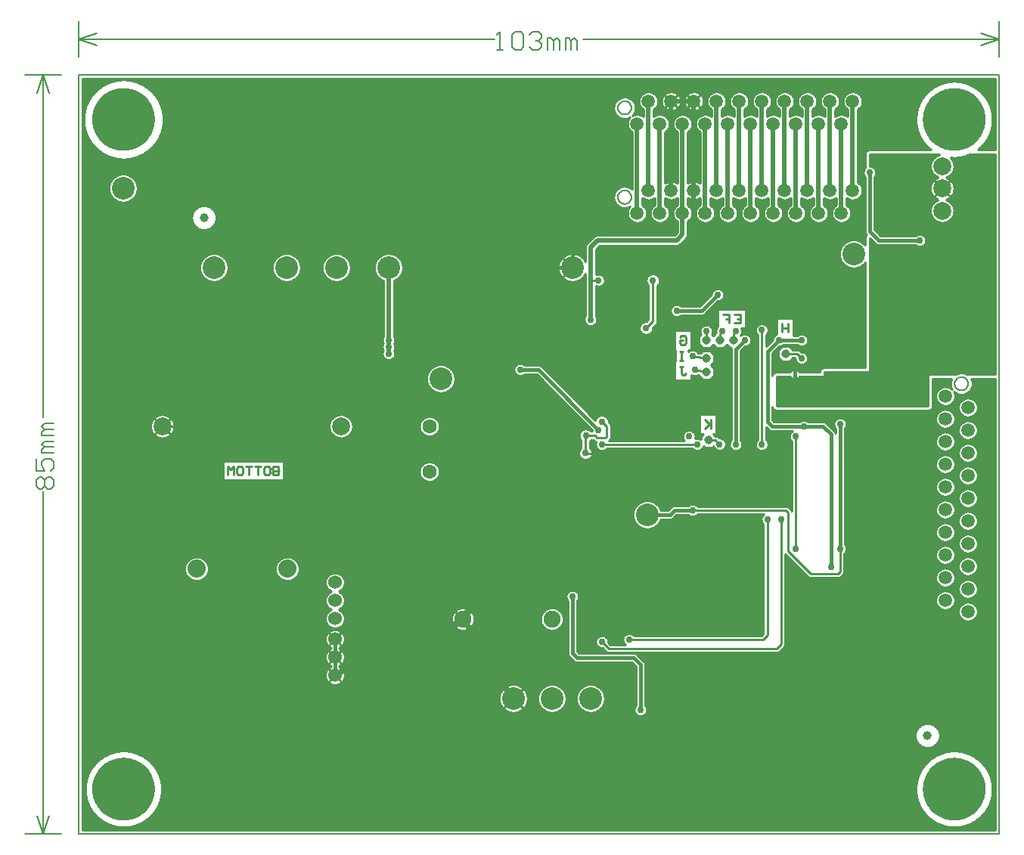
<source format=gbl>
*%FSLAX53Y53*%
*%MOMM*%
G01*
%ADD11C,0.100*%
%ADD12C,0.150*%
%ADD13C,0.186*%
%ADD14C,0.200*%
%ADD15C,0.203*%
%ADD16C,0.250*%
%ADD17C,0.254*%
%ADD18O,0.270X1.300*%
%ADD19O,0.290X1.350*%
%ADD20C,0.305*%
%ADD21C,0.381*%
%ADD22C,0.508*%
%ADD23C,0.762*%
%ADD24C,0.800*%
%ADD25C,0.800*%
%ADD26C,1.000*%
%ADD27C,1.100*%
%ADD28C,1.250*%
%ADD29C,1.270*%
%ADD30O,1.300X0.270*%
%ADD31O,1.350X0.290*%
%ADD32C,1.500*%
%ADD33C,1.524*%
%ADD34C,1.600*%
%ADD35O,1.800X2.000*%
%ADD36C,1.816*%
%ADD37C,1.816*%
%ADD38C,1.905*%
%ADD39C,2.000*%
%ADD40O,2.032X0.610*%
%ADD41C,2.032*%
%ADD42C,2.116*%
%ADD43C,2.266*%
%ADD44C,2.540*%
%ADD45O,2.794X0.737*%
%ADD46C,3.800*%
%ADD47C,4.816*%
%ADD48C,6.350*%
%ADD49R,0.584X0.584*%
%ADD50R,0.600X1.250*%
%ADD51R,0.800X0.800*%
%ADD52R,0.889X0.889*%
%ADD53R,0.900X1.300*%
%ADD54R,0.900X2.000*%
%ADD55R,1.000X1.000*%
%ADD56R,1.000X1.250*%
%ADD57R,1.000X1.500*%
%ADD58R,1.250X1.000*%
%ADD59R,1.350X0.290*%
%ADD60R,1.400X1.600*%
%ADD61R,1.500X1.000*%
%ADD62R,1.500X1.100*%
%ADD63R,1.676X1.676*%
%ADD64R,2.286X0.737*%
%ADD65R,2.400X3.000*%
%ADD66R,2.540X1.270*%
%ADD67P,1.000X8X0*%
D14*
X196796Y157705D02*
X299796D01*
Y242705D01*
X196796D01*
Y157705D01*
X299796Y244705D02*
Y248705D01*
X196796D02*
Y244705D01*
X297796Y246039D02*
X299796Y246705D01*
X297796Y247372D01*
X198796Y246039D02*
X196796Y246705D01*
X198796Y247372D01*
X253248Y246705D02*
X299796D01*
X243343D02*
X196796D01*
X194796Y242705D02*
X190796D01*
Y157705D02*
X194796D01*
X193462Y240705D02*
X192796Y242705D01*
X192129Y240705D01*
X193462Y159705D02*
X192796Y157705D01*
X192129Y159705D01*
X192796Y204325D02*
Y242705D01*
Y196086D02*
Y157705D01*
X243597Y245506D02*
X244264D01*
X243930D01*
Y247505D01*
X243956D01*
X243930D02*
X243597Y247172D01*
X245263D02*
X245597Y247505D01*
X246263D01*
X246596Y247172D01*
Y245839D01*
X246263Y245506D01*
X245597D01*
X245263Y245839D01*
Y247172D01*
X247263D02*
X247596Y247505D01*
X248262D01*
X248596Y247172D01*
Y246839D01*
X248621D01*
X248596D02*
X248621D01*
X248596D02*
X248621D01*
X248596D02*
X248262Y246505D01*
X247929D01*
X248262D01*
X248596Y246172D01*
Y245839D01*
X248262Y245506D01*
X247596D01*
X247263Y245839D01*
X249262Y245506D02*
Y246839D01*
X249595D01*
X249929Y246505D01*
Y245506D01*
Y246505D01*
X250262Y246839D01*
X250595Y246505D01*
Y245506D01*
X251261D02*
Y246839D01*
X251595D01*
X251928Y246505D01*
Y245506D01*
Y246505D01*
X252261Y246839D01*
X252594Y246505D01*
Y245506D01*
X192329Y196340D02*
X191996Y196673D01*
Y197340D01*
X192329Y197673D01*
X192663D01*
X192996Y197340D01*
X193329Y197673D01*
X193662D01*
X193995Y197340D01*
Y196673D01*
X193662Y196340D01*
X193329D01*
X192996Y196673D01*
X192663Y196340D01*
X192329D01*
X192996Y196673D02*
Y197340D01*
X191996Y198339D02*
Y199672D01*
Y198339D02*
X192996D01*
X192663Y199006D01*
Y199339D01*
X192996Y199672D01*
X193662D01*
X193995Y199339D01*
Y198672D01*
X193662Y198339D01*
X193995Y200339D02*
X192663D01*
Y200672D01*
X192996Y201005D01*
X193995D01*
X192996D01*
X192663Y201338D01*
X192996Y201672D01*
X193995D01*
Y202338D02*
X192663D01*
Y202671D01*
X192996Y203004D01*
X193995D01*
X192996D01*
X192663Y203338D01*
X192996Y203671D01*
X193995D01*
X258646Y239005D02*
X258641Y238923D01*
X258628Y238841D01*
X258605Y238762D01*
X258574Y238685D01*
X258535Y238613D01*
X258488Y238545D01*
X258433Y238482D01*
X258373Y238426D01*
X258306Y238378D01*
X258234Y238336D01*
X258159Y238303D01*
X258080Y238278D01*
X257999Y238262D01*
X257916Y238256D01*
X257834Y238258D01*
X257752Y238269D01*
X257672Y238290D01*
X257595Y238319D01*
X257521Y238356D01*
X257452Y238401D01*
X257388Y238454D01*
X257330Y238513D01*
X257279Y238578D01*
X257236Y238648D01*
X257201Y238723D01*
X257174Y238801D01*
X257156Y238882D01*
X257147Y238964D01*
Y239047D01*
X257156Y239129D01*
X257174Y239209D01*
X257201Y239288D01*
X257236Y239362D01*
X257279Y239433D01*
X257330Y239498D01*
X257388Y239557D01*
X257452Y239610D01*
X257521Y239655D01*
X257595Y239692D01*
X257672Y239721D01*
X257752Y239741D01*
X257834Y239753D01*
X257916Y239755D01*
X257999Y239748D01*
X258080Y239732D01*
X258159Y239708D01*
X258234Y239675D01*
X258306Y239633D01*
X258373Y239584D01*
X258433Y239528D01*
X258488Y239466D01*
X258535Y239398D01*
X258574Y239325D01*
X258605Y239249D01*
X258628Y239169D01*
X258641Y239088D01*
X258646Y239005D01*
Y229005D02*
X258641Y228923D01*
X258628Y228841D01*
X258605Y228762D01*
X258574Y228685D01*
X258535Y228613D01*
X258488Y228545D01*
X258433Y228482D01*
X258373Y228426D01*
X258306Y228378D01*
X258234Y228336D01*
X258159Y228303D01*
X258080Y228278D01*
X257999Y228262D01*
X257916Y228256D01*
X257834Y228258D01*
X257752Y228269D01*
X257672Y228290D01*
X257595Y228319D01*
X257521Y228356D01*
X257452Y228401D01*
X257388Y228454D01*
X257330Y228513D01*
X257279Y228578D01*
X257236Y228648D01*
X257201Y228723D01*
X257174Y228801D01*
X257156Y228882D01*
X257147Y228964D01*
Y229047D01*
X257156Y229129D01*
X257174Y229209D01*
X257201Y229288D01*
X257236Y229362D01*
X257279Y229433D01*
X257330Y229498D01*
X257388Y229557D01*
X257452Y229610D01*
X257521Y229655D01*
X257595Y229692D01*
X257672Y229721D01*
X257752Y229741D01*
X257834Y229753D01*
X257916Y229755D01*
X257999Y229748D01*
X258080Y229732D01*
X258159Y229708D01*
X258234Y229675D01*
X258306Y229633D01*
X258373Y229584D01*
X258433Y229528D01*
X258488Y229466D01*
X258535Y229398D01*
X258574Y229325D01*
X258605Y229249D01*
X258628Y229169D01*
X258641Y229088D01*
X258646Y229005D01*
X296346Y208105D02*
X296341Y208023D01*
X296328Y207941D01*
X296305Y207862D01*
X296274Y207785D01*
X296235Y207713D01*
X296188Y207645D01*
X296133Y207582D01*
X296073Y207526D01*
X296006Y207478D01*
X295934Y207436D01*
X295859Y207403D01*
X295780Y207378D01*
X295699Y207363D01*
X295616Y207356D01*
X295534Y207358D01*
X295452Y207369D01*
X295372Y207390D01*
X295295Y207419D01*
X295221Y207456D01*
X295152Y207501D01*
X295088Y207554D01*
X295030Y207613D01*
X294979Y207678D01*
X294936Y207748D01*
X294901Y207823D01*
X294874Y207901D01*
X294856Y207982D01*
X294847Y208064D01*
Y208147D01*
X294856Y208229D01*
X294874Y208309D01*
X294901Y208388D01*
X294936Y208462D01*
X294979Y208533D01*
X295030Y208598D01*
X295088Y208657D01*
X295152Y208710D01*
X295221Y208755D01*
X295295Y208792D01*
X295372Y208821D01*
X295452Y208842D01*
X295534Y208853D01*
X295616Y208855D01*
X295699Y208848D01*
X295780Y208832D01*
X295859Y208808D01*
X295934Y208775D01*
X296006Y208733D01*
X296073Y208684D01*
X296133Y208628D01*
X296188Y208566D01*
X296235Y208498D01*
X296274Y208426D01*
X296305Y208349D01*
X296328Y208269D01*
X296341Y208188D01*
X296346Y208105D01*
D17*
X298691Y239497D02*
X299366D01*
Y239700D02*
X298591D01*
X298853Y239090D02*
X299366D01*
Y239293D02*
X298778D01*
X298729Y239411D02*
Y242275D01*
X298526D02*
Y239819D01*
X298917Y238887D02*
X299366D01*
Y242275D02*
Y234323D01*
Y238684D02*
X298970D01*
X299013Y238481D02*
X299366D01*
X299339Y242275D02*
Y234323D01*
X299136D02*
Y242275D01*
X298933D02*
Y238832D01*
X299366Y241732D02*
X296269D01*
X295497Y241935D02*
X299366D01*
Y241529D02*
X296736D01*
X297386Y241122D02*
X299366D01*
Y241325D02*
X297093D01*
X297634Y240919D02*
X299366D01*
Y240513D02*
X298036D01*
X297849Y240716D02*
X299366D01*
Y240309D02*
X298202D01*
X298348Y240106D02*
X299366D01*
X298323Y240143D02*
Y242275D01*
X298477Y239903D02*
X299366D01*
Y238277D02*
X299045D01*
X299067Y238074D02*
X299366D01*
Y237871D02*
X299080D01*
X299083Y237668D02*
X299366D01*
Y237465D02*
X299076D01*
X299060Y237261D02*
X299366D01*
Y237058D02*
X299034D01*
X298998Y236855D02*
X299366D01*
Y236652D02*
X298952D01*
X298895Y236449D02*
X299366D01*
X298933Y236579D02*
Y234323D01*
X298827Y236245D02*
X299366D01*
Y236042D02*
X298747D01*
X298656Y235839D02*
X299366D01*
Y235636D02*
X298551D01*
X298431Y235433D02*
X299366D01*
Y235229D02*
X298296D01*
X298143Y235026D02*
X299366D01*
Y234823D02*
X297970D01*
X297773Y234620D02*
X299366D01*
Y234417D02*
X297546D01*
X297431Y234323D02*
X299366D01*
X298729D02*
Y236000D01*
X298526Y235592D02*
Y234323D01*
X296901Y241441D02*
Y242275D01*
X296697D02*
Y241548D01*
X296494Y241642D02*
Y242275D01*
X296291D02*
Y241724D01*
X296088Y241794D02*
Y242275D01*
X295885D02*
Y241852D01*
X295681Y241900D02*
Y242275D01*
X298120D02*
Y240413D01*
X297917Y240645D02*
Y242275D01*
X297713D02*
Y240847D01*
X297510Y241024D02*
Y242275D01*
X297307D02*
Y241180D01*
X297104Y241319D02*
Y242275D01*
X295275D02*
Y241966D01*
X295072Y241984D02*
Y242275D01*
X294869D02*
Y241992D01*
X294665Y241991D02*
Y242275D01*
X294462D02*
Y241980D01*
X294259Y241959D02*
Y242275D01*
X295478D02*
Y241938D01*
X294056Y241928D02*
Y242275D01*
X293853D02*
Y241888D01*
X293649Y241837D02*
Y242275D01*
X293446D02*
Y241775D01*
X293243Y241702D02*
Y242275D01*
X293040D02*
Y241617D01*
X292837Y241519D02*
Y242275D01*
X292633D02*
Y241408D01*
X292430Y241281D02*
Y242275D01*
X292227D02*
Y241138D01*
X292024Y240976D02*
Y242275D01*
X298323Y235268D02*
Y234323D01*
X298120D02*
Y234997D01*
X297917Y234766D02*
Y234323D01*
X297713D02*
Y234564D01*
X291821Y240792D02*
Y242275D01*
X292024Y234435D02*
Y234323D01*
X291617Y240583D02*
Y242275D01*
X291414D02*
Y240341D01*
X291211Y240057D02*
Y242275D01*
X291008D02*
Y239714D01*
X290805Y239271D02*
Y242275D01*
X290601D02*
Y238594D01*
X291617Y234828D02*
Y234323D01*
X291414D02*
Y235070D01*
X291821Y234618D02*
Y234323D01*
X291008D02*
Y235697D01*
X290805Y236139D02*
Y234323D01*
X291211D02*
Y235354D01*
X290398Y234323D02*
Y242275D01*
X290195D02*
Y234323D01*
X290601D02*
Y236817D01*
X289992Y234323D02*
Y242275D01*
X289789D02*
Y234323D01*
X289585D02*
Y242275D01*
X289382D02*
Y234323D01*
X289179D02*
Y242275D01*
X288976D02*
Y234323D01*
X288773D02*
Y242275D01*
X288569D02*
Y234323D01*
X288366D02*
Y242275D01*
X288163D02*
Y234323D01*
X287960D02*
Y242275D01*
X287757D02*
Y234323D01*
X287553D02*
Y242275D01*
X287350D02*
Y234323D01*
X287147D02*
Y242275D01*
X286944D02*
Y234323D01*
X286741D02*
Y242275D01*
X286537D02*
Y234323D01*
X286334D02*
Y242275D01*
X286131D02*
Y234323D01*
X285928D02*
Y242275D01*
X284347Y240309D02*
X291390D01*
X291555Y240513D02*
X284186D01*
X284494Y239903D02*
X291114D01*
X291244Y240106D02*
X284444D01*
X284505Y239782D02*
Y242275D01*
X284302D02*
Y240377D01*
X284099Y240590D02*
Y242275D01*
X284505Y239700D02*
X291001D01*
X290900Y239497D02*
X284477D01*
X284407Y239293D02*
X290813D01*
X290738Y239090D02*
X284285D01*
X284082Y238887D02*
X290674D01*
X283896Y240718D02*
Y242275D01*
X283693D02*
Y240792D01*
X283900Y240716D02*
X291743D01*
X283489Y240824D02*
Y242275D01*
X283286D02*
Y240817D01*
X283083Y240770D02*
Y242275D01*
X282951Y240716D02*
X281360D01*
X284010Y238684D02*
X290622D01*
X282880Y240677D02*
Y242275D01*
X282842Y238837D02*
Y238040D01*
Y238684D02*
X281470D01*
X284010Y238481D02*
X290579D01*
X290547Y238277D02*
X284010D01*
Y238074D02*
X290524D01*
X290512Y237871D02*
X284010D01*
Y237668D02*
X290509D01*
X290515Y237465D02*
X284010D01*
Y236855D02*
X290594D01*
X290697Y236449D02*
X284010D01*
Y236245D02*
X290765D01*
X290531Y237261D02*
X284010D01*
Y237058D02*
X290558D01*
X290640Y236652D02*
X284010D01*
X282842Y238277D02*
X282289D01*
X282842Y238481D02*
X281470D01*
X284010Y236042D02*
X290844D01*
X291041Y235636D02*
X284010D01*
Y235433D02*
X291160D01*
X291296Y235229D02*
X284010D01*
Y235839D02*
X290936D01*
X282677Y240524D02*
Y242275D01*
X282473D02*
Y240255D01*
X282408Y240106D02*
X281904D01*
X281807Y240309D02*
X282505D01*
X282357Y239903D02*
X281954D01*
X281864Y240204D02*
Y242275D01*
X281965Y239700D02*
X282347D01*
X282375Y239497D02*
X281937D01*
X281867Y239293D02*
X282445D01*
X282473Y239236D02*
Y238238D01*
X282270Y238280D02*
Y242275D01*
X282067D02*
Y238282D01*
X281864Y238245D02*
Y239287D01*
X281254Y240761D02*
Y242275D01*
X281051D02*
Y240813D01*
X280848Y240825D02*
Y242275D01*
X280645D02*
Y240798D01*
X280441Y240730D02*
Y242275D01*
X280411Y240716D02*
X278820D01*
X281646Y240513D02*
X282665D01*
X282567Y239090D02*
X281745D01*
X281661Y240498D02*
Y242275D01*
X281457D02*
Y240662D01*
X282677Y238967D02*
Y238152D01*
X282770Y238887D02*
X281542D01*
X281470Y238277D02*
X282023D01*
X281661Y238165D02*
Y238993D01*
X281470Y238837D02*
Y238040D01*
X280302Y238684D02*
X278930D01*
Y238481D02*
X280302D01*
Y238277D02*
X279749D01*
X280302Y238040D02*
Y238837D01*
X285725Y242275D02*
Y234323D01*
X285521D02*
Y242275D01*
X285318D02*
Y234323D01*
X285318D02*
X292161D01*
X285115Y234281D02*
Y242275D01*
X284912D02*
Y234121D01*
X284709Y232150D02*
Y242275D01*
X284505Y239709D02*
Y229782D01*
X284302Y230377D02*
Y239114D01*
X284099Y238901D02*
Y230590D01*
X284010Y230654D02*
Y238837D01*
Y235026D02*
X291449D01*
X291622Y234823D02*
X284010D01*
Y234620D02*
X291819D01*
X292045Y234417D02*
X284010D01*
Y234213D02*
X285002D01*
X284849Y234010D02*
X284010D01*
Y233807D02*
X284810D01*
Y233604D02*
X284010D01*
X284810Y233815D02*
Y232495D01*
Y233401D02*
X284010D01*
Y233197D02*
X284810D01*
Y232994D02*
X284010D01*
Y232791D02*
X284810D01*
Y232588D02*
X284010D01*
Y232385D02*
X284822D01*
X284728Y232181D02*
X284010D01*
Y231978D02*
X284634D01*
X284607Y231775D02*
X284010D01*
Y231572D02*
X284639D01*
X284797Y230353D02*
X284319D01*
X284140Y230556D02*
X284797D01*
Y229946D02*
X284487D01*
X284428Y230149D02*
X284797D01*
Y229743D02*
X284506D01*
X284486Y229540D02*
X284797D01*
Y229337D02*
X284426D01*
X284797Y231299D02*
Y225179D01*
Y229133D02*
X284316D01*
X284135Y228930D02*
X284797D01*
X284709Y231416D02*
Y223732D01*
X284505Y223915D02*
Y229709D01*
X284302Y229114D02*
Y224046D01*
X284010Y231165D02*
X284797D01*
Y230962D02*
X284010D01*
Y230759D02*
X284797D01*
X284740Y231369D02*
X284010D01*
X283786Y228727D02*
X284797D01*
Y228524D02*
X282740D01*
Y228321D02*
X284797D01*
Y228117D02*
X282740D01*
X284099Y228901D02*
Y224139D01*
X283896Y224200D02*
Y228773D01*
X284912Y224853D02*
Y224748D01*
X284797Y227305D02*
X283231D01*
X283231Y227101D02*
X284797D01*
X284810Y224053D02*
X284289D01*
X284586Y223850D02*
X284810D01*
Y223613D02*
Y224443D01*
Y221412D02*
X284566D01*
X284810Y221209D02*
X284256D01*
X284797Y227711D02*
X283110D01*
X282971Y227914D02*
X284797D01*
Y227508D02*
X283193D01*
X283191Y226898D02*
X284797D01*
Y226695D02*
X283108D01*
X282967Y226492D02*
X284797D01*
Y226289D02*
X282727D01*
X284810Y218770D02*
X268409D01*
X268946Y218364D02*
X284810D01*
Y218567D02*
X268806D01*
X269005Y218161D02*
X284810D01*
X283693Y224232D02*
Y228699D01*
X283066Y228727D02*
X282740D01*
X283083Y228721D02*
Y227760D01*
X282740Y228114D02*
Y228911D01*
X281572Y228911D02*
Y228114D01*
X282880Y228007D02*
Y228813D01*
X281572Y228727D02*
X281246D01*
X281457Y228829D02*
Y228029D01*
X281254Y227800D02*
Y228730D01*
X280645Y228692D02*
Y227535D01*
X280441Y227902D02*
Y228761D01*
X280526Y228727D02*
X280200D01*
X283489Y228667D02*
Y224239D01*
X283286Y224219D02*
Y228674D01*
X281080Y227305D02*
X280691D01*
X280691Y227101D02*
X281081D01*
X283083Y226651D02*
Y224173D01*
X282880Y224097D02*
Y226404D01*
X282677Y226259D02*
Y223987D01*
X282473Y223832D02*
Y226173D01*
X282270Y226131D02*
Y223613D01*
X282067Y223265D02*
Y226129D01*
X281572Y228524D02*
X280200D01*
Y228321D02*
X281572D01*
Y228117D02*
X280200D01*
X280570Y227711D02*
X281201D01*
X281341Y227914D02*
X280431D01*
X280653Y227508D02*
X281119D01*
X281204Y226695D02*
X280568D01*
X280427Y226492D02*
X281345D01*
X281585Y226289D02*
X280187D01*
X280651Y226898D02*
X281120D01*
X284810Y215316D02*
X276758D01*
X269002Y217957D02*
X284810D01*
Y217754D02*
X268938D01*
X268789Y217551D02*
X284810D01*
Y217348D02*
X268316D01*
X268113Y217145D02*
X284810D01*
Y216941D02*
X267910D01*
X271424Y216332D02*
X284810D01*
Y216129D02*
X271424D01*
Y215925D02*
X284810D01*
Y215722D02*
X271424D01*
Y215519D02*
X284810D01*
Y215113D02*
X276758D01*
X284810Y209939D02*
Y221666D01*
X284709Y221546D02*
Y209939D01*
X284505D02*
Y221363D01*
X284302Y221232D02*
Y209939D01*
X284099D02*
Y221140D01*
X283896Y221079D02*
Y209939D01*
X283693D02*
Y221047D01*
X283489Y221040D02*
Y209939D01*
X283083D02*
Y221106D01*
X283286Y221059D02*
Y209939D01*
X282677D02*
Y221292D01*
X282473Y221446D02*
Y209939D01*
X282880D02*
Y221182D01*
X282270Y221665D02*
Y209939D01*
X284810Y214909D02*
X276758D01*
Y214706D02*
X284810D01*
X281864Y209939D02*
Y226165D01*
X281661Y226245D02*
Y209939D01*
X282067D02*
Y222014D01*
X281254Y226610D02*
Y209939D01*
X281051D02*
Y228678D01*
X281457Y226381D02*
Y209939D01*
X280848D02*
Y228666D01*
X280645Y226876D02*
Y209939D01*
X280441D02*
Y226509D01*
X278344Y213284D02*
X284810D01*
Y213487D02*
X278204D01*
X278403Y213081D02*
X284810D01*
Y212877D02*
X278400D01*
X278336Y212674D02*
X284810D01*
Y212471D02*
X278187D01*
X278344Y211252D02*
X284810D01*
Y211455D02*
X278204D01*
X278403Y211049D02*
X284810D01*
Y210845D02*
X278400D01*
X278336Y210642D02*
X284810D01*
Y209939D02*
X280238D01*
X276758Y214503D02*
X284810D01*
Y214300D02*
X276758D01*
Y214097D02*
X284810D01*
Y213690D02*
X277807D01*
X276758Y213893D02*
X284810D01*
Y212268D02*
X276361D01*
X277415Y211861D02*
X284810D01*
Y212065D02*
X276564D01*
X277807Y211658D02*
X284810D01*
Y210439D02*
X278187D01*
X274409Y210236D02*
X284810D01*
Y210033D02*
X274409D01*
X280238Y240610D02*
Y242275D01*
X280035D02*
Y240411D01*
X279965Y240309D02*
X279267D01*
X279106Y240513D02*
X280125D01*
X279222Y240377D02*
Y242275D01*
X279019D02*
Y240590D01*
X278816Y240718D02*
Y242275D01*
X279832D02*
Y239982D01*
X279868Y240106D02*
X279364D01*
X279414Y239903D02*
X279817D01*
X279629Y238286D02*
Y242275D01*
X279425D02*
Y239782D01*
X279425Y239700D02*
X279807D01*
X278613Y240792D02*
Y242275D01*
X278409D02*
Y240824D01*
X278206Y240817D02*
Y242275D01*
X278003D02*
Y240770D01*
X277800Y240677D02*
Y242275D01*
X277871Y240716D02*
X276280D01*
X277597Y240524D02*
Y242275D01*
X277585Y240513D02*
X276566D01*
X277393Y240255D02*
Y242275D01*
X277425Y240309D02*
X276727D01*
X276824Y240106D02*
X277328D01*
X279397Y239497D02*
X279835D01*
X279905Y239293D02*
X279327D01*
X279205Y239090D02*
X280027D01*
X280230Y238887D02*
X279002D01*
X279425Y238269D02*
Y239709D01*
X279832Y239509D02*
Y238264D01*
X280238Y238088D02*
Y238881D01*
X280035Y239080D02*
Y238201D01*
X279483Y238277D02*
X278930D01*
X279222Y238211D02*
Y239114D01*
X279019Y238901D02*
Y238106D01*
X278930Y238040D02*
Y238837D01*
X277690Y238887D02*
X276462D01*
X276390Y238684D02*
X277762D01*
Y238481D02*
X276390D01*
X277393Y238238D02*
Y239236D01*
X277365Y239293D02*
X276787D01*
X276665Y239090D02*
X277487D01*
X277762Y238837D02*
Y238040D01*
Y238277D02*
X277209D01*
X277597Y238152D02*
Y238967D01*
X276581Y240498D02*
Y242275D01*
X276377D02*
Y240662D01*
X276174Y240761D02*
Y242275D01*
X275971D02*
Y240813D01*
X275768Y240825D02*
Y242275D01*
X275565D02*
Y240798D01*
X275361Y240730D02*
Y242275D01*
X277190D02*
Y238280D01*
X277277Y239903D02*
X276874D01*
X276885Y239700D02*
X277267D01*
X276987Y238282D02*
Y242275D01*
X276784D02*
Y240204D01*
X275158Y240610D02*
Y242275D01*
X274955D02*
Y240411D01*
X275045Y240513D02*
X274026D01*
X274142Y240377D02*
Y242275D01*
X273939D02*
Y240590D01*
X274187Y240309D02*
X274885D01*
X274752Y239982D02*
Y242275D01*
X274788Y240106D02*
X274284D01*
X274549Y238286D02*
Y242275D01*
X274345D02*
Y239782D01*
X274334Y239903D02*
X274737D01*
X276857Y239497D02*
X277295D01*
X276784Y239287D02*
Y238245D01*
X276943Y238277D02*
X276390D01*
X276581Y238165D02*
Y238993D01*
X274752Y239509D02*
Y238264D01*
X274669Y238277D02*
X275222D01*
X276390Y238040D02*
Y238837D01*
X275222Y238837D02*
Y238040D01*
X275158Y238088D02*
Y238881D01*
X274955Y239080D02*
Y238201D01*
X274755Y239497D02*
X274317D01*
X274125Y239090D02*
X274947D01*
X275150Y238887D02*
X273922D01*
X274345Y239700D02*
X274727D01*
X274825Y239293D02*
X274247D01*
X274345Y239709D02*
Y238269D01*
X273850Y238684D02*
X275222D01*
Y238481D02*
X273850D01*
X274142Y238211D02*
Y239114D01*
X273939Y238901D02*
Y238106D01*
X273850Y238040D02*
Y238837D01*
X273736Y240718D02*
Y242275D01*
X273533D02*
Y240792D01*
X273740Y240716D02*
X275331D01*
X273329Y240824D02*
Y242275D01*
X273126D02*
Y240817D01*
X272923Y240770D02*
Y242275D01*
X272720D02*
Y240677D01*
X272517Y240524D02*
Y242275D01*
X272313D02*
Y240255D01*
X272110Y238280D02*
Y242275D01*
X271907D02*
Y238282D01*
X272313Y238238D02*
Y239236D01*
X272505Y240513D02*
X271486D01*
X271200Y240716D02*
X272791D01*
X272345Y240309D02*
X271647D01*
X271704Y240204D02*
Y242275D01*
X271501D02*
Y240498D01*
X271744Y240106D02*
X272248D01*
X272197Y239903D02*
X271794D01*
X271777Y239497D02*
X272215D01*
X272285Y239293D02*
X271707D01*
X271805Y239700D02*
X272187D01*
X273850Y238277D02*
X274403D01*
X272682Y238040D02*
Y238837D01*
X272517Y238967D02*
Y238152D01*
X272682Y238684D02*
X271310D01*
Y238481D02*
X272682D01*
Y238277D02*
X272129D01*
X271704Y238245D02*
Y239287D01*
X271585Y239090D02*
X272407D01*
X272610Y238887D02*
X271382D01*
X271501Y238993D02*
Y238165D01*
X271310Y238277D02*
X271863D01*
X271297Y240662D02*
Y242275D01*
X271094D02*
Y240761D01*
X270891Y240813D02*
Y242275D01*
X270688D02*
Y240825D01*
X270485Y240798D02*
Y242275D01*
X270281D02*
Y240730D01*
X270078Y240610D02*
Y242275D01*
X269875D02*
Y240411D01*
X269672Y239982D02*
Y242275D01*
X269708Y240106D02*
X269204D01*
X269469Y238286D02*
Y242275D01*
X269265D02*
Y239782D01*
X269254Y239903D02*
X269657D01*
X268859Y240590D02*
Y242275D01*
X268656D02*
Y240718D01*
X268660Y240716D02*
X270251D01*
X268453Y240792D02*
Y242275D01*
X268249D02*
Y240824D01*
X268046Y240817D02*
Y242275D01*
X269107Y240309D02*
X269805D01*
X269965Y240513D02*
X268946D01*
X269265Y239700D02*
X269647D01*
X269062Y240377D02*
Y242275D01*
X269265Y239709D02*
Y238269D01*
X270078Y238088D02*
Y238881D01*
X269875Y239080D02*
Y238201D01*
X270142Y238277D02*
X269589D01*
X269672Y238264D02*
Y239509D01*
X269675Y239497D02*
X269237D01*
X269167Y239293D02*
X269745D01*
X271310Y238837D02*
Y238040D01*
X270142Y238040D02*
Y238837D01*
X270070Y238887D02*
X268842D01*
X268770Y238684D02*
X270142D01*
Y238481D02*
X268770D01*
X269045Y239090D02*
X269867D01*
X269062Y239114D02*
Y238211D01*
X269323Y238277D02*
X268770D01*
X268859Y238106D02*
Y238901D01*
X268770Y238837D02*
Y238040D01*
X280200Y228911D02*
Y228114D01*
X280238Y228088D02*
Y228881D01*
X279032Y228727D02*
X278706D01*
X279032Y228911D02*
Y228114D01*
X279019Y228106D02*
Y228901D01*
X278816Y228773D02*
Y227931D01*
X278613Y227606D02*
Y228699D01*
X278661Y227711D02*
X278030D01*
X278113Y227508D02*
X278579D01*
X278540Y227305D02*
X278151D01*
X278151Y227101D02*
X278541D01*
X278580Y226898D02*
X278111D01*
X277660Y228524D02*
X279032D01*
Y228321D02*
X277660D01*
Y228114D02*
Y228911D01*
Y228727D02*
X277986D01*
X277660Y228117D02*
X279032D01*
X278664Y226695D02*
X278028D01*
X277891Y227914D02*
X278801D01*
X278805Y226492D02*
X277887D01*
X278003Y227760D02*
Y228721D01*
X277800Y228813D02*
Y228007D01*
X276492Y228114D02*
Y228911D01*
X276377Y228829D02*
Y228029D01*
X276492Y228727D02*
X276166D01*
X276174Y228730D02*
Y227800D01*
X275361Y227902D02*
Y228761D01*
X275490Y227711D02*
X276121D01*
X276039Y227508D02*
X275573D01*
X275611Y227305D02*
X276000D01*
X276124Y226695D02*
X275488D01*
X275565Y227535D02*
Y228692D01*
X275611Y227101D02*
X276001D01*
X276040Y226898D02*
X275571D01*
X275120Y228524D02*
X276492D01*
Y228321D02*
X275120D01*
Y228117D02*
X276492D01*
X275120Y228114D02*
Y228911D01*
X275158Y228881D02*
Y228088D01*
X275120Y228727D02*
X275446D01*
X275351Y227914D02*
X276261D01*
X276265Y226492D02*
X275347D01*
X273952Y228114D02*
Y228911D01*
X273939Y228901D02*
Y228106D01*
X273736Y227931D02*
Y228773D01*
X278206Y228674D02*
Y213485D01*
X278003Y213630D02*
Y226651D01*
X277800Y226404D02*
Y213691D01*
X277647Y226289D02*
X279045D01*
X277597Y226259D02*
Y213691D01*
X277393Y213630D02*
Y226173D01*
X277190Y226131D02*
Y213508D01*
X280238Y209939D02*
Y226323D01*
X280035Y226210D02*
Y209897D01*
X279832Y209737D02*
Y226147D01*
X278206Y212490D02*
Y211453D01*
X276987Y213508D02*
Y226129D01*
X276758Y213690D02*
X277589D01*
X276581Y215460D02*
Y226245D01*
X276505Y226289D02*
X275107D01*
X274923Y215460D02*
X276758D01*
Y213508D02*
X277213D01*
Y212467D02*
X275642D01*
X277190D02*
Y211921D01*
X276784Y213508D02*
Y226165D01*
X276758Y215460D02*
Y213508D01*
X276987Y212467D02*
Y211921D01*
X277800Y211659D02*
Y212284D01*
X277597Y212283D02*
Y211703D01*
X277636Y211664D02*
X277514Y211786D01*
X277393Y211873D02*
Y212345D01*
X277290Y209626D02*
X279769D01*
X278003Y211598D02*
Y212345D01*
X276987Y210932D02*
Y209747D01*
X277190Y209689D02*
Y210457D01*
X277190Y211921D02*
X276708D01*
Y211006D02*
X276988D01*
X276995Y210845D02*
X276547D01*
X276784Y211921D02*
Y212467D01*
X276581D02*
Y212048D01*
X276708Y211921D02*
X276335Y212294D01*
X276344Y210642D02*
X277059D01*
X277209Y210439D02*
X274409D01*
Y209829D02*
X279922D01*
X276784Y209728D02*
Y211006D01*
X276708D02*
X276335Y210633D01*
X276581Y210879D02*
Y209625D01*
X275971Y215460D02*
Y228678D01*
X275768Y228666D02*
Y215460D01*
X276377D02*
Y226381D01*
X276174Y226610D02*
Y215460D01*
X275565D02*
Y226876D01*
X275361Y226509D02*
Y215460D01*
X275158D02*
Y226323D01*
X274955Y226210D02*
Y215460D01*
X274923D02*
Y213659D01*
X274752Y213571D02*
Y226147D01*
X274549Y226125D02*
Y213354D01*
X274345Y212911D02*
Y226142D01*
X273944Y214300D02*
X274923D01*
Y214503D02*
X273859D01*
X273963Y214097D02*
X274923D01*
X273939Y214317D02*
Y226305D01*
X273736Y226480D02*
Y214652D01*
X273923Y213893D02*
X274923D01*
X274142Y212708D02*
Y226199D01*
X273811Y213690D02*
X274923D01*
X273939Y213943D02*
Y212505D01*
X273710Y212276D02*
Y213586D01*
X273736Y213608D02*
Y212302D01*
X276174Y212294D02*
Y212467D01*
X275971D02*
Y212294D01*
X276335D02*
X275505D01*
X275768D02*
Y212467D01*
X275565Y212404D02*
Y212294D01*
X276377Y212251D02*
Y212467D01*
X275479Y212268D02*
X275175D01*
X275505Y210633D02*
X276335D01*
X275361Y212150D02*
Y212306D01*
X275505Y212294D02*
X275090Y211879D01*
X275158Y211947D02*
Y212251D01*
X275276Y212065D02*
X274971D01*
X275183Y212277D02*
X274409Y211502D01*
X274768Y211861D02*
X275090D01*
Y211658D02*
X274565D01*
X274652Y213487D02*
X273710D01*
X274409Y211455D02*
X275090D01*
Y211048D02*
X275505Y210633D01*
X275293Y210845D02*
X274409D01*
Y210642D02*
X275496D01*
X275090Y211048D02*
Y211879D01*
Y211252D02*
X274409D01*
Y211049D02*
X275090D01*
X273952Y228727D02*
X273626D01*
X272580Y228911D02*
Y228114D01*
X272720Y228007D02*
Y228813D01*
X271412Y228911D02*
Y228114D01*
X271297Y228029D02*
Y228829D01*
X273533Y228699D02*
Y227606D01*
X273721Y227914D02*
X272811D01*
X272950Y227711D02*
X273581D01*
X272923Y227760D02*
Y228721D01*
X272906Y228727D02*
X272580D01*
X273033Y227508D02*
X273499D01*
X273584Y226695D02*
X272948D01*
X272807Y226492D02*
X273725D01*
X273460Y227305D02*
X273071D01*
X273071Y227101D02*
X273461D01*
X273500Y226898D02*
X273031D01*
X272580Y228524D02*
X273952D01*
Y228321D02*
X272580D01*
Y228117D02*
X273952D01*
X271412Y228727D02*
X271086D01*
X271412Y228524D02*
X270040D01*
Y228321D02*
X271412D01*
X272567Y226289D02*
X273965D01*
X271297Y226381D02*
Y216476D01*
X271412Y228117D02*
X270040D01*
X270027Y226289D02*
X271425D01*
X270281Y227902D02*
Y228761D01*
X271094Y228730D02*
Y227800D01*
X270040Y228114D02*
Y228911D01*
X270078Y228881D02*
Y228088D01*
X268872Y228114D02*
Y228911D01*
X268859Y228901D02*
Y228106D01*
X268656Y227931D02*
Y228773D01*
X270410Y227711D02*
X271041D01*
X271181Y227914D02*
X270271D01*
X270493Y227508D02*
X270959D01*
X270485Y227535D02*
Y228692D01*
X270366Y228727D02*
X270040D01*
X270531Y227305D02*
X270920D01*
X270960Y226898D02*
X270491D01*
X270408Y226695D02*
X271044D01*
X271185Y226492D02*
X270267D01*
X270531Y227101D02*
X270921D01*
X268859Y226305D02*
Y218507D01*
X268872Y228727D02*
X268546D01*
X268453Y228699D02*
Y227606D01*
X268419Y227508D02*
X267953D01*
X267991Y227305D02*
X268380D01*
X268381Y227101D02*
X267991D01*
X267951Y226898D02*
X268420D01*
X268656Y226480D02*
Y218683D01*
X268249Y218777D02*
Y228667D01*
X268046Y228674D02*
Y218732D01*
X268453Y218762D02*
Y226805D01*
X273329Y228667D02*
Y214837D01*
X273126Y214830D02*
Y228674D01*
X273670Y214706D02*
X274923D01*
X273533Y214784D02*
Y226805D01*
X272923Y226651D02*
Y214761D01*
X272720Y214601D02*
Y226404D01*
X271501Y226245D02*
Y213682D01*
X271854Y213487D02*
X272796D01*
X273710Y213284D02*
X274511D01*
X271907Y213427D02*
Y226129D01*
X271704Y226165D02*
Y213603D01*
X271457Y213690D02*
X272694D01*
X271424Y215316D02*
X274923D01*
Y215113D02*
X271424D01*
Y214909D02*
X274923D01*
X272835Y214706D02*
X271424D01*
Y216476D02*
X269589D01*
X271424Y214503D02*
X272647D01*
X272562Y214300D02*
X270978D01*
X271037Y214097D02*
X272542D01*
X272582Y213893D02*
X271034D01*
X271424Y214308D02*
Y216476D01*
Y214308D02*
X270974D01*
X273710Y213081D02*
X274453D01*
X274311Y212877D02*
X273710D01*
Y212674D02*
X274108D01*
X272796Y213284D02*
X271994D01*
X272053Y213081D02*
X272796D01*
Y212877D02*
X272050D01*
X273710Y212276D02*
X274447Y213013D01*
X272796Y212674D02*
X271986D01*
X273710Y212471D02*
X273905D01*
X272796D02*
X271837D01*
X271365Y212268D02*
X272796D01*
Y212065D02*
X271161D01*
X270958Y211861D02*
X272796D01*
Y211658D02*
X270852D01*
Y211455D02*
X272796D01*
Y211252D02*
X270852D01*
Y211049D02*
X272796D01*
Y210845D02*
X270852D01*
Y210642D02*
X272796D01*
Y210439D02*
X270852D01*
Y210236D02*
X272796D01*
Y210033D02*
X270852D01*
Y209829D02*
X272796D01*
X270891Y216476D02*
Y228678D01*
X270688Y228666D02*
Y216476D01*
X271094D02*
Y226610D01*
X270485Y226876D02*
Y216476D01*
X270281D02*
Y226509D01*
X270078Y226323D02*
Y216476D01*
X269875D02*
Y226210D01*
X271297Y214308D02*
Y213697D01*
X271094Y213652D02*
Y214308D01*
X269672Y216476D02*
Y226147D01*
X269589Y216476D02*
X270154D01*
X269469D02*
Y226125D01*
X269062Y226199D02*
Y216476D01*
X269265D02*
Y226142D01*
X268859Y217628D02*
Y216476D01*
X268656D02*
Y217452D01*
X268453Y217373D02*
Y216476D01*
X268319D02*
X269589D01*
X268319D02*
Y214520D01*
X268249Y214444D02*
Y217281D01*
X268046Y217078D02*
Y213725D01*
X270970Y213690D02*
X271239D01*
X271373Y212277D02*
X270852Y211756D01*
X269845Y212157D02*
X269663D01*
X269316Y212504D01*
X269079Y212268D02*
X269552D01*
X269316Y212504D02*
X268969Y212157D01*
X268139D01*
X296869Y206375D02*
X299366D01*
Y208407D02*
X296788D01*
X297275Y205969D02*
X299366D01*
Y206172D02*
X297126D01*
X297307Y205908D02*
Y208669D01*
X297104D02*
Y206195D01*
X296901Y206356D02*
Y208669D01*
X297409Y205562D02*
X299366D01*
Y205765D02*
X297364D01*
X297413Y205359D02*
X299366D01*
Y205156D02*
X297379D01*
X297307Y204963D02*
Y203368D01*
X297302Y204953D02*
X299366D01*
Y208610D02*
X296718D01*
X296689Y208669D02*
X299366D01*
Y208204D02*
X296822D01*
X296822Y208001D02*
X299366D01*
Y207797D02*
X296787D01*
X296715Y207594D02*
X299366D01*
Y207391D02*
X296597D01*
X296415Y207188D02*
X299366D01*
Y206985D02*
X296103D01*
X294873Y206781D02*
X299366D01*
Y206578D02*
X294868D01*
X297210Y203530D02*
X299366D01*
Y204749D02*
X297170D01*
X297392Y203124D02*
X299366D01*
Y203327D02*
X297326D01*
X297416Y202921D02*
X299366D01*
X297104Y203655D02*
Y204676D01*
X297401Y202717D02*
X299366D01*
Y202514D02*
X297346D01*
X297244Y202311D02*
X299366D01*
Y200889D02*
X297275D01*
X297307Y200828D02*
Y202423D01*
X297104Y202136D02*
Y201115D01*
X297364Y200685D02*
X299366D01*
Y204546D02*
X296949D01*
X294861Y204343D02*
X299366D01*
Y204140D02*
X294876D01*
X297017Y203733D02*
X299366D01*
Y203937D02*
X296623D01*
X297075Y202108D02*
X299366D01*
Y201905D02*
X296766D01*
X294873Y201701D02*
X299366D01*
Y201498D02*
X294868D01*
X296869Y201295D02*
X299366D01*
Y201092D02*
X297126D01*
X296697Y206453D02*
Y207558D01*
X296494Y207265D02*
Y206504D01*
X296291Y206515D02*
Y207090D01*
X296088Y206978D02*
Y206487D01*
X295885Y206417D02*
Y206910D01*
X295681Y206878D02*
Y206295D01*
X295478Y206092D02*
Y206881D01*
X295089Y206985D02*
X294839D01*
X295275Y206918D02*
Y205639D01*
X294824Y206375D02*
X295803D01*
X295546Y206172D02*
X294735D01*
X294869Y206832D02*
Y207113D01*
Y206579D02*
Y204292D01*
X296901Y204515D02*
Y203816D01*
X296697Y203913D02*
Y204418D01*
X296494Y204367D02*
Y203964D01*
X296291Y203975D02*
Y204356D01*
X295885Y204454D02*
Y203877D01*
X296088Y203947D02*
Y204384D01*
X296901Y201975D02*
Y201276D01*
X296697Y201373D02*
Y201878D01*
X296494Y201827D02*
Y201424D01*
X296291Y201435D02*
Y201816D01*
X295885Y201914D02*
Y201337D01*
X296088Y201407D02*
Y201844D01*
X295681Y203755D02*
Y204576D01*
X295723Y204546D02*
X294807D01*
X294851Y203937D02*
X296048D01*
X295478Y203552D02*
Y204779D01*
X295501Y204749D02*
X294705D01*
X294786Y203733D02*
X295654D01*
X295681Y202036D02*
Y201215D01*
X295906Y201905D02*
X294839D01*
X294824Y201295D02*
X295803D01*
X295275Y203099D02*
Y205232D01*
X294869Y204039D02*
Y201752D01*
X295478Y202239D02*
Y201012D01*
X298323Y208669D02*
Y165143D01*
X298120Y165413D02*
Y208669D01*
X297409Y200482D02*
X299366D01*
Y200279D02*
X297413D01*
X297917Y208669D02*
Y165645D01*
X297713Y165847D02*
Y208669D01*
X297510D02*
Y166024D01*
X299366Y158136D02*
Y208669D01*
X299339D02*
Y158136D01*
X299136D02*
Y208669D01*
X298933D02*
Y163832D01*
X298729Y164411D02*
Y208669D01*
X298526D02*
Y164819D01*
X299366Y200076D02*
X297379D01*
X297302Y199873D02*
X299366D01*
Y199669D02*
X297170D01*
X296949Y199466D02*
X299366D01*
Y199263D02*
X294861D01*
X296623Y198857D02*
X299366D01*
Y199060D02*
X294876D01*
X297017Y198653D02*
X299366D01*
Y198450D02*
X297210D01*
X297326Y198247D02*
X299366D01*
Y197841D02*
X297416D01*
X297392Y198044D02*
X299366D01*
Y197637D02*
X297401D01*
X297346Y197434D02*
X299366D01*
Y197231D02*
X297244D01*
X297275Y195809D02*
X299366D01*
Y195402D02*
X297409D01*
X297364Y195605D02*
X299366D01*
Y195199D02*
X297413D01*
X297379Y194996D02*
X299366D01*
Y194793D02*
X297302D01*
X297210Y193370D02*
X299366D01*
Y197028D02*
X297075D01*
X296766Y196825D02*
X299366D01*
Y196621D02*
X294873D01*
X296869Y196215D02*
X299366D01*
Y196418D02*
X294868D01*
X297126Y196012D02*
X299366D01*
Y194589D02*
X297170D01*
X296949Y194386D02*
X299366D01*
Y194183D02*
X294861D01*
X296623Y193777D02*
X299366D01*
Y193980D02*
X294876D01*
X297017Y193573D02*
X299366D01*
X296901Y198736D02*
Y199435D01*
X296697Y199338D02*
Y198833D01*
X296494Y198884D02*
Y199287D01*
X296291Y199276D02*
Y198895D01*
X296088Y198867D02*
Y199304D01*
X295681Y199496D02*
Y198675D01*
X295885Y198797D02*
Y199374D01*
X297307Y199883D02*
Y198288D01*
X297104Y198575D02*
Y199596D01*
X297307Y197343D02*
Y195748D01*
X297104Y196035D02*
Y197056D01*
X295681Y196956D02*
Y196135D01*
X296901Y196196D02*
Y196895D01*
X296048Y198857D02*
X294851D01*
X294807Y199466D02*
X295723D01*
X295654Y198653D02*
X294786D01*
X295275Y200559D02*
Y202692D01*
X294869Y201499D02*
Y199212D01*
X295478Y199699D02*
Y198472D01*
Y197159D02*
Y195932D01*
X295275Y198019D02*
Y200152D01*
X294839Y196825D02*
X295906D01*
X295072Y206992D02*
Y166984D01*
X294869Y196672D02*
Y198959D01*
X295275Y197612D02*
Y195479D01*
X296697Y196293D02*
Y196798D01*
X296494Y196747D02*
Y196344D01*
X296697Y194258D02*
Y193753D01*
X296088Y196327D02*
Y196764D01*
X295885Y196834D02*
Y196257D01*
X296291Y196355D02*
Y196736D01*
X297307Y194803D02*
Y193208D01*
X297104Y193495D02*
Y194516D01*
X296901Y194355D02*
Y193656D01*
X296494Y193804D02*
Y194207D01*
X296291Y194196D02*
Y193815D01*
X296088Y193787D02*
Y194224D01*
X295885Y194294D02*
Y193717D01*
X296048Y193777D02*
X294851D01*
X294869Y194132D02*
Y196419D01*
X294824Y196215D02*
X295803D01*
X295723Y194386D02*
X294807D01*
X295681Y194416D02*
Y193595D01*
X295654Y193573D02*
X294786D01*
X295478Y193392D02*
Y194619D01*
X295275Y195072D02*
Y192939D01*
X294869Y193879D02*
Y191592D01*
X294462Y208583D02*
Y208669D01*
X294586Y205969D02*
X295396D01*
X294259Y207681D02*
Y208669D01*
X294056D02*
Y207754D01*
X293853Y207784D02*
Y208669D01*
X293649D02*
Y207776D01*
X294665Y206065D02*
Y204806D01*
X294462Y205016D02*
Y205855D01*
X294328Y205765D02*
X295307D01*
X294259Y205730D02*
Y205141D01*
X294056Y205214D02*
Y205657D01*
X293853Y205627D02*
Y205244D01*
X294503Y208669D02*
X292358D01*
Y208610D02*
X294474D01*
X294403Y208407D02*
X292358D01*
Y208204D02*
X294370D01*
X294370Y208001D02*
X292358D01*
Y207797D02*
X294405D01*
X293446Y207727D02*
Y208669D01*
Y205683D02*
Y205187D01*
X293243Y207633D02*
Y208669D01*
X293264Y205765D02*
X292358D01*
X293243Y205777D02*
Y205093D01*
X294536Y204953D02*
X295370D01*
X295292Y205156D02*
X294227D01*
X294669Y203530D02*
X295462D01*
X295346Y203327D02*
X294477D01*
X294082Y203124D02*
X295280D01*
X294056Y203117D02*
Y202674D01*
X294631Y202311D02*
X295427D01*
X295325Y202514D02*
X294410D01*
X294762Y202108D02*
X295597D01*
X294665Y202266D02*
Y203525D01*
X294462Y203315D02*
Y202476D01*
X294259Y202601D02*
Y203190D01*
X295263Y205562D02*
X292355D01*
X292285Y205359D02*
X295258D01*
X293649Y205236D02*
Y205635D01*
X293365Y205156D02*
X292053D01*
X293510Y203124D02*
X282553D01*
X293853Y203087D02*
Y202704D01*
X295256Y202921D02*
X282537D01*
Y202717D02*
X295270D01*
X293446Y202647D02*
Y203143D01*
X293243Y203237D02*
Y202553D01*
X293649Y202696D02*
Y203095D01*
X293040Y207477D02*
Y208669D01*
X292837D02*
Y207202D01*
X293182Y207594D02*
X292358D01*
Y207391D02*
X292961D01*
X292829Y207188D02*
X292358D01*
Y206985D02*
X292752D01*
X292718Y206781D02*
X292358D01*
Y206375D02*
X292767D01*
X292837Y206209D02*
Y204662D01*
X292358Y205621D02*
Y208669D01*
Y206578D02*
X292723D01*
X292857Y206172D02*
X292358D01*
Y205969D02*
X293006D01*
X293040Y205934D02*
Y204937D01*
Y203394D02*
Y202397D01*
X292922Y203530D02*
X282725D01*
X282677Y203327D02*
X293115D01*
X292806Y203733D02*
X282712D01*
X282636Y203937D02*
X292740D01*
X292837Y203669D02*
Y202122D01*
X293056Y204953D02*
X274409D01*
Y204749D02*
X292887D01*
X292785Y204546D02*
X274409D01*
X274904Y205113D02*
X291850D01*
X292730Y204343D02*
X274409D01*
X282466Y204140D02*
X292716D01*
X293182Y202514D02*
X282537D01*
Y202311D02*
X292961D01*
X292829Y202108D02*
X282537D01*
Y201905D02*
X292752D01*
X292718Y201701D02*
X282537D01*
Y201498D02*
X292723D01*
X294735Y201092D02*
X295546D01*
X295396Y200889D02*
X294586D01*
X294536Y199873D02*
X295370D01*
X295307Y200685D02*
X294328D01*
X294665Y200985D02*
Y199726D01*
X294462Y199936D02*
Y200775D01*
X294259Y200650D02*
Y200061D01*
X294705Y199669D02*
X295501D01*
X295462Y198450D02*
X294669D01*
X294477Y198247D02*
X295346D01*
X294665Y198445D02*
Y197186D01*
X294462Y197396D02*
Y198235D01*
X294259Y198110D02*
Y197521D01*
X295263Y200482D02*
X282537D01*
Y200279D02*
X295258D01*
X294056Y200134D02*
Y200577D01*
X293853Y200547D02*
Y200164D01*
X293649Y200156D02*
Y200555D01*
X294227Y200076D02*
X295292D01*
X295280Y198044D02*
X294082D01*
X293446Y200107D02*
Y200603D01*
Y198063D02*
Y197567D01*
X294056Y197594D02*
Y198037D01*
X294762Y197028D02*
X295597D01*
X295427Y197231D02*
X294631D01*
X294735Y196012D02*
X295546D01*
X295396Y195809D02*
X294586D01*
X294410Y197434D02*
X295325D01*
X295307Y195605D02*
X294328D01*
X294536Y194793D02*
X295370D01*
X295292Y194996D02*
X294227D01*
X294705Y194589D02*
X295501D01*
X294665Y194646D02*
Y195905D01*
X294462Y195695D02*
Y194856D01*
X294259Y194981D02*
Y195570D01*
X295256Y197841D02*
X282537D01*
Y197637D02*
X295270D01*
X293853Y197624D02*
Y198007D01*
X293649Y198015D02*
Y197616D01*
X293510Y198044D02*
X282537D01*
Y195402D02*
X295263D01*
X295258Y195199D02*
X282537D01*
X294056Y195054D02*
Y195497D01*
X293853Y195467D02*
Y195084D01*
X293649Y195076D02*
Y195475D01*
X293040Y199857D02*
Y200854D01*
X292857Y201092D02*
X282537D01*
X293243Y200697D02*
Y200013D01*
X293040Y198314D02*
Y197317D01*
X292837Y199582D02*
Y201129D01*
X292767Y201295D02*
X282537D01*
X292837Y198589D02*
Y197042D01*
X292633Y208669D02*
Y169802D01*
X292430Y169931D02*
Y208669D01*
X292227Y205281D02*
Y170017D01*
X292024Y170067D02*
Y205144D01*
X291821Y205113D02*
Y170085D01*
X291617Y170074D02*
Y205113D01*
X293264Y200685D02*
X282537D01*
Y200076D02*
X293365D01*
X293056Y199873D02*
X282537D01*
Y200889D02*
X293006D01*
X292887Y199669D02*
X282537D01*
Y199466D02*
X292785D01*
X292740Y198857D02*
X282537D01*
Y198450D02*
X292922D01*
X293115Y198247D02*
X282537D01*
Y199263D02*
X292730D01*
X292716Y199060D02*
X282537D01*
Y198653D02*
X292806D01*
X293243Y198157D02*
Y197473D01*
X293182Y197434D02*
X282537D01*
Y197231D02*
X292961D01*
X292829Y197028D02*
X282537D01*
Y196825D02*
X292752D01*
X292718Y196621D02*
X282537D01*
X293243Y195617D02*
Y194933D01*
X293040Y194777D02*
Y195774D01*
X293446Y195523D02*
Y195027D01*
X292837Y194502D02*
Y196049D01*
X292723Y196418D02*
X282537D01*
X292837Y193509D02*
Y191962D01*
X293264Y195605D02*
X282537D01*
Y194996D02*
X293365D01*
X293056Y194793D02*
X282537D01*
Y196215D02*
X292767D01*
X292857Y196012D02*
X282537D01*
Y195809D02*
X293006D01*
X292887Y194589D02*
X282537D01*
Y194386D02*
X292785D01*
X292740Y193777D02*
X282537D01*
Y194183D02*
X292730D01*
X292716Y193980D02*
X282537D01*
Y193573D02*
X292806D01*
X297392Y192964D02*
X299366D01*
Y193167D02*
X297326D01*
X297416Y192761D02*
X299366D01*
Y192557D02*
X297401D01*
X297346Y192354D02*
X299366D01*
Y192151D02*
X297244D01*
X297126Y190932D02*
X299366D01*
Y190525D02*
X297364D01*
X297275Y190729D02*
X299366D01*
Y190322D02*
X297409D01*
X297413Y190119D02*
X299366D01*
Y189916D02*
X297379D01*
X297302Y189713D02*
X299366D01*
Y191948D02*
X297075D01*
X296766Y191745D02*
X299366D01*
Y191541D02*
X294873D01*
X296869Y191135D02*
X299366D01*
Y191338D02*
X294868D01*
X297170Y189509D02*
X299366D01*
Y189306D02*
X296949D01*
X294861Y189103D02*
X299366D01*
Y188900D02*
X294876D01*
X296623Y188697D02*
X299366D01*
Y188493D02*
X297017D01*
X297326Y188087D02*
X299366D01*
Y188290D02*
X297210D01*
X297392Y187884D02*
X299366D01*
Y187681D02*
X297416D01*
X297401Y187477D02*
X299366D01*
Y187274D02*
X297346D01*
X297364Y185445D02*
X299366D01*
Y185649D02*
X297275D01*
X297409Y185242D02*
X299366D01*
Y185039D02*
X297413D01*
X297379Y184836D02*
X299366D01*
Y184633D02*
X297302D01*
X297244Y187071D02*
X299366D01*
Y186868D02*
X297075D01*
X296766Y186665D02*
X299366D01*
Y186461D02*
X294873D01*
X294868Y186258D02*
X299366D01*
Y186055D02*
X296869D01*
X297126Y185852D02*
X299366D01*
Y184429D02*
X297170D01*
X296949Y184226D02*
X299366D01*
Y184023D02*
X294861D01*
X294876Y183820D02*
X299366D01*
Y183617D02*
X296623D01*
X297104Y190955D02*
Y191976D01*
X296901Y191815D02*
Y191116D01*
X296697Y191213D02*
Y191718D01*
X296494Y191667D02*
Y191264D01*
X296291Y191275D02*
Y191656D01*
X295885Y191754D02*
Y191177D01*
X296088Y191247D02*
Y191684D01*
X297307Y192263D02*
Y190668D01*
Y189723D02*
Y188128D01*
X297104Y188415D02*
Y189436D01*
X296901Y189275D02*
Y188576D01*
X296697Y188673D02*
Y189178D01*
X296494Y189127D02*
Y188724D01*
X295681Y191055D02*
Y191876D01*
X295906Y191745D02*
X294839D01*
X294824Y191135D02*
X295803D01*
X295478Y190852D02*
Y192079D01*
X295275Y192532D02*
Y190399D01*
X295597Y191948D02*
X294762D01*
X295681Y189336D02*
Y188515D01*
X295723Y189306D02*
X294807D01*
X295885Y189214D02*
Y188637D01*
X295275Y187859D02*
Y189992D01*
X294869Y189052D02*
Y191339D01*
X295478Y189539D02*
Y188312D01*
X296697Y186638D02*
Y186133D01*
X296291Y188735D02*
Y189116D01*
X296494Y186587D02*
Y186184D01*
X296088Y188707D02*
Y189144D01*
Y186604D02*
Y186167D01*
X296291Y186195D02*
Y186576D01*
X297307Y187183D02*
Y185588D01*
X297104Y185875D02*
Y186896D01*
X296901Y186735D02*
Y186036D01*
X296697Y184098D02*
Y183593D01*
X295885Y186097D02*
Y186674D01*
X296494Y184047D02*
Y183644D01*
X296048Y188697D02*
X294851D01*
X294839Y186665D02*
X295906D01*
X294869Y186512D02*
Y188799D01*
X294786Y188493D02*
X295654D01*
X295803Y186055D02*
X294824D01*
X295681Y185975D02*
Y186796D01*
X295723Y184226D02*
X294807D01*
X295478Y185772D02*
Y186999D01*
X295275Y187452D02*
Y185319D01*
X294869Y186259D02*
Y183972D01*
X297416Y182601D02*
X299366D01*
Y182804D02*
X297392D01*
X297612Y165938D02*
X299366D01*
Y182397D02*
X297401D01*
X298020Y165532D02*
X299366D01*
Y165735D02*
X297830D01*
X298187Y165329D02*
X299366D01*
Y164922D02*
X298466D01*
X298335Y165125D02*
X299366D01*
Y164719D02*
X298581D01*
X298771Y164313D02*
X299366D01*
Y164516D02*
X298682D01*
X298847Y164109D02*
X299366D01*
Y183210D02*
X297210D01*
X297017Y183413D02*
X299366D01*
Y183007D02*
X297326D01*
X297346Y182194D02*
X299366D01*
Y181991D02*
X297244D01*
X297075Y181788D02*
X299366D01*
Y181585D02*
X296766D01*
X295370Y166954D02*
X299366D01*
Y166751D02*
X296215D01*
X297063Y166345D02*
X299366D01*
Y166548D02*
X296698D01*
X297360Y166141D02*
X299366D01*
Y163703D02*
X298966D01*
X298912Y163906D02*
X299366D01*
Y163500D02*
X299009D01*
X299042Y163297D02*
X299366D01*
Y163093D02*
X299066D01*
X299079Y162890D02*
X299366D01*
Y162687D02*
X299083D01*
X299077Y162484D02*
X299366D01*
Y162281D02*
X299062D01*
X299037Y162077D02*
X299366D01*
Y161874D02*
X299002D01*
X298957Y161671D02*
X299366D01*
Y161468D02*
X298901D01*
X298834Y161265D02*
X299366D01*
Y161061D02*
X298755D01*
X298665Y160858D02*
X299366D01*
Y160655D02*
X298561D01*
X298443Y160452D02*
X299366D01*
Y160249D02*
X298309D01*
X298158Y160045D02*
X299366D01*
Y159842D02*
X297987D01*
X297792Y159639D02*
X299366D01*
Y159436D02*
X297569D01*
X297310Y159233D02*
X299366D01*
X297307Y183048D02*
Y184643D01*
X297104Y184356D02*
Y183335D01*
X296901Y183496D02*
Y184195D01*
X296291Y184036D02*
Y183655D01*
Y181496D02*
Y166724D01*
X296088Y183627D02*
Y184064D01*
Y181524D02*
Y166794D01*
X297307Y166180D02*
Y182103D01*
X297104Y181816D02*
Y166319D01*
X298933Y161579D02*
Y158136D01*
X296901Y166441D02*
Y181655D01*
X296697Y181558D02*
Y166548D01*
X296494Y166642D02*
Y181507D01*
X295885Y183557D02*
Y184134D01*
X295681Y184256D02*
Y183435D01*
X296048Y183617D02*
X294851D01*
X295478Y183232D02*
Y184459D01*
X295275Y184912D02*
Y182779D01*
X295654Y183413D02*
X294786D01*
X295681Y181716D02*
Y166900D01*
X295885Y166852D02*
Y181594D01*
X295275Y182372D02*
Y166966D01*
X294869Y166992D02*
Y183719D01*
X295478Y181919D02*
Y166938D01*
X298729Y161000D02*
Y158136D01*
X298526D02*
Y160592D01*
X299366Y159029D02*
X297002D01*
X298323Y158136D02*
Y160268D01*
X298120Y159997D02*
Y158136D01*
X297917D02*
Y159766D01*
X297713Y159564D02*
Y158136D01*
X297510D02*
Y159387D01*
X297307Y159230D02*
Y158136D01*
X297104D02*
Y159092D01*
X296901Y158970D02*
Y158136D01*
X296697D02*
Y158863D01*
X296622Y158826D02*
X299366D01*
Y158623D02*
X296106D01*
X294920Y158420D02*
X299366D01*
X296494Y158136D02*
Y158769D01*
X296291Y158687D02*
Y158136D01*
X296088D02*
Y158617D01*
X295885Y158559D02*
Y158136D01*
X295681D02*
Y158510D01*
X295478Y158473D02*
Y158136D01*
X295275D02*
Y158445D01*
X295072Y158427D02*
Y158136D01*
X294869D02*
Y158419D01*
X294669Y193370D02*
X295462D01*
X295346Y193167D02*
X294477D01*
X294631Y192151D02*
X295427D01*
X295325Y192354D02*
X294410D01*
X294665Y192106D02*
Y193365D01*
X294462Y193155D02*
Y192316D01*
X294259Y192441D02*
Y193030D01*
X294735Y190932D02*
X295546D01*
X295396Y190729D02*
X294586D01*
X294328Y190525D02*
X295307D01*
X294665Y190825D02*
Y189566D01*
X294462Y189776D02*
Y190615D01*
X294259Y190490D02*
Y189901D01*
X294082Y192964D02*
X295280D01*
X295256Y192761D02*
X282537D01*
Y192557D02*
X295270D01*
X294056Y192514D02*
Y192957D01*
X293853Y192927D02*
Y192544D01*
X295263Y190322D02*
X282537D01*
Y190119D02*
X295258D01*
X295292Y189916D02*
X294227D01*
X294056Y189974D02*
Y190417D01*
X293853Y190387D02*
Y190004D01*
X294705Y189509D02*
X295501D01*
X295370Y189713D02*
X294536D01*
X294669Y188290D02*
X295462D01*
X295346Y188087D02*
X294477D01*
X294462Y188075D02*
Y187236D01*
X294410Y187274D02*
X295325D01*
X295597Y186868D02*
X294762D01*
X294631Y187071D02*
X295427D01*
X295546Y185852D02*
X294735D01*
X294665Y187026D02*
Y188285D01*
X294586Y185649D02*
X295396D01*
X295307Y185445D02*
X294328D01*
X294082Y187884D02*
X295280D01*
X295256Y187681D02*
X282473D01*
Y187477D02*
X295270D01*
X294259Y187361D02*
Y187950D01*
X294056Y187877D02*
Y187434D01*
X293853Y187464D02*
Y187847D01*
X295263Y185242D02*
X275869D01*
Y185039D02*
X295258D01*
X295292Y184836D02*
X294227D01*
X294056Y184894D02*
Y185337D01*
X293853Y185307D02*
Y184924D01*
X293649Y192536D02*
Y192935D01*
X293446Y192983D02*
Y192487D01*
X293649Y190395D02*
Y189996D01*
X293446Y189947D02*
Y190443D01*
X293040Y192237D02*
Y193234D01*
X292922Y193370D02*
X282537D01*
X293243Y193077D02*
Y192393D01*
Y190537D02*
Y189853D01*
X293365Y189916D02*
X282662D01*
X282721Y189713D02*
X293056D01*
X293040Y189697D02*
Y190694D01*
X292837Y190969D02*
Y189422D01*
X292887Y189509D02*
X282718D01*
X282537Y193167D02*
X293115D01*
X293510Y192964D02*
X282537D01*
Y192354D02*
X293182D01*
X292961Y192151D02*
X282537D01*
Y191948D02*
X292829D01*
X292752Y191745D02*
X282537D01*
Y190932D02*
X292857D01*
X293006Y190729D02*
X282537D01*
Y190525D02*
X293264D01*
X292718Y191541D02*
X282537D01*
Y191338D02*
X292723D01*
X292767Y191135D02*
X282537D01*
X282654Y189306D02*
X292785D01*
X292740Y188697D02*
X282473D01*
Y188290D02*
X292922D01*
X292730Y189103D02*
X282505D01*
X282473Y188900D02*
X292716D01*
X292806Y188493D02*
X282473D01*
X293649Y187855D02*
Y187456D01*
X293446Y187407D02*
Y187903D01*
X293649Y185315D02*
Y184916D01*
X293040Y187157D02*
Y188154D01*
X292837Y188429D02*
Y186882D01*
X293243Y187313D02*
Y187997D01*
X293115Y188087D02*
X282473D01*
Y187884D02*
X293510D01*
X293182Y187274D02*
X282473D01*
X282473Y187071D02*
X292961D01*
X292829Y186868D02*
X282421D01*
X282248Y186665D02*
X292752D01*
X292857Y185852D02*
X275869D01*
Y185649D02*
X293006D01*
X293264Y185445D02*
X275869D01*
X282038Y186461D02*
X292718D01*
X292723Y186258D02*
X275869D01*
Y186055D02*
X292767D01*
X294705Y184429D02*
X295501D01*
X295370Y184633D02*
X294536D01*
X294669Y183210D02*
X295462D01*
X295346Y183007D02*
X294477D01*
X294665Y184486D02*
Y185745D01*
X294462Y185535D02*
Y184696D01*
X294082Y182804D02*
X295280D01*
X295256Y182601D02*
X275869D01*
Y182397D02*
X295270D01*
X295325Y182194D02*
X275869D01*
X294665Y183205D02*
Y166991D01*
X294462Y166980D02*
Y182995D01*
X299366Y181381D02*
X275869D01*
Y181178D02*
X299366D01*
Y180975D02*
X275869D01*
Y181991D02*
X295427D01*
X295597Y181788D02*
X275869D01*
Y181585D02*
X295906D01*
X299366Y180772D02*
X275869D01*
Y180569D02*
X299366D01*
Y180365D02*
X275869D01*
Y180162D02*
X299366D01*
Y179959D02*
X275869D01*
Y179756D02*
X299366D01*
Y169596D02*
X292850D01*
X292638Y169799D02*
X299366D01*
Y169393D02*
X292993D01*
X293147Y168986D02*
X299366D01*
Y169189D02*
X293088D01*
X293174Y168783D02*
X299366D01*
Y168580D02*
X293170D01*
X293136Y168377D02*
X299366D01*
Y168173D02*
X293069D01*
X292964Y167970D02*
X299366D01*
Y167767D02*
X292808D01*
X294665Y158420D02*
Y158136D01*
X299366Y179553D02*
X275869D01*
Y179349D02*
X299366D01*
Y179146D02*
X275869D01*
X275869Y178943D02*
X299366D01*
Y178740D02*
X275817D01*
X275644Y178537D02*
X299366D01*
Y178333D02*
X275440D01*
X275237Y178130D02*
X299366D01*
Y170002D02*
X292268D01*
X292572Y167564D02*
X299366D01*
Y167361D02*
X292106D01*
X293243Y184773D02*
Y185457D01*
X293040Y185614D02*
Y184617D01*
X294259Y184821D02*
Y185410D01*
X293446Y185363D02*
Y184867D01*
X292837Y184342D02*
Y185889D01*
Y183349D02*
Y169612D01*
X293040Y169303D02*
Y183074D01*
X294259Y182870D02*
Y166959D01*
X294056Y166928D02*
Y182797D01*
X293853Y182767D02*
Y166888D01*
X293446Y166775D02*
Y182823D01*
X293243Y182917D02*
Y166702D01*
X293649Y166837D02*
Y182775D01*
X293365Y184836D02*
X275869D01*
Y184633D02*
X293056D01*
X292887Y184429D02*
X275869D01*
Y184226D02*
X292785D01*
X292730Y184023D02*
X275869D01*
Y183820D02*
X292716D01*
X293115Y183007D02*
X275869D01*
Y182804D02*
X293510D01*
X292740Y183617D02*
X275869D01*
Y183413D02*
X292806D01*
X292922Y183210D02*
X275869D01*
X294259Y158452D02*
Y158136D01*
X294056D02*
Y158482D01*
X294462Y158431D02*
Y158136D01*
X293040Y166617D02*
Y168108D01*
X292837Y167799D02*
Y166519D01*
X292633Y166408D02*
Y167608D01*
X293649Y158574D02*
Y158136D01*
X293446D02*
Y158636D01*
X293853Y158523D02*
Y158136D01*
X293040D02*
Y158794D01*
X292837Y158892D02*
Y158136D01*
X293243D02*
Y158709D01*
X292430Y166281D02*
Y167480D01*
X292227Y167394D02*
Y166138D01*
X292024Y165976D02*
Y167344D01*
X291821Y167325D02*
Y165792D01*
X291617Y165583D02*
Y167337D01*
X292430Y159130D02*
Y158136D01*
X292227D02*
Y159273D01*
X292633Y159003D02*
Y158136D01*
X291821D02*
Y159618D01*
X291617Y159828D02*
Y158136D01*
X292024D02*
Y159435D01*
X279629Y209431D02*
Y226125D01*
X279222Y226199D02*
Y209431D01*
X279019D02*
Y226305D01*
X279425Y226142D02*
Y209431D01*
X278816D02*
Y226480D01*
X278613Y226805D02*
Y209431D01*
X278409D02*
Y228667D01*
X278206Y210458D02*
Y209431D01*
X278003D02*
Y210313D01*
X282270Y205113D02*
Y204254D01*
X282067Y204299D02*
Y205113D01*
X281864D02*
Y204284D01*
X281661Y204206D02*
Y205113D01*
X291414D02*
Y170032D01*
X291211Y169956D02*
Y205113D01*
X291008D02*
Y169839D01*
X290805Y169666D02*
Y205113D01*
X290601D02*
Y169397D01*
X290398Y158136D02*
Y205113D01*
X290195D02*
Y158136D01*
X289992D02*
Y205113D01*
X289789D02*
Y158136D01*
X289585D02*
Y205113D01*
X289382D02*
Y158136D01*
X289179D02*
Y205113D01*
X288976D02*
Y158136D01*
X288773D02*
Y205113D01*
X288569D02*
Y158136D01*
X288366D02*
Y205113D01*
X288163D02*
Y158136D01*
X287960D02*
Y205113D01*
X287757D02*
Y158136D01*
X287553D02*
Y205113D01*
X287350D02*
Y158136D01*
X287147D02*
Y205113D01*
X286944D02*
Y158136D01*
X286741D02*
Y205113D01*
X286537D02*
Y158136D01*
X286334D02*
Y205113D01*
X286131D02*
Y158136D01*
X285928D02*
Y205113D01*
X285725D02*
Y158136D01*
X285521D02*
Y205113D01*
X285318D02*
Y158136D01*
X285115D02*
Y205113D01*
X284912D02*
Y158136D01*
X284709D02*
Y205113D01*
X284505D02*
Y158136D01*
X284302D02*
Y205113D01*
X284099D02*
Y158136D01*
X282677Y203852D02*
Y205113D01*
Y203326D02*
Y189882D01*
X282473Y204134D02*
Y205113D01*
X282537Y203105D02*
Y190104D01*
X283896Y205113D02*
Y158136D01*
X283693D02*
Y205113D01*
X283489D02*
Y158136D01*
X283286D02*
Y205113D01*
X283083D02*
Y158136D01*
X282880D02*
Y205113D01*
X281457D02*
Y204030D01*
X280441Y203735D02*
Y205113D01*
X280444Y203733D02*
X281319D01*
X280238Y203840D02*
Y205113D01*
X280035D02*
Y203856D01*
X281254Y202925D02*
Y205113D01*
X280476Y203704D02*
X281368Y202812D01*
X281307Y203530D02*
X280649D01*
X281051Y203129D02*
Y205113D01*
X280848D02*
Y203332D01*
X280645Y203535D02*
Y205113D01*
X279832D02*
Y203856D01*
X279629D02*
Y205113D01*
X278332Y203937D02*
X281395D01*
X279425Y203856D02*
Y205113D01*
X278206D02*
Y204000D01*
X278003Y204045D02*
Y205113D01*
X279222D02*
Y203856D01*
X279019D02*
Y205113D01*
X278436Y203856D02*
X280108D01*
X278816D02*
Y205113D01*
X278613D02*
Y203856D01*
X278409Y203880D02*
Y205113D01*
X281495Y203105D02*
Y202604D01*
Y202921D02*
X281259D01*
X281056Y203124D02*
X281478D01*
X281355Y203327D02*
X280853D01*
X281457Y203149D02*
Y202692D01*
X277800Y209431D02*
Y210252D01*
X277448Y209431D02*
X279730D01*
X277597D02*
Y210251D01*
X277393Y210313D02*
Y209520D01*
X276377Y209431D02*
Y210676D01*
X276174Y210633D02*
Y209431D01*
X276582Y209626D02*
X274409D01*
X275971Y209431D02*
Y210633D01*
X275768D02*
Y209431D01*
X275565D02*
Y210633D01*
X274904Y209431D02*
X276424D01*
X277800Y205113D02*
Y204030D01*
X277597Y203952D02*
Y205113D01*
X277393D02*
Y203856D01*
X277190D02*
Y205113D01*
X276987D02*
Y203856D01*
X276784D02*
Y205113D01*
X276581D02*
Y203856D01*
X276377D02*
Y205113D01*
X276174D02*
Y203856D01*
X275971D02*
Y205113D01*
X274409Y204140D02*
X281565D01*
X277572Y203937D02*
X274531D01*
X274955Y209431D02*
Y212048D01*
X274752Y211845D02*
Y209408D01*
X275361Y209431D02*
Y210777D01*
X275158Y210980D02*
Y209431D01*
X274812Y209423D02*
X274409D01*
X272796Y209626D02*
X270852D01*
Y209423D02*
X272796D01*
X274549Y209287D02*
Y211642D01*
X274409Y211502D02*
Y209036D01*
Y209220D02*
X274491D01*
X272796D02*
X270852D01*
Y209017D02*
X272796D01*
Y208813D02*
X270852D01*
Y208610D02*
X272796D01*
Y208407D02*
X270852D01*
Y208204D02*
X272796D01*
Y208001D02*
X270852D01*
Y207797D02*
X272796D01*
Y207594D02*
X270852D01*
Y207391D02*
X272796D01*
Y207188D02*
X270852D01*
X268046Y204665D02*
Y212250D01*
X270852Y206985D02*
X272796D01*
Y206781D02*
X270852D01*
Y206578D02*
X272796D01*
Y206375D02*
X270852D01*
Y206172D02*
X272796D01*
Y205969D02*
X270852D01*
Y205765D02*
X272796D01*
X274409Y205156D02*
X274701D01*
X274409Y205509D02*
Y204059D01*
X272796Y205562D02*
X270852D01*
X274549Y205258D02*
Y203919D01*
X272796Y205359D02*
X270852D01*
Y205156D02*
X272796D01*
Y204953D02*
X270852D01*
Y204749D02*
X272796D01*
Y204546D02*
X270852D01*
X269811D02*
X268122D01*
X270852Y204343D02*
X272796D01*
Y204140D02*
X270852D01*
Y203937D02*
X272796D01*
X269811Y204343D02*
X268122D01*
Y204140D02*
X269811D01*
Y203937D02*
X268122D01*
X275768Y203856D02*
Y205113D01*
X275565D02*
Y203856D01*
X275361D02*
Y205113D01*
X274611Y203856D02*
X277467D01*
X275158D02*
Y205113D01*
X274752Y205137D02*
Y203856D01*
X274955D02*
Y205113D01*
X276377Y202815D02*
Y202437D01*
X276174Y202815D02*
Y194317D01*
X275971Y194392D02*
Y202815D01*
X274611Y203856D02*
X274409Y204059D01*
X274081Y202921D02*
X273710D01*
X274396Y202815D02*
X276683D01*
X274028Y202967D02*
X273710Y203285D01*
X272796Y203733D02*
X270852D01*
X273710Y203124D02*
X273871D01*
X274142Y202881D02*
Y194395D01*
X273710Y201848D02*
Y203285D01*
X273736Y203259D02*
Y201825D01*
X273939Y201490D02*
Y203056D01*
X276377Y201974D02*
Y194126D01*
X275768Y194395D02*
Y202815D01*
X275565D02*
Y194395D01*
X275361D02*
Y202815D01*
X276556Y202717D02*
X273710D01*
Y202514D02*
X276409D01*
X276405Y201905D02*
X273710D01*
Y202311D02*
X276346D01*
X276345Y202108D02*
X273710D01*
X275158Y202815D02*
Y194395D01*
X274955D02*
Y202815D01*
X274752D02*
Y194395D01*
X274549D02*
Y202815D01*
X274345Y202817D02*
Y194395D01*
X272720Y201774D02*
Y213660D01*
X272517Y226259D02*
Y194395D01*
X272796Y201848D02*
Y213586D01*
Y203530D02*
X270852D01*
X272313Y194395D02*
Y226173D01*
X270891Y211794D02*
Y201743D01*
X270852Y201788D02*
Y211756D01*
X272110Y226131D02*
Y194395D01*
X271907D02*
Y212548D01*
X271704Y212372D02*
Y194395D01*
X271501D02*
Y212293D01*
X271297Y212201D02*
Y194395D01*
X271094D02*
Y211997D01*
X268656Y212157D02*
Y202035D01*
X268122Y203733D02*
X269811D01*
Y203530D02*
X268122D01*
X268453Y202051D02*
Y212157D01*
X268249D02*
Y202221D01*
X268122Y202497D02*
Y204665D01*
X269672Y201568D02*
Y212157D01*
X269469Y212351D02*
Y194395D01*
X269811Y201788D02*
Y211971D01*
X269265Y212454D02*
Y194395D01*
X269062Y201798D02*
Y212251D01*
X268859Y212157D02*
Y201962D01*
X270852Y203327D02*
X272796D01*
Y203124D02*
X270852D01*
Y202921D02*
X272796D01*
Y202717D02*
X270852D01*
Y202514D02*
X272796D01*
Y202311D02*
X270852D01*
Y202108D02*
X272796D01*
Y201905D02*
X270852D01*
X269811D02*
X268949D01*
X268122Y203327D02*
X269811D01*
Y203124D02*
X268122D01*
Y202921D02*
X269811D01*
Y202717D02*
X268122D01*
Y202514D02*
X269811D01*
X268122Y202497D02*
X267843D01*
X268396Y202108D02*
X269811D01*
Y202311D02*
X268030D01*
X268370Y202134D02*
X268459Y202045D01*
X268046Y202294D02*
Y202497D01*
X276593Y201661D02*
Y193867D01*
X276581Y193892D02*
Y201671D01*
X276593Y194183D02*
X276321D01*
X276593Y194386D02*
X276007D01*
X276244Y194260D02*
X276496Y194007D01*
X275993Y188900D02*
X275869D01*
X282473Y189075D02*
Y187079D01*
X282338Y186756D02*
X282086Y186503D01*
X282677Y189356D02*
Y158136D01*
X282473D02*
Y189075D01*
X282270Y186687D02*
Y158136D01*
X282067D02*
Y186485D01*
X281864Y186380D02*
Y158136D01*
X281661D02*
Y186368D01*
X281762D02*
X278714D01*
X291414Y167379D02*
Y165341D01*
X291211Y165057D02*
Y167455D01*
X291414Y160070D02*
Y158136D01*
X290805Y164271D02*
Y167745D01*
X290601Y168014D02*
Y163594D01*
X291008Y164714D02*
Y167572D01*
Y160697D02*
Y158136D01*
X290805D02*
Y161139D01*
X291211Y160354D02*
Y158136D01*
X281457D02*
Y186368D01*
X281254D02*
Y158136D01*
X290601D02*
Y161817D01*
X281051Y158136D02*
Y186368D01*
X280848D02*
Y158136D01*
X280645D02*
Y186368D01*
X280441D02*
Y158136D01*
X280238D02*
Y186368D01*
X280035D02*
Y158136D01*
X279832D02*
Y186368D01*
X279629D02*
Y158136D01*
X279425D02*
Y186368D01*
X279222D02*
Y158136D01*
X279019D02*
Y186368D01*
X278816D02*
Y158136D01*
X278390Y186503D02*
X275869Y189024D01*
X277597Y187296D02*
Y158136D01*
X277393D02*
Y187499D01*
X275869Y189024D02*
Y178951D01*
Y188697D02*
X276196D01*
X277190Y187702D02*
Y158136D01*
X276784D02*
Y188109D01*
X276581Y188312D02*
Y158136D01*
X276987D02*
Y187906D01*
X276174Y188718D02*
Y158136D01*
X275971D02*
Y188922D01*
X276377Y188515D02*
Y158136D01*
X275869Y187884D02*
X277009D01*
X277212Y187681D02*
X275869D01*
Y187477D02*
X277415D01*
X276399Y188493D02*
X275869D01*
Y188290D02*
X276602D01*
X276806Y188087D02*
X275869D01*
Y187274D02*
X277618D01*
X278437Y186461D02*
X275869D01*
Y187071D02*
X277822D01*
X278025Y186868D02*
X275869D01*
Y186665D02*
X278228D01*
X278409Y186484D02*
Y158136D01*
X278206D02*
Y186686D01*
X278613Y186380D02*
Y158136D01*
X278003D02*
Y186890D01*
X277800Y187093D02*
Y158136D01*
X275768D02*
Y178665D01*
X275734Y178628D02*
X275228Y178121D01*
X275565Y178458D02*
Y158136D01*
X275361D02*
Y178254D01*
X275158Y178064D02*
Y158136D01*
X274955D02*
Y177989D01*
X274752Y177986D02*
Y158136D01*
X274549D02*
Y177986D01*
X273937Y201498D02*
X276593D01*
X276548Y201701D02*
X273842D01*
X273964Y201295D02*
X276593D01*
Y201092D02*
X273932D01*
X273831Y200889D02*
X276593D01*
Y200685D02*
X273605D01*
X273939Y201116D02*
Y194395D01*
X272663Y201701D02*
X270921D01*
X270910Y200889D02*
X272675D01*
X272901Y200685D02*
X270684D01*
X271016Y201498D02*
X272569D01*
X272542Y201295D02*
X271043D01*
X271011Y201092D02*
X272574D01*
X273736Y200781D02*
Y194395D01*
X273533D02*
Y200650D01*
X272923Y200673D02*
Y194395D01*
X272720D02*
Y200833D01*
X270891Y200864D02*
Y194395D01*
X270688D02*
Y200688D01*
X269648Y201498D02*
X269213D01*
X269131Y201701D02*
X269742D01*
X269754Y200889D02*
X269073D01*
X269231Y201295D02*
X269621D01*
X269653Y201092D02*
X269189D01*
X269875Y200758D02*
Y194395D01*
X269672D02*
Y201038D01*
X270078Y200639D02*
Y194395D01*
X269062D02*
Y200875D01*
X268046Y200807D02*
Y194395D01*
X268859D02*
Y200711D01*
X273431Y192377D02*
Y180157D01*
X273329Y194395D02*
Y200596D01*
X273126Y200604D02*
Y194395D01*
X270485D02*
Y200609D01*
X269980Y200685D02*
X268807D01*
X268656Y200638D02*
Y194395D01*
X270281D02*
Y200594D01*
X273329Y193480D02*
Y193362D01*
X273431Y180157D02*
X273190Y179917D01*
X268453Y194395D02*
Y200628D01*
X268249Y200679D02*
Y194395D01*
X273329Y192481D02*
Y180056D01*
X273126Y179917D02*
Y193480D01*
X272923D02*
Y179917D01*
X272720D02*
Y193480D01*
X272517D02*
Y179917D01*
X272313D02*
Y193480D01*
X272110D02*
Y179917D01*
X271907D02*
Y193480D01*
X271704D02*
Y179917D01*
X271501D02*
Y193480D01*
X271297D02*
Y179917D01*
X274345Y177986D02*
Y158136D01*
X274142D02*
Y177986D01*
X273939D02*
Y158136D01*
X273736D02*
Y177986D01*
X273533D02*
Y158136D01*
X273329D02*
Y177986D01*
X273126D02*
Y158136D01*
X272923D02*
Y177986D01*
X272720D02*
Y158136D01*
X272517D02*
Y177986D01*
X272313D02*
Y158136D01*
X272110D02*
Y177986D01*
X271907D02*
Y158136D01*
X271704D02*
Y177986D01*
X271501D02*
Y158136D01*
X271094Y179917D02*
Y193480D01*
X270891D02*
Y179917D01*
X270688D02*
Y193480D01*
X270485D02*
Y179917D01*
X270281D02*
Y193480D01*
X270078D02*
Y179917D01*
X269875D02*
Y193480D01*
X269672D02*
Y179917D01*
X269469D02*
Y193480D01*
X269265D02*
Y179917D01*
X269062D02*
Y193480D01*
X268859D02*
Y179917D01*
X268656D02*
Y193480D01*
X268453D02*
Y179917D01*
X268249D02*
Y193480D01*
X268046D02*
Y179917D01*
X271297Y177986D02*
Y158136D01*
X271094D02*
Y177986D01*
X270891D02*
Y158136D01*
X270688D02*
Y177986D01*
X270485D02*
Y158136D01*
X270281D02*
Y177986D01*
X270078D02*
Y158136D01*
X269875D02*
Y177986D01*
X269672D02*
Y158136D01*
X269469D02*
Y177986D01*
X269265D02*
Y158136D01*
X269062D02*
Y177986D01*
X268859D02*
Y158136D01*
X268656D02*
Y177986D01*
X268453D02*
Y158136D01*
X268249D02*
Y177986D01*
X268046D02*
Y158136D01*
X267843Y240770D02*
Y242275D01*
X267640D02*
Y240677D01*
X267437Y240524D02*
Y242275D01*
X267233D02*
Y240255D01*
X267168Y240106D02*
X266664D01*
X266624Y240204D02*
Y242275D01*
X266714Y239903D02*
X267117D01*
X267107Y239700D02*
X266725D01*
X267233Y239236D02*
Y238238D01*
X267030Y238280D02*
Y242275D01*
X266827D02*
Y238282D01*
X266697Y239497D02*
X267135D01*
X267425Y240513D02*
X266406D01*
X266120Y240716D02*
X267711D01*
X267265Y240309D02*
X266567D01*
X266421Y240498D02*
Y242275D01*
X266217D02*
Y240662D01*
X266014Y240761D02*
Y242275D01*
X266627Y239293D02*
X267205D01*
X267327Y239090D02*
X266505D01*
X265646Y239745D02*
X266599Y240699D01*
X265646Y239745D02*
X266599Y238792D01*
X266624Y239287D02*
Y238245D01*
X267602Y238040D02*
Y238837D01*
Y238277D02*
X267049D01*
X267437Y238152D02*
Y238967D01*
X266421Y238993D02*
Y238165D01*
X266302Y238887D02*
X267530D01*
X267602Y238684D02*
X265845D01*
X266783Y238277D02*
X264509D01*
X266217Y238029D02*
Y238829D01*
X266274Y238074D02*
X265018D01*
X265147Y236449D02*
X266145D01*
X266332Y236245D02*
X264960D01*
Y236042D02*
X266332D01*
Y235839D02*
X264960D01*
Y235636D02*
X266332D01*
Y235433D02*
X264960D01*
Y235229D02*
X266332D01*
X265811Y240813D02*
Y242275D01*
X265608D02*
Y240825D01*
X265405Y240798D02*
Y242275D01*
X265201D02*
Y240730D01*
X264998Y240610D02*
Y242275D01*
X264795D02*
Y240411D01*
X264592Y239982D02*
Y242275D01*
X264693Y240699D02*
X265646Y239745D01*
X264577Y239903D02*
X264174D01*
X264693Y238792D02*
X265646Y239745D01*
X264389Y238286D02*
Y242275D01*
X264185D02*
Y239782D01*
X264185Y239700D02*
X264567D01*
X263779Y240590D02*
Y242275D01*
X263580Y240716D02*
X265171D01*
X264885Y240513D02*
X263866D01*
X263576Y240718D02*
Y242275D01*
X263373D02*
Y240792D01*
X263169Y240824D02*
Y242275D01*
X264124Y240106D02*
X264628D01*
X264725Y240309D02*
X264027D01*
X264185Y239709D02*
Y238269D01*
X263982Y240377D02*
Y242275D01*
X264059Y240699D02*
X263106Y239745D01*
X264059Y238792D01*
X266014Y238730D02*
Y237800D01*
X266065Y237871D02*
X265227D01*
X265352Y237668D02*
X265940D01*
X265201Y237902D02*
Y238761D01*
X264998Y238881D02*
Y238088D01*
X265405Y237535D02*
Y238692D01*
X265424Y237465D02*
X265867D01*
X265837Y237261D02*
X265455D01*
X265303Y236652D02*
X265988D01*
X265846Y237058D02*
X265446D01*
X265398Y236855D02*
X265894D01*
X264787Y239090D02*
X263965D01*
X263762Y238887D02*
X264990D01*
X265446Y238684D02*
X263305D01*
X264592Y238264D02*
Y239509D01*
X264595Y239497D02*
X264157D01*
X264087Y239293D02*
X264665D01*
X264795Y239080D02*
Y238201D01*
X263982Y238211D02*
Y239114D01*
X263779Y238901D02*
Y238106D01*
X263576Y237931D02*
Y238773D01*
X263373Y238699D02*
Y237606D01*
X264960Y235026D02*
X266332D01*
Y234823D02*
X264960D01*
Y234620D02*
X266332D01*
Y234417D02*
X264960D01*
Y234213D02*
X266332D01*
Y234010D02*
X264960D01*
Y233807D02*
X266332D01*
Y233604D02*
X264960D01*
Y233401D02*
X266332D01*
Y233197D02*
X264960D01*
Y232994D02*
X266332D01*
Y232791D02*
X264960D01*
X267843Y228721D02*
Y227760D01*
X267640Y228007D02*
Y228813D01*
X267731Y227914D02*
X268641D01*
X267826Y228727D02*
X267500D01*
X266332Y232588D02*
X264960D01*
Y232385D02*
X266332D01*
X267500Y228524D02*
X268872D01*
Y228321D02*
X267500D01*
Y228117D02*
X268872D01*
X267500Y228114D02*
Y228911D01*
X266014Y230761D02*
Y236610D01*
X266332Y232181D02*
X264960D01*
Y231978D02*
X266332D01*
Y231775D02*
X264960D01*
X265811Y230813D02*
Y238678D01*
X265608Y238666D02*
Y230825D01*
X265405Y230798D02*
Y236876D01*
X266332Y236297D02*
Y230580D01*
X266217Y230662D02*
Y236381D01*
X266332Y230759D02*
X266019D01*
X265201Y230730D02*
Y236509D01*
X264998Y236323D02*
Y230610D01*
X264960Y230580D02*
Y236297D01*
Y231572D02*
X266332D01*
Y231369D02*
X264960D01*
Y231165D02*
X266332D01*
Y230962D02*
X264960D01*
X263169Y230824D02*
Y238667D01*
X264960Y230759D02*
X265272D01*
X263792Y230580D02*
Y236297D01*
Y230759D02*
X263479D01*
X263576Y230718D02*
Y236480D01*
X263373Y236805D02*
Y230792D01*
X263779Y230590D02*
Y236305D01*
X266332Y228911D02*
Y228114D01*
Y228727D02*
X266006D01*
X264960Y228911D02*
Y228114D01*
X264998Y228088D02*
Y228881D01*
X266217Y228829D02*
Y228029D01*
X266014Y227800D02*
Y228730D01*
X265811Y228678D02*
Y216810D01*
X266101Y227914D02*
X265191D01*
X265405Y227535D02*
Y228692D01*
X265201Y228761D02*
Y227902D01*
X265608Y228666D02*
Y216810D01*
X264960Y228524D02*
X266332D01*
Y228321D02*
X264960D01*
Y228117D02*
X266332D01*
X265286Y228727D02*
X264960D01*
X263792Y228911D02*
Y228114D01*
Y228727D02*
X263466D01*
X263779Y228901D02*
Y228106D01*
X263576Y227931D02*
Y228773D01*
X263373Y228699D02*
Y227606D01*
X263169Y228667D02*
Y224748D01*
X262966Y240817D02*
Y242275D01*
X262763D02*
Y240770D01*
X262560Y240677D02*
Y242275D01*
X262153Y240699D02*
X263106Y239745D01*
X262357Y240524D02*
Y242275D01*
X262153D02*
Y240255D01*
X262185Y240309D02*
X261487D01*
X262153Y238792D02*
X263106Y239745D01*
X262560Y238813D02*
Y238007D01*
X262153Y238238D02*
Y239236D01*
X262125Y239293D02*
X261547D01*
X262357Y238967D02*
Y238152D01*
X299366Y242138D02*
X202262D01*
X197226Y242275D02*
X299366D01*
X294094Y241935D02*
X203202D01*
X204087Y241529D02*
X292855D01*
X293323Y241732D02*
X203708D01*
X204396Y241325D02*
X292499D01*
X291958Y240919D02*
X204884D01*
X204658Y241122D02*
X292206D01*
X262631Y240716D02*
X261040D01*
X261425Y239090D02*
X262247D01*
X262345Y240513D02*
X261326D01*
X261222Y238887D02*
X262450D01*
X262687Y237871D02*
X263525D01*
X263734Y238074D02*
X262478D01*
X262812Y237668D02*
X263400D01*
X263327Y237465D02*
X262884D01*
X262763Y237760D02*
Y238721D01*
X262915Y237261D02*
X263297D01*
X263448Y236652D02*
X262763D01*
X262607Y236449D02*
X263605D01*
X263792Y236245D02*
X262420D01*
X262906Y237058D02*
X263306D01*
X263354Y236855D02*
X262858D01*
X261969Y238277D02*
X264243D01*
X261150Y238481D02*
X267602D01*
X263792Y236042D02*
X262420D01*
X262906Y238684D02*
X261150D01*
X262420Y235839D02*
X263792D01*
Y235636D02*
X262420D01*
Y235433D02*
X263792D01*
Y235229D02*
X262420D01*
Y235026D02*
X263792D01*
Y234823D02*
X262420D01*
Y234620D02*
X263792D01*
X262037Y239903D02*
X261634D01*
X261584Y240106D02*
X262088D01*
X262027Y239700D02*
X261645D01*
X261617Y239497D02*
X262055D01*
X261544Y240204D02*
Y242275D01*
X261341D02*
Y240498D01*
X261137Y240662D02*
Y242275D01*
X261950D02*
Y238280D01*
X261747Y238282D02*
Y242275D01*
X261544Y239287D02*
Y238245D01*
X261341Y238165D02*
Y238993D01*
X261150Y238837D02*
Y238040D01*
X260934Y240761D02*
Y242275D01*
X260731D02*
Y240813D01*
X260528Y240825D02*
Y242275D01*
X260325D02*
Y240798D01*
X260121Y240730D02*
Y242275D01*
X260091Y240716D02*
X205083D01*
X259982Y238837D02*
Y238040D01*
Y238684D02*
X259083D01*
X259918Y240610D02*
Y242275D01*
X259910Y238887D02*
X259120D01*
X259918Y238881D02*
Y238088D01*
X261150Y238277D02*
X261703D01*
X259982D02*
X259429D01*
X259008Y238481D02*
X259982D01*
X262420Y234417D02*
X263792D01*
Y234213D02*
X262420D01*
Y234010D02*
X263792D01*
Y233807D02*
X262420D01*
Y233604D02*
X263792D01*
Y233401D02*
X262420D01*
Y233197D02*
X263792D01*
X262966Y230817D02*
Y238674D01*
X262420Y232994D02*
X263792D01*
Y232791D02*
X262420D01*
X262763Y230770D02*
Y236651D01*
X262560Y236404D02*
Y230677D01*
X262420Y230580D02*
Y236297D01*
Y232588D02*
X263792D01*
Y232385D02*
X262420D01*
Y232181D02*
X263792D01*
Y231978D02*
X262420D01*
Y231775D02*
X263792D01*
Y231572D02*
X262420D01*
Y231369D02*
X263792D01*
Y231165D02*
X262420D01*
Y230962D02*
X263792D01*
X263561Y227914D02*
X262651D01*
X262763Y227760D02*
Y228721D01*
X262560Y228813D02*
Y228007D01*
X262966Y228674D02*
Y224748D01*
X262732Y230759D02*
X262420D01*
Y228727D02*
X262746D01*
X262420Y228524D02*
X263792D01*
Y228321D02*
X262420D01*
Y228117D02*
X263792D01*
X262420Y228114D02*
Y228911D01*
X261252Y228911D02*
Y228114D01*
X261137Y228029D02*
Y228829D01*
X261252Y228727D02*
X260926D01*
X260934Y228730D02*
Y227800D01*
X260731Y228678D02*
Y224748D01*
X261021Y227914D02*
X260111D01*
X260325Y227535D02*
Y228692D01*
X260121Y228761D02*
Y227902D01*
X260528Y228666D02*
Y224748D01*
X260206Y228727D02*
X259880D01*
Y228524D02*
X261252D01*
Y228321D02*
X259880D01*
Y228117D02*
X261252D01*
X259918Y228088D02*
Y228881D01*
X259880Y228911D02*
Y228114D01*
X267870Y227711D02*
X268501D01*
X268645Y226492D02*
X267727D01*
X267487Y226289D02*
X268885D01*
X264960Y226085D02*
X284797D01*
X268504Y226695D02*
X267868D01*
X267843Y226651D02*
Y218613D01*
X267640Y218332D02*
Y226404D01*
X267437Y226259D02*
Y217941D01*
X267589Y218093D02*
X266305Y216810D01*
X267233Y217738D02*
Y226173D01*
X267030Y226131D02*
Y217535D01*
X266827Y217332D02*
Y226129D01*
X264960Y225882D02*
X284797D01*
Y225679D02*
X264960D01*
Y224866D02*
X284902D01*
X284797Y225476D02*
X264960D01*
Y225273D02*
X284797D01*
X284809Y225069D02*
X264960D01*
X264941Y224663D02*
X284860D01*
X284810Y224460D02*
X264842D01*
X264647Y224257D02*
X284810D01*
X282791Y224053D02*
X264444D01*
X264241Y223850D02*
X282494D01*
X282297Y223647D02*
X264001D01*
X267706Y216738D02*
X284810D01*
Y216535D02*
X267503D01*
X267536Y214503D02*
X268302D01*
X268161Y214300D02*
X267676D01*
X267640Y214369D02*
Y216672D01*
X267735Y214097D02*
X268103D01*
X268105Y213893D02*
X267732D01*
X268097Y213776D02*
X267792Y213471D01*
X267668Y213690D02*
X268011D01*
X267843Y213522D02*
Y216875D01*
X267634Y213628D02*
X267792Y213471D01*
X267300Y216332D02*
X268319D01*
X268325Y217357D02*
X266889Y215921D01*
X267096Y216129D02*
X268319D01*
Y215925D02*
X266893D01*
X267139Y214706D02*
X268319D01*
Y215722D02*
X264157D01*
X267437Y216469D02*
Y214587D01*
X267233Y214685D02*
Y216265D01*
X267030Y216062D02*
Y214715D01*
X265879Y227508D02*
X265413D01*
X265330Y227711D02*
X265961D01*
X265964Y226695D02*
X265328D01*
X265187Y226492D02*
X266105D01*
X265840Y227305D02*
X265451D01*
X265451Y227101D02*
X265841D01*
X265880Y226898D02*
X265411D01*
X266421Y226245D02*
Y216925D01*
X266217Y216810D02*
Y226381D01*
X266624Y226165D02*
Y217129D01*
X266014Y216810D02*
Y226610D01*
X265405Y226876D02*
Y216810D01*
X265201D02*
Y226509D01*
X264960Y226289D02*
X266345D01*
X264960Y226297D02*
Y224811D01*
X263792Y225053D02*
Y226297D01*
X263576Y226480D02*
Y224838D01*
X263779Y225041D02*
Y226305D01*
X264998Y226323D02*
Y216810D01*
X264795D02*
Y224405D01*
X264789Y224398D02*
X264141Y223750D01*
X264592Y224201D02*
Y216810D01*
X266827Y215868D02*
Y214685D01*
X266624Y214587D02*
Y215779D01*
X266421Y215769D02*
Y214370D01*
X264389Y216810D02*
Y223998D01*
X264185Y223795D02*
Y216834D01*
X265201Y215769D02*
Y214063D01*
X265328Y213893D02*
X266327D01*
X264998Y214063D02*
Y215769D01*
X265328Y213690D02*
X266391D01*
X264795Y214063D02*
Y215769D01*
X264592D02*
Y214063D01*
X264389D02*
Y215769D01*
X264012Y216941D02*
X266437D01*
X263982Y216954D02*
Y223638D01*
X263779Y223581D02*
Y216999D01*
X263576Y216984D02*
Y223579D01*
X264212Y216810D02*
X266305D01*
X266521Y215769D02*
X264212D01*
X264185Y215745D02*
Y214063D01*
X263982D02*
Y215625D01*
X263779Y215580D02*
Y214063D01*
X263576D02*
Y215595D01*
X267792Y212504D02*
X268139Y212157D01*
X268028Y212268D02*
X267555D01*
X267776Y211455D02*
X269811D01*
Y211658D02*
X267572D01*
X267843Y211388D02*
Y212453D01*
X267792Y212504D02*
X267445Y212157D01*
X267640Y212352D02*
Y211591D01*
X267860Y211252D02*
X269811D01*
Y211049D02*
X267860D01*
Y210845D02*
X269811D01*
X267860Y210540D02*
Y211371D01*
Y210642D02*
X269811D01*
X267860Y210540D02*
X267513Y210193D01*
X267445Y212157D02*
X266615D01*
X265328Y212065D02*
X269820D01*
X269811Y211861D02*
X265777D01*
X267437Y211786D02*
Y212157D01*
X266615D02*
X266200Y212572D01*
X267233Y212157D02*
Y211786D01*
X267445D02*
X267860Y211371D01*
X267030Y211786D02*
Y212157D01*
X267445Y211786D02*
X266615D01*
X266827D02*
Y212157D01*
X266624D02*
Y211786D01*
X266615D02*
X266360Y211531D01*
X267759Y210439D02*
X269811D01*
Y210033D02*
X267674D01*
X267860Y209829D02*
X269811D01*
X267843Y209864D02*
Y210523D01*
X267640Y210320D02*
Y210067D01*
X267860Y209626D02*
X269811D01*
Y209423D02*
X267860D01*
Y209220D02*
X269811D01*
Y209017D02*
X267860D01*
Y209016D02*
Y209847D01*
X267843Y208999D02*
Y204665D01*
X267657Y208813D02*
X269811D01*
Y210236D02*
X267555D01*
X267513Y210193D02*
X267860Y209847D01*
X267454Y208610D02*
X269811D01*
X267860Y209016D02*
X267445Y208601D01*
X266615D02*
X266200Y209016D01*
X266615Y208601D02*
X267445D01*
X267640Y208796D02*
Y204665D01*
X267437D02*
Y208601D01*
X268122Y204665D02*
X266287D01*
X267233D02*
Y208601D01*
X267030D02*
Y204665D01*
X266827D02*
Y208601D01*
X266217Y213420D02*
Y215769D01*
X265811D02*
Y211846D01*
X266200Y213403D02*
X266426Y213628D01*
X266200Y213403D02*
Y212572D01*
X265608Y211909D02*
Y215769D01*
X265405D02*
Y211910D01*
X265328Y211895D02*
Y214063D01*
X266421Y212351D02*
Y211592D01*
X266487Y211658D02*
X266050D01*
X266111Y211572D02*
X266360Y211531D01*
X266217Y211554D02*
Y212555D01*
X266014Y211699D02*
Y215769D01*
X266284Y213487D02*
X265328D01*
Y213284D02*
X266200D01*
X266301Y212471D02*
X265328D01*
Y213081D02*
X266200D01*
Y212877D02*
X265328D01*
Y212674D02*
X266200D01*
X266504Y212268D02*
X265328D01*
Y211895D02*
X265039D01*
Y211861D02*
X265227D01*
X265039Y211895D02*
Y211745D01*
X266624Y208601D02*
Y204665D01*
X266200Y209016D02*
Y209126D01*
Y209017D02*
X266002D01*
X266421Y208795D02*
Y204665D01*
X266403Y208813D02*
X265328D01*
Y208610D02*
X266606D01*
X265328Y208466D02*
Y209120D01*
Y209017D02*
X265518D01*
X263421Y227711D02*
X262790D01*
X262788Y226695D02*
X263424D01*
X263565Y226492D02*
X262647D01*
X262407Y226289D02*
X263792D01*
X263339Y227508D02*
X262873D01*
X262911Y227305D02*
X263300D01*
X263301Y227101D02*
X262911D01*
X263792Y225053D02*
X263486Y224748D01*
X254944Y223444D02*
X282156D01*
X282057Y223241D02*
X254741D01*
X263373Y224748D02*
Y226805D01*
X263486Y224748D02*
X254838D01*
X255080Y223579D02*
X263728D01*
X263792Y226085D02*
X212029D01*
X211904Y225882D02*
X263792D01*
Y225679D02*
X211719D01*
X211423Y225476D02*
X263792D01*
Y225273D02*
X197226D01*
Y225069D02*
X263792D01*
X254660Y223037D02*
X281990D01*
X281952Y222834D02*
X254660D01*
Y222225D02*
X281994D01*
X281940Y222631D02*
X254660D01*
X263604Y224866D02*
X197226D01*
X254660Y222428D02*
X281954D01*
X284810Y219989D02*
X261755D01*
X261623Y220193D02*
X284810D01*
Y219786D02*
X261813D01*
X261813Y219583D02*
X284810D01*
Y219380D02*
X261758D01*
X261629Y219177D02*
X284810D01*
Y218973D02*
X261566D01*
Y218770D02*
X268191D01*
X267794Y218567D02*
X261566D01*
Y218364D02*
X267653D01*
X267595Y218161D02*
X261566D01*
Y217957D02*
X267453D01*
X254660Y221412D02*
X282513D01*
X282823Y221209D02*
X254660D01*
Y221005D02*
X284810D01*
X282064Y222021D02*
X254660D01*
Y221818D02*
X282166D01*
X282310Y221615D02*
X254660D01*
Y220802D02*
X284810D01*
Y220599D02*
X254660D01*
X261323Y220396D02*
X284810D01*
X267250Y217754D02*
X261566D01*
Y217551D02*
X267047D01*
X266843Y217348D02*
X261566D01*
X262871Y226898D02*
X263340D01*
X262763Y226651D02*
Y224748D01*
X262560D02*
Y226404D01*
X262357Y226259D02*
Y224748D01*
X262153D02*
Y226173D01*
X261950Y226131D02*
Y224748D01*
X261747D02*
Y226129D01*
Y223579D02*
Y220006D01*
X261544Y224748D02*
Y226165D01*
Y223579D02*
Y220268D01*
X261137Y224748D02*
Y226381D01*
X260934Y226610D02*
Y224748D01*
X261341D02*
Y226245D01*
X260799Y227508D02*
X260333D01*
X260250Y227711D02*
X260881D01*
X260884Y226695D02*
X260248D01*
X260371Y227305D02*
X260760D01*
X260761Y227101D02*
X260371D01*
X260331Y226898D02*
X260800D01*
X261025Y226492D02*
X260107D01*
X259867Y226289D02*
X261265D01*
X260325Y226876D02*
Y224748D01*
X260121D02*
Y226509D01*
X259918Y226323D02*
Y224748D01*
X261341Y223579D02*
Y220389D01*
X261137Y220439D02*
Y223579D01*
X260934D02*
Y220433D01*
X260731Y220370D02*
Y223579D01*
X260528D02*
Y220229D01*
X260361Y219989D02*
X255603D01*
X255606Y219380D02*
X260358D01*
X260325Y219889D02*
Y223579D01*
X260303Y219786D02*
X255665D01*
X255666Y219583D02*
X260302D01*
X260493Y220193D02*
X255456D01*
X254660Y220396D02*
X260793D01*
X260550Y218973D02*
X255029D01*
X255463Y219177D02*
X260487D01*
X260550Y218770D02*
X254660D01*
Y218567D02*
X260550D01*
Y218364D02*
X254660D01*
Y218161D02*
X260550D01*
Y217957D02*
X254660D01*
Y217754D02*
X260550D01*
Y217551D02*
X254660D01*
Y217348D02*
X260550D01*
X261566Y215519D02*
X268319D01*
Y215316D02*
X261566D01*
Y215113D02*
X268319D01*
Y214909D02*
X261525D01*
X261566Y217145D02*
X266640D01*
X263444Y216941D02*
X261566D01*
X261373Y214706D02*
X266921D01*
X266524Y214503D02*
X261170D01*
X261056Y214300D02*
X266383D01*
X263537Y211895D02*
Y210634D01*
X263493Y214063D02*
X265328D01*
Y208466D02*
X263493D01*
X261015Y214097D02*
X266325D01*
X263493Y213893D02*
X260908D01*
X263537Y211861D02*
X232081D01*
X260681Y213690D02*
X263493D01*
Y213487D02*
X232054D01*
X232116Y213284D02*
X263493D01*
X263537Y211658D02*
X232154D01*
X232181Y211455D02*
X263537D01*
Y211252D02*
X232149D01*
X232048Y211049D02*
X263537D01*
Y210845D02*
X231822D01*
X263537Y210642D02*
X197226D01*
X252890Y205765D02*
X269811D01*
Y205969D02*
X252687D01*
X253093Y205562D02*
X269811D01*
Y205156D02*
X253500D01*
X253297Y205359D02*
X269811D01*
Y204953D02*
X253703D01*
X255640Y204546D02*
X266287D01*
X269811Y204749D02*
X253906D01*
X255921Y204343D02*
X266287D01*
Y203937D02*
X256102D01*
X256048Y204140D02*
X266287D01*
Y203733D02*
X256174D01*
X250452Y208204D02*
X269811D01*
Y208407D02*
X250249D01*
X250655Y208001D02*
X269811D01*
Y207594D02*
X251061D01*
X250858Y207797D02*
X269811D01*
Y207391D02*
X251265D01*
X251671Y206985D02*
X269811D01*
Y207188D02*
X251468D01*
X251874Y206781D02*
X269811D01*
Y206375D02*
X252281D01*
X252077Y206578D02*
X269811D01*
Y206172D02*
X252484D01*
X263373Y216906D02*
Y223579D01*
X263169D02*
Y216730D01*
X263176Y216738D02*
X261566D01*
Y216535D02*
X263060D01*
X263018Y216332D02*
X261566D01*
Y216129D02*
X263035D01*
X263117Y215925D02*
X261566D01*
Y215109D02*
Y219113D01*
X260550D02*
Y215320D01*
X261566Y215722D02*
X263299D01*
X260528Y215298D02*
Y219134D01*
X260325Y219474D02*
Y215109D01*
X260338Y215108D02*
X260550Y215320D01*
Y217145D02*
X254660D01*
Y216941D02*
X260550D01*
Y216738D02*
X254660D01*
Y216535D02*
X260550D01*
Y216332D02*
X254660D01*
Y216129D02*
X260550D01*
Y215925D02*
X254660D01*
Y215722D02*
X260550D01*
Y215519D02*
X254743D01*
X260121Y215089D02*
Y223579D01*
X259918D02*
Y215009D01*
X260546Y215316D02*
X254786D01*
X263493Y214063D02*
Y211895D01*
X260343Y215113D02*
X254769D01*
X261057Y214390D02*
X261416Y214749D01*
X263493Y209220D02*
X249436D01*
X249233Y209423D02*
X263493D01*
Y209017D02*
X249639D01*
X263493Y208466D02*
Y210634D01*
Y208813D02*
X249842D01*
X250045Y208610D02*
X263493D01*
Y213081D02*
X232175D01*
X232172Y212877D02*
X263493D01*
Y212674D02*
X232108D01*
X232137Y212471D02*
X263493D01*
X259910Y213690D02*
X232054D01*
X232180Y212268D02*
X263493D01*
Y212065D02*
X232163D01*
X263493Y210439D02*
X197226D01*
X246652Y210236D02*
X263493D01*
Y209829D02*
X248826D01*
X248623Y210033D02*
X263493D01*
Y209626D02*
X249029D01*
X259715Y240411D02*
Y242275D01*
X259512D02*
Y239982D01*
X259487Y239700D02*
X258911D01*
X258737Y239903D02*
X259497D01*
X258902Y239713D02*
Y242275D01*
X258699D02*
Y239937D01*
X259024Y239497D02*
X259515D01*
X259715Y239080D02*
Y238201D01*
X259585Y239293D02*
X259092D01*
X259123Y239090D02*
X259707D01*
X259309Y238286D02*
Y242275D01*
X259105D02*
Y239230D01*
X259512Y239509D02*
Y238264D01*
X258496Y240079D02*
Y242275D01*
X258293D02*
Y240170D01*
X258445Y240106D02*
X259548D01*
X258089Y240220D02*
Y242275D01*
X257886D02*
Y240236D01*
X257683Y240217D02*
Y242275D01*
X259105Y238781D02*
Y238269D01*
X259163Y238277D02*
X258887D01*
X258902Y238298D02*
Y238211D01*
X258293Y237841D02*
Y237606D01*
X258712Y236297D02*
Y229926D01*
X258699Y229937D02*
Y236305D01*
X258712Y230149D02*
X258348D01*
X258293Y230170D02*
Y236805D01*
X258089Y237791D02*
Y230220D01*
X258496Y230079D02*
Y236480D01*
X257886Y237775D02*
Y230236D01*
X257683Y230217D02*
Y237794D01*
X257480Y240163D02*
Y242275D01*
X257277D02*
Y240068D01*
X257073Y239920D02*
Y242275D01*
X256870D02*
Y239685D01*
X256667Y239064D02*
Y242275D01*
X256464D02*
Y224748D01*
X256261D02*
Y242275D01*
X256057D02*
Y224748D01*
X255854D02*
Y242275D01*
X255651D02*
Y224748D01*
X255448D02*
Y242275D01*
X255245D02*
Y224748D01*
X255041D02*
Y242275D01*
X254838D02*
Y224748D01*
X254635Y224711D02*
Y242275D01*
X254432D02*
Y224583D01*
X254229Y224380D02*
Y242275D01*
X254025D02*
Y224177D01*
X253822Y223974D02*
Y242275D01*
X253619D02*
Y223766D01*
X252400Y222676D02*
Y242275D01*
X252197D02*
Y222708D01*
X251993Y222715D02*
Y242275D01*
X251790D02*
Y222695D01*
X231877Y222663D02*
Y242275D01*
X257480Y237848D02*
Y230163D01*
X257277Y230068D02*
Y237942D01*
X256870Y238326D02*
Y229685D01*
X256667Y229064D02*
Y238947D01*
X257073Y238090D02*
Y229920D01*
X231673Y222703D02*
Y242275D01*
X231470D02*
Y222716D01*
X256667Y224748D02*
Y228947D01*
X231267Y222703D02*
Y242275D01*
X231064D02*
Y222663D01*
X225984Y222676D02*
Y242275D01*
X211963D02*
Y227442D01*
X211760Y227693D02*
Y242275D01*
X211557D02*
Y227857D01*
X211353Y227968D02*
Y242275D01*
X211150D02*
Y228039D01*
X210947Y228077D02*
Y242275D01*
X225781D02*
Y222708D01*
X225577Y222715D02*
Y242275D01*
X225374D02*
Y222695D01*
X220294Y222695D02*
Y242275D01*
X220091D02*
Y222715D01*
X212166Y226870D02*
Y242275D01*
X253009D02*
Y222391D01*
X252806Y222522D02*
Y242275D01*
X252603D02*
Y222615D01*
X251587Y222649D02*
Y242275D01*
X251384D02*
Y222573D01*
X251181Y222463D02*
Y242275D01*
X250977D02*
Y222308D01*
X253416Y221939D02*
Y242275D01*
X253213D02*
Y222208D01*
X250774Y222089D02*
Y242275D01*
X250571D02*
Y221741D01*
X250368Y208288D02*
Y242275D01*
X250165D02*
Y208491D01*
X248742Y209913D02*
Y242275D01*
X248539D02*
Y210097D01*
X248336Y210169D02*
Y242275D01*
X248133D02*
Y210176D01*
X247929Y210179D02*
Y242275D01*
X247726D02*
Y210183D01*
X249961Y208694D02*
Y242275D01*
X249758D02*
Y208897D01*
X249555Y209101D02*
Y242275D01*
X249352D02*
Y209304D01*
X249149Y209507D02*
Y242275D01*
X248945D02*
Y209710D01*
X247523Y210186D02*
Y242275D01*
X247320D02*
Y210189D01*
X246507Y210328D02*
Y242275D01*
X246304D02*
Y210389D01*
X246101Y210389D02*
Y242275D01*
X245897D02*
Y210328D01*
X247117Y210192D02*
Y242275D01*
X246913D02*
Y210195D01*
X246710Y210198D02*
Y242275D01*
X245694D02*
Y210184D01*
X245491Y209709D02*
Y242275D01*
X238785D02*
Y209293D01*
X237973Y210127D02*
Y242275D01*
X237769D02*
Y210203D01*
X237566Y210249D02*
Y242275D01*
X237363D02*
Y210269D01*
X237160Y210262D02*
Y242275D01*
X236957D02*
Y210230D01*
X238582Y209642D02*
Y242275D01*
X238379D02*
Y209862D01*
X238176Y210016D02*
Y242275D01*
X236753D02*
Y210169D01*
X236550Y210077D02*
Y242275D01*
X236347D02*
Y209946D01*
X232893Y221848D02*
Y242275D01*
X232689D02*
Y222151D01*
X232486Y222351D02*
Y242275D01*
X232283D02*
Y222494D01*
X232080Y222595D02*
Y242275D01*
X230861D02*
Y222595D01*
X230657Y222494D02*
Y242275D01*
X236144D02*
Y209763D01*
X235941Y209494D02*
Y242275D01*
X235737D02*
Y208956D01*
X235534Y204345D02*
Y242275D01*
X235331D02*
Y204214D01*
X235128Y204000D02*
Y242275D01*
X230454D02*
Y222352D01*
X226593Y222391D02*
Y242275D01*
X226390D02*
Y222522D01*
X226187Y222615D02*
Y242275D01*
X225171D02*
Y222649D01*
X224968Y222573D02*
Y242275D01*
X230251D02*
Y222152D01*
X230048Y221849D02*
Y242275D01*
X227406D02*
Y203730D01*
X227203Y221397D02*
Y242275D01*
X227000D02*
Y221939D01*
X226797Y222208D02*
Y242275D01*
X224765D02*
Y222463D01*
X220904Y222462D02*
Y242275D01*
X220701D02*
Y222573D01*
X220497Y222649D02*
Y242275D01*
X219888D02*
Y222708D01*
X219685Y222676D02*
Y242275D01*
X224561D02*
Y222308D01*
X224358Y222089D02*
Y242275D01*
X224155D02*
Y221741D01*
X221513Y221739D02*
Y242275D01*
X221310D02*
Y222088D01*
X221107Y222308D02*
Y242275D01*
X219481D02*
Y222615D01*
X219278Y222523D02*
Y242275D01*
X219075D02*
Y222392D01*
X212776Y222462D02*
Y242275D01*
X212573D02*
Y222573D01*
X212369Y222649D02*
Y242275D01*
X218872D02*
Y222209D01*
X218669Y221940D02*
Y242275D01*
X218465D02*
Y221402D01*
X213385Y221739D02*
Y242275D01*
X213182D02*
Y222088D01*
X212979Y222308D02*
Y242275D01*
X204851D02*
Y240951D01*
X204648Y241131D02*
Y242275D01*
X204445D02*
Y241290D01*
X204241Y241432D02*
Y242275D01*
X204038D02*
Y241557D01*
X203835Y241669D02*
Y242275D01*
X203632D02*
Y241767D01*
X206070Y242275D02*
Y238969D01*
X205867Y239520D02*
Y242275D01*
X205664D02*
Y239920D01*
X205461Y240242D02*
Y242275D01*
X205257D02*
Y240513D01*
X205054Y240747D02*
Y242275D01*
X202413D02*
Y242120D01*
X202209Y242143D02*
Y242275D01*
X202006D02*
Y242158D01*
X201803Y242163D02*
Y242275D01*
X201600D02*
Y242158D01*
X201397Y242145D02*
Y242275D01*
X203429D02*
Y241853D01*
X203225Y241927D02*
Y242275D01*
X203022D02*
Y241991D01*
X202819Y242044D02*
Y242275D01*
X202616D02*
Y242087D01*
X201330Y242138D02*
X197226D01*
X206216Y238277D02*
X256904D01*
X257092Y238074D02*
X206238D01*
X206250Y237871D02*
X257420D01*
X256671Y238887D02*
X206094D01*
X206144Y238684D02*
X256708D01*
X256783Y238481D02*
X206185D01*
X206253Y237668D02*
X258320D01*
X258247Y237465D02*
X206246D01*
X206127Y236652D02*
X258368D01*
X258217Y237261D02*
X206231D01*
X206206Y237058D02*
X258226D01*
X258274Y236855D02*
X206171D01*
X205413Y240309D02*
X259645D01*
X259805Y240513D02*
X205258D01*
X205551Y240106D02*
X257347D01*
X256880Y239700D02*
X205782D01*
X205674Y239903D02*
X257055D01*
X256768Y239497D02*
X205877D01*
X206007Y236245D02*
X258712D01*
Y236042D02*
X205931D01*
X205843Y235839D02*
X258712D01*
X256669Y239090D02*
X206032D01*
X205961Y239293D02*
X256700D01*
X258525Y236449D02*
X206072D01*
X201193Y242122D02*
Y242275D01*
X200990D02*
Y242089D01*
X200787Y242047D02*
Y242275D01*
X200584D02*
Y241995D01*
X200381Y241932D02*
Y242275D01*
X200177D02*
Y241858D01*
X199974Y241773D02*
Y242275D01*
X199771D02*
Y241676D01*
X199568Y241566D02*
Y242275D01*
X199365D02*
Y241441D01*
X199161Y241301D02*
Y242275D01*
X198958D02*
Y241143D01*
X198755Y240964D02*
Y242275D01*
X197226Y241935D02*
X200390D01*
X199884Y241732D02*
X197226D01*
Y241529D02*
X199505D01*
X199195Y241325D02*
X197226D01*
Y241122D02*
X198934D01*
X198707Y240919D02*
X197226D01*
X198552Y240762D02*
Y242275D01*
X198349D02*
Y240531D01*
X198145Y240263D02*
Y242275D01*
X197942D02*
Y239945D01*
X197739Y239552D02*
Y242275D01*
X197536D02*
Y239017D01*
X197226Y240716D02*
X198509D01*
X198334Y240513D02*
X197226D01*
Y240309D02*
X198178D01*
X198040Y240106D02*
X197226D01*
Y239903D02*
X197918D01*
X197810Y239700D02*
X197226D01*
Y239497D02*
X197714D01*
X197631Y239293D02*
X197226D01*
Y239090D02*
X197559D01*
X197498Y238887D02*
X197226D01*
Y238684D02*
X197447D01*
X197407Y238481D02*
X197226D01*
Y238277D02*
X197375D01*
X197354Y238074D02*
X197226D01*
Y237871D02*
X197342D01*
X197339Y237668D02*
X197226D01*
Y237465D02*
X197345D01*
X197361Y237261D02*
X197226D01*
Y236449D02*
X197519D01*
X197585Y236245D02*
X197226D01*
Y236042D02*
X197661D01*
X197386Y237058D02*
X197226D01*
Y236855D02*
X197420D01*
X197465Y236652D02*
X197226D01*
X210744Y242275D02*
Y228085D01*
X210541Y228062D02*
Y242275D01*
X210337D02*
Y228007D01*
X210134Y227917D02*
Y242275D01*
X209931D02*
Y227781D01*
X209728Y227580D02*
Y242275D01*
X209525D02*
Y227243D01*
X207289Y242275D02*
Y203998D01*
X207086Y204266D02*
Y242275D01*
X206883D02*
Y204436D01*
X206680Y204549D02*
Y242275D01*
X206477D02*
Y204621D01*
X206273Y204658D02*
Y242275D01*
X205743Y235636D02*
X258712D01*
Y235433D02*
X205630D01*
X205502Y235229D02*
X258712D01*
Y235026D02*
X205358D01*
X205196Y234823D02*
X258712D01*
Y234620D02*
X205012D01*
X204804Y234417D02*
X258712D01*
Y234213D02*
X204566D01*
X204288Y234010D02*
X258712D01*
X206070Y236442D02*
Y204664D01*
X203957Y233807D02*
X258712D01*
Y233604D02*
X203540D01*
X202951Y233401D02*
X258712D01*
Y230962D02*
X203034D01*
X203254Y230556D02*
X258712D01*
Y230759D02*
X203163D01*
X203314Y230353D02*
X258712D01*
X257443Y230149D02*
X203346D01*
X203351Y229946D02*
X257103D01*
X256911Y229743D02*
X203330D01*
X203283Y229540D02*
X256788D01*
X256711Y229337D02*
X203206D01*
X203094Y229133D02*
X256672D01*
X258712Y233197D02*
X197226D01*
Y232994D02*
X258712D01*
Y232791D02*
X197226D01*
Y232588D02*
X258712D01*
Y232385D02*
X197226D01*
Y232181D02*
X258712D01*
Y231978D02*
X197226D01*
Y231775D02*
X258712D01*
Y231572D02*
X202079D01*
X202854Y231165D02*
X258712D01*
Y231369D02*
X202590D01*
X202937Y228930D02*
X256668D01*
X203225Y230629D02*
Y233484D01*
X203022Y233420D02*
Y230978D01*
X202819Y231198D02*
Y233367D01*
X200787Y233364D02*
Y231282D01*
X200584Y231099D02*
Y233416D01*
X197748Y235839D02*
X197226D01*
X200381Y233479D02*
Y230830D01*
X205867Y235891D02*
Y204638D01*
X205664Y204579D02*
Y235491D01*
X205461Y235168D02*
Y204482D01*
X205257Y204334D02*
Y234898D01*
X205054Y234664D02*
Y204110D01*
X200177Y230292D02*
Y233552D01*
X198234Y235026D02*
X197226D01*
Y234823D02*
X198396D01*
X198579Y234620D02*
X197226D01*
Y235636D02*
X197848D01*
X197962Y235433D02*
X197226D01*
Y235229D02*
X198090D01*
X197226Y233807D02*
X199635D01*
X200051Y233604D02*
X197226D01*
Y233401D02*
X200640D01*
X198787Y234417D02*
X197226D01*
Y234213D02*
X199026D01*
X199303Y234010D02*
X197226D01*
X202209Y233267D02*
Y231539D01*
X202006Y231585D02*
Y233253D01*
X201803Y233248D02*
Y231605D01*
X201600Y231598D02*
Y233253D01*
X201397Y233266D02*
Y231566D01*
X201425Y231572D02*
X197226D01*
X202616Y231352D02*
Y233324D01*
X202413Y233291D02*
Y231463D01*
X201193Y231505D02*
Y233289D01*
X200990Y233322D02*
Y231413D01*
X200914Y231369D02*
X197226D01*
Y231165D02*
X200650D01*
X200469Y230962D02*
X197226D01*
Y230759D02*
X200340D01*
X200249Y230556D02*
X197226D01*
Y230353D02*
X200190D01*
X200158Y230149D02*
X197226D01*
Y229337D02*
X200298D01*
X200410Y229133D02*
X197226D01*
Y228930D02*
X200567D01*
X200153Y229946D02*
X197226D01*
Y229743D02*
X200173D01*
X200221Y229540D02*
X197226D01*
X259715Y226210D02*
Y224748D01*
X259512D02*
Y226147D01*
X259309Y226125D02*
Y224748D01*
X259105D02*
Y226142D01*
X258293Y227606D02*
Y227841D01*
X258902Y226199D02*
Y224748D01*
X258496D02*
Y226480D01*
X258293Y226805D02*
Y224748D01*
X258699D02*
Y226305D01*
X258089Y227791D02*
Y224748D01*
X257886D02*
Y227775D01*
X257683Y227794D02*
Y224748D01*
X257277D02*
Y227942D01*
X257073Y228090D02*
Y224748D01*
X257480D02*
Y227848D01*
X256870Y228326D02*
Y224748D01*
X255651Y223579D02*
Y219857D01*
X255448Y220201D02*
Y223579D01*
X255245D02*
Y220334D01*
X253663Y223815D02*
X254425Y224577D01*
X255041Y223541D02*
Y220388D01*
X254660Y223159D02*
X255080Y223579D01*
X254838Y223338D02*
Y220382D01*
X254660Y220325D02*
Y223159D01*
X253492Y223401D02*
Y221797D01*
Y222021D02*
X253363D01*
X254660Y218973D02*
X254894D01*
X254660Y219037D02*
Y215679D01*
X253492Y220193D02*
X253351D01*
X253492Y222428D02*
X252959D01*
X252557Y222631D02*
X253492D01*
Y222225D02*
X253197D01*
X253181Y219989D02*
X253492D01*
Y219786D02*
X252935D01*
X252505Y219583D02*
X253492D01*
Y219380D02*
X232054D01*
Y219177D02*
X253492D01*
Y218973D02*
X232054D01*
Y218770D02*
X253492D01*
Y218567D02*
X232054D01*
X232623Y222225D02*
X250890D01*
X251128Y222428D02*
X232385D01*
X232907Y221818D02*
X250606D01*
X250725Y222021D02*
X232789D01*
X233042Y221412D02*
X250471D01*
X250524Y221615D02*
X232990D01*
X233067Y221209D02*
X250446D01*
X250571Y222589D02*
X252044Y221115D01*
X250571Y219642D01*
X253492Y220434D02*
Y215679D01*
X250447Y221005D02*
X233066D01*
X233039Y220802D02*
X250475D01*
X250529Y220599D02*
X232984D01*
X231983Y222631D02*
X251530D01*
X230316Y222225D02*
X226781D01*
X226947Y222021D02*
X230151D01*
X229950Y221615D02*
X227148D01*
X227065Y221818D02*
X230032D01*
X229897Y221412D02*
X227200D01*
X227142Y220599D02*
X229955D01*
X229872Y221209D02*
X227225D01*
X227224Y221005D02*
X229873D01*
X229901Y220802D02*
X227197D01*
X232361Y219786D02*
X251153D01*
X251583Y219583D02*
X232054D01*
Y218364D02*
X253492D01*
X250615Y220396D02*
X232899D01*
X232777Y220193D02*
X250736D01*
X250907Y219989D02*
X232607D01*
X232054Y218161D02*
X253492D01*
Y217957D02*
X232054D01*
Y217754D02*
X253492D01*
X253416Y215538D02*
Y220292D01*
X253492Y217551D02*
X232054D01*
Y217348D02*
X253492D01*
Y217145D02*
X232054D01*
Y216941D02*
X253492D01*
Y216738D02*
X232054D01*
X230041Y220396D02*
X227057D01*
X226935Y220193D02*
X230162D01*
X232054Y216535D02*
X253492D01*
Y216332D02*
X232054D01*
Y216129D02*
X253492D01*
Y215925D02*
X232054D01*
Y215722D02*
X253492D01*
X253408Y215519D02*
X232054D01*
Y215316D02*
X253366D01*
X259715Y214841D02*
Y223579D01*
X255448Y219162D02*
Y204599D01*
X253416Y205240D02*
Y215008D01*
X253213Y220022D02*
Y205443D01*
X253009Y205646D02*
Y219839D01*
X252806Y219708D02*
Y205849D01*
X256057Y204116D02*
Y223579D01*
X255854D02*
Y204411D01*
X255651Y204542D02*
Y219506D01*
X255245Y219029D02*
Y204599D01*
X255041Y204542D02*
Y218975D01*
X254838Y218981D02*
Y204412D01*
X251384Y207272D02*
Y219658D01*
X251181Y219768D02*
Y207475D01*
X253383Y215113D02*
X232054D01*
X250774Y220141D02*
Y207881D01*
X250571Y208085D02*
Y220490D01*
X250977Y219922D02*
Y207678D01*
X252603Y206053D02*
Y219616D01*
X252400Y219555D02*
Y206256D01*
X252197Y206459D02*
Y219523D01*
X251790Y219535D02*
Y206865D01*
X251587Y207069D02*
Y219582D01*
X251993Y219516D02*
Y206662D01*
X254687Y214909D02*
X259781D01*
X259624Y214706D02*
X254505D01*
X254109Y204546D02*
X255051D01*
X254229Y204427D02*
Y214579D01*
X253822Y214609D02*
Y204833D01*
X254025Y204630D02*
Y214564D01*
X254313Y204343D02*
X254770D01*
X256107Y203801D02*
X256212Y203695D01*
X254635Y204118D02*
Y214834D01*
X254432Y214658D02*
Y204224D01*
X254516Y204140D02*
X254644D01*
X259550Y214503D02*
X232054D01*
Y214097D02*
X259576D01*
X259684Y213893D02*
X232054D01*
Y214909D02*
X253465D01*
X253647Y214706D02*
X232054D01*
Y214300D02*
X259535D01*
X253619Y214728D02*
Y205037D01*
X254611Y204045D02*
X248634Y210022D01*
X253449Y203733D02*
X237100D01*
X236836Y204140D02*
X253043D01*
X252840Y204343D02*
X236554D01*
X236999Y203937D02*
X253246D01*
X245751Y210236D02*
X237639D01*
X246694Y210199D02*
X248273Y210174D01*
X232080Y213353D02*
Y219636D01*
X238150Y210033D02*
X245581D01*
X245541Y209423D02*
X238723D01*
X238414Y209829D02*
X245505D01*
X245493Y209626D02*
X238594D01*
X232054Y213393D02*
Y219626D01*
X230886D02*
Y213393D01*
X230861Y213354D02*
Y219636D01*
X227203Y220834D02*
Y204129D01*
X227000Y204347D02*
Y220292D01*
X226797Y220022D02*
Y204490D01*
X246444Y209017D02*
X248166D01*
X248369Y208813D02*
X238906D01*
X238911Y208610D02*
X248573D01*
X248047Y209136D02*
X246678Y209157D01*
X245664Y209220D02*
X238814D01*
X238874Y209017D02*
X245960D01*
X249385Y207797D02*
X238654D01*
X238497Y207594D02*
X249589D01*
X249792Y207391D02*
X238274D01*
X238890Y208407D02*
X248776D01*
X248979Y208204D02*
X238843D01*
X238766Y208001D02*
X249182D01*
X236550Y207262D02*
Y204345D01*
X236347Y204424D02*
Y207393D01*
X237916Y207188D02*
X249995D01*
X235941Y207845D02*
Y204461D01*
X235737Y204424D02*
Y208383D01*
X236144Y207576D02*
Y204461D01*
X236957Y203999D02*
Y207109D01*
X236753Y207170D02*
Y204213D01*
X235530Y204343D02*
X227004D01*
X227322Y203937D02*
X235085D01*
X235248Y204140D02*
X227195D01*
X227405Y203733D02*
X234984D01*
X211919Y227508D02*
X258259D01*
X258341Y227711D02*
X211741D01*
X212118Y227101D02*
X258221D01*
X258220Y227305D02*
X212039D01*
X202714Y228727D02*
X256698D01*
X256764Y228524D02*
X202356D01*
X211462Y227914D02*
X257328D01*
X258344Y226695D02*
X212176D01*
X212159Y226492D02*
X258485D01*
X258725Y226289D02*
X212112D01*
X226141Y222631D02*
X230956D01*
X212162Y226898D02*
X258260D01*
X225114Y222631D02*
X220553D01*
X197226Y228321D02*
X256874D01*
X257044Y228117D02*
X197226D01*
Y224663D02*
X254535D01*
X254308Y224460D02*
X197226D01*
Y224257D02*
X254105D01*
X253902Y224053D02*
X197226D01*
Y223850D02*
X253698D01*
X253546Y223647D02*
X197226D01*
Y223444D02*
X253493D01*
X253492Y223241D02*
X197226D01*
Y223037D02*
X253492D01*
Y222834D02*
X197226D01*
X226543Y222428D02*
X230554D01*
X224309Y222021D02*
X221359D01*
X221477Y221818D02*
X224190D01*
X224055Y221412D02*
X221612D01*
X221560Y221615D02*
X224108D01*
X224030Y221209D02*
X221637D01*
X226765Y219989D02*
X230333D01*
X224199Y220396D02*
X221469D01*
X226519Y219786D02*
X230579D01*
X224031Y221005D02*
X221636D01*
X221609Y220802D02*
X224059D01*
X224113Y220599D02*
X221554D01*
X220955Y222428D02*
X224712D01*
X219526Y222631D02*
X212425D01*
X221193Y222225D02*
X224474D01*
X218886D02*
X213065D01*
X212827Y222428D02*
X219124D01*
X218721Y222021D02*
X213231D01*
X221347Y220193D02*
X224320D01*
X224491Y219989D02*
X221177D01*
X220931Y219786D02*
X224737D01*
X218732Y220193D02*
X213219D01*
X213049Y219989D02*
X218903D01*
X219149Y219786D02*
X212803D01*
X212166Y222695D02*
Y226541D01*
X211963Y225969D02*
Y222715D01*
X200789Y228727D02*
X197226D01*
Y228524D02*
X201147D01*
X197226Y227914D02*
X210130D01*
X211760Y225718D02*
Y222708D01*
X211557Y222676D02*
Y225554D01*
X211353Y225443D02*
Y222615D01*
X211150Y222523D02*
Y225371D01*
X210541Y225349D02*
Y221940D01*
X210337Y221402D02*
Y225404D01*
X209850Y227711D02*
X197226D01*
Y227508D02*
X209673D01*
X209552Y227305D02*
X197226D01*
Y227101D02*
X209474D01*
X209429Y226898D02*
X197226D01*
Y226695D02*
X209416D01*
X209688Y225882D02*
X197226D01*
Y225679D02*
X209873D01*
X210169Y225476D02*
X197226D01*
Y226492D02*
X209432D01*
X209480Y226289D02*
X197226D01*
Y226085D02*
X209563D01*
X213349Y221818D02*
X218602D01*
X211398Y222631D02*
X197226D01*
X213432Y221615D02*
X218520D01*
X210947Y222392D02*
Y225334D01*
X210744Y225326D02*
Y222209D01*
X210996Y222428D02*
X197226D01*
X213484Y221412D02*
X218467D01*
X218525Y220599D02*
X213426D01*
X213341Y220396D02*
X218611D01*
X218442Y221209D02*
X213509D01*
X213508Y221005D02*
X218443D01*
X218471Y220802D02*
X213481D01*
X210758Y222225D02*
X197226D01*
Y222021D02*
X210593D01*
X210474Y221818D02*
X197226D01*
Y221615D02*
X210392D01*
X210339Y221412D02*
X197226D01*
Y221209D02*
X210314D01*
X210483Y220396D02*
X197226D01*
Y220193D02*
X210604D01*
X210775Y219989D02*
X197226D01*
Y221005D02*
X210315D01*
X210343Y220802D02*
X197226D01*
Y220599D02*
X210397D01*
X226089Y219583D02*
X230886D01*
Y219380D02*
X197226D01*
Y219177D02*
X230886D01*
Y218973D02*
X197226D01*
Y218770D02*
X230886D01*
Y218567D02*
X197226D01*
Y218364D02*
X230886D01*
Y218161D02*
X197226D01*
Y217957D02*
X230886D01*
Y217754D02*
X197226D01*
Y217551D02*
X230886D01*
Y217348D02*
X197226D01*
Y217145D02*
X230886D01*
Y216941D02*
X197226D01*
Y216738D02*
X230886D01*
Y216535D02*
X197226D01*
Y216332D02*
X230886D01*
Y216129D02*
X197226D01*
Y215925D02*
X230886D01*
X236985Y210236D02*
X197226D01*
Y210033D02*
X236474D01*
X236210Y209829D02*
X197226D01*
Y210845D02*
X231118D01*
X236029Y209626D02*
X197226D01*
Y209423D02*
X235900D01*
X235809Y209220D02*
X197226D01*
Y209017D02*
X235750D01*
X235781Y208204D02*
X197226D01*
Y208813D02*
X235718D01*
X235713Y208610D02*
X197226D01*
Y208407D02*
X235733D01*
X236349Y207391D02*
X197226D01*
Y207188D02*
X236707D01*
X226687Y204546D02*
X252637D01*
X235858Y208001D02*
X197226D01*
Y207797D02*
X235970D01*
X236127Y207594D02*
X197226D01*
Y206375D02*
X250808D01*
X251011Y206172D02*
X197226D01*
Y205969D02*
X251214D01*
X250198Y206985D02*
X197226D01*
Y206781D02*
X250401D01*
X250605Y206578D02*
X197226D01*
Y205156D02*
X252027D01*
X252230Y204953D02*
X197226D01*
Y204749D02*
X252433D01*
X251417Y205765D02*
X197226D01*
Y205562D02*
X251621D01*
X251824Y205359D02*
X197226D01*
X226390Y204641D02*
Y219708D01*
X226187Y219616D02*
Y204665D01*
X225984Y204657D02*
Y219555D01*
X225167Y219583D02*
X220501D01*
X219579D02*
X212373D01*
X226593Y219839D02*
Y204584D01*
X225781Y204617D02*
Y219523D01*
X225577Y219516D02*
Y204543D01*
X225374Y204426D02*
Y219535D01*
X224968Y219658D02*
Y203972D01*
X225171Y204251D02*
Y219582D01*
X230886Y215722D02*
X197226D01*
Y215519D02*
X230886D01*
Y215316D02*
X197226D01*
Y219786D02*
X211021D01*
X211451Y219583D02*
X197226D01*
Y215113D02*
X230886D01*
Y214909D02*
X197226D01*
Y214706D02*
X230886D01*
Y214503D02*
X197226D01*
Y214300D02*
X230886D01*
Y214097D02*
X197226D01*
Y213893D02*
X230886D01*
Y213690D02*
X197226D01*
Y213487D02*
X230886D01*
X230823Y213284D02*
X197226D01*
Y213081D02*
X230765D01*
X230767Y212877D02*
X197226D01*
X206687Y204546D02*
X225585D01*
X230831Y212674D02*
X197226D01*
X207004Y204343D02*
X225267D01*
X224949Y203937D02*
X207322D01*
X207195Y204140D02*
X225076D01*
X224867Y203733D02*
X207405D01*
X197226Y212471D02*
X230802D01*
X230760Y212268D02*
X197226D01*
Y211861D02*
X230859D01*
X230777Y212065D02*
X197226D01*
Y211658D02*
X230786D01*
X230759Y211455D02*
X197226D01*
Y211252D02*
X230791D01*
X230892Y211049D02*
X197226D01*
Y204546D02*
X205585D01*
X205267Y204343D02*
X197226D01*
Y204140D02*
X205076D01*
X204949Y203937D02*
X197226D01*
X267843Y202497D02*
X268073Y202268D01*
X266724Y202497D02*
X266287D01*
X266624D02*
Y202397D01*
X266724Y202497D02*
X266454Y202227D01*
X266287Y202497D02*
Y204665D01*
X265811Y202335D02*
Y208976D01*
X265815Y202311D02*
X266538D01*
X266421Y202497D02*
Y201887D01*
X266454Y201862D02*
Y202227D01*
Y202108D02*
X265816D01*
X266217Y201985D02*
Y208999D01*
X266014Y209021D02*
Y202015D01*
X265608Y202715D02*
Y208991D01*
X265405Y209069D02*
Y202854D01*
X265605Y202717D02*
X266287D01*
X265201Y202911D02*
Y208466D01*
X264998D02*
Y202908D01*
X264795Y202842D02*
Y208466D01*
X264592D02*
Y202691D01*
X265752Y202514D02*
X266287D01*
X264389Y201761D02*
Y208466D01*
X264185D02*
Y201761D01*
X263982D02*
Y208466D01*
X267842Y201124D02*
X267699Y200981D01*
X266869D01*
X266592Y200889D02*
X267968D01*
X268234Y200685D02*
X266366D01*
X265811Y201985D02*
Y202075D01*
X266707Y201143D02*
X266869Y200981D01*
X267843Y201121D02*
Y194395D01*
X267640D02*
Y200981D01*
X265790Y194589D02*
X276593D01*
X265608Y194641D02*
Y200719D01*
X265811Y200622D02*
Y194580D01*
X265405Y194641D02*
Y200846D01*
X260753Y194996D02*
X276593D01*
Y194793D02*
X261264D01*
X265201Y194580D02*
Y200846D01*
X264998D02*
Y194458D01*
X265222Y194589D02*
X261528D01*
X264795Y194458D02*
Y200846D01*
X264592D02*
Y194458D01*
X265021D02*
X263474D01*
X264389D02*
Y200846D01*
X264185D02*
Y194458D01*
X263982D02*
Y200846D01*
X262966Y201761D02*
Y223579D01*
X262763D02*
Y201761D01*
X263373D02*
Y215673D01*
X263169Y215849D02*
Y201761D01*
X262560D02*
Y223579D01*
X262357D02*
Y201761D01*
X262153D02*
Y223579D01*
X261950D02*
Y201761D01*
X261747D02*
Y219356D01*
X261544Y214962D02*
Y201761D01*
X261341D02*
Y214674D01*
X259512Y223579D02*
Y201761D01*
X261137D02*
Y214471D01*
X259309Y223579D02*
Y201761D01*
X259105D02*
Y223579D01*
X258902D02*
Y201761D01*
X258699D02*
Y223579D01*
X258496D02*
Y201761D01*
X258293D02*
Y223579D01*
X258089D02*
Y201761D01*
X257886D02*
Y223579D01*
X257683D02*
Y201761D01*
X257480D02*
Y223579D01*
X257277D02*
Y201761D01*
X257073D02*
Y223579D01*
X263779Y208466D02*
Y201761D01*
X260934D02*
Y213931D01*
X263576Y208466D02*
Y201761D01*
X260934Y200846D02*
Y194947D01*
X260731Y201761D02*
Y213722D01*
Y200846D02*
Y195000D01*
X263779Y194458D02*
Y200846D01*
X263576D02*
Y194458D01*
X263373Y194448D02*
Y200846D01*
X261544D02*
Y194574D01*
X261341Y194742D02*
Y200846D01*
X261137D02*
Y194863D01*
X260528Y201761D02*
Y213622D01*
X260325Y213586D02*
Y201761D01*
X260528Y200846D02*
Y195026D01*
X259918Y201761D02*
Y213686D01*
X259715Y213854D02*
Y201761D01*
X260121D02*
Y213606D01*
X260325Y200846D02*
Y195026D01*
X260121Y195000D02*
Y200846D01*
X259918D02*
Y194947D01*
X259715Y194863D02*
Y200846D01*
X259512D02*
Y194743D01*
X259309Y194575D02*
Y200846D01*
X267437Y200981D02*
Y194395D01*
X267233D02*
Y200981D01*
X267843Y193480D02*
Y179917D01*
X267030Y194395D02*
Y200981D01*
X266827Y201023D02*
Y194395D01*
X266624D02*
Y200938D01*
X266421Y200720D02*
Y194395D01*
X267640Y193480D02*
Y179917D01*
X267437D02*
Y193480D01*
X267233D02*
Y179917D01*
X267030D02*
Y193480D01*
X266827D02*
Y179917D01*
X266624D02*
Y193480D01*
X266217Y194395D02*
Y200622D01*
X266014Y200592D02*
Y194435D01*
X266051Y194395D02*
X275920D01*
X266421Y193480D02*
Y179917D01*
X266051Y193480D02*
X273448D01*
X266217D02*
Y179917D01*
X266014D02*
Y193440D01*
X265021Y193417D02*
X263689D01*
X265935Y193370D02*
X273336D01*
X265811Y193295D02*
Y179917D01*
X265608D02*
Y193234D01*
X265201Y193295D02*
Y179917D01*
X264998D02*
Y193417D01*
X265405Y193233D02*
Y179917D01*
X264795D02*
Y193417D01*
X264592D02*
Y179917D01*
X264389D02*
Y193417D01*
X264185D02*
Y179917D01*
X263982D02*
Y193417D01*
X263779D02*
Y179917D01*
X263440Y193167D02*
X273220D01*
X273178Y192964D02*
X263199D01*
X261880Y192761D02*
X273195D01*
X265077Y193370D02*
X263643D01*
X263689Y193417D02*
X263334Y193061D01*
X261611Y192354D02*
X273431D01*
Y192151D02*
X261388D01*
X261030Y191948D02*
X273431D01*
X263576Y193303D02*
Y179917D01*
X263373D02*
Y193100D01*
X261768Y192557D02*
X273277D01*
X263169Y194360D02*
Y200846D01*
X262966D02*
Y194166D01*
X262983Y194183D02*
X261837D01*
X261708Y194386D02*
X263210D01*
X262763Y193963D02*
Y200846D01*
X261747D02*
Y194332D01*
X261928Y193980D02*
X262780D01*
X262750Y193950D02*
X263106Y194306D01*
X262560Y193950D02*
Y200846D01*
X262750Y193950D02*
X261939D01*
X262357D02*
Y200846D01*
X262153D02*
Y193950D01*
X261950D02*
Y200846D01*
X259105D02*
Y194333D01*
X258902Y193919D02*
Y200846D01*
X258699D02*
Y180102D01*
X258496Y180163D02*
Y200846D01*
X258293D02*
Y180163D01*
X258089Y180102D02*
Y200846D01*
X257886D02*
Y179958D01*
X257683Y179483D02*
Y200846D01*
X257480D02*
Y178901D01*
X257277D02*
Y200846D01*
X257073D02*
Y178901D01*
X263169Y179917D02*
Y192950D01*
X262966Y192909D02*
X261939D01*
X262966D02*
Y179917D01*
X262763D02*
Y192909D01*
X262560D02*
Y179917D01*
X262357D02*
Y192909D01*
X262153D02*
Y179917D01*
X261950D02*
Y192909D01*
X261747Y192527D02*
Y179917D01*
X261544D02*
Y192285D01*
X261341Y192116D02*
Y179917D01*
X261137D02*
Y191996D01*
X260934Y191912D02*
Y179917D01*
X260731D02*
Y191859D01*
X260528Y191832D02*
Y179917D01*
X258902Y179957D02*
Y192940D01*
X260325Y191832D02*
Y179917D01*
X260121D02*
Y191858D01*
X259715Y191996D02*
Y179917D01*
X259918D02*
Y191912D01*
X259309Y192284D02*
Y179917D01*
X259105D02*
Y192525D01*
X259512Y192116D02*
Y179917D01*
X256362Y203327D02*
X266287D01*
Y203530D02*
X256323D01*
X256362Y203124D02*
X266287D01*
Y202921D02*
X256362D01*
Y202717D02*
X264618D01*
X256261Y203640D02*
Y223579D01*
X256362Y202514D02*
X264471D01*
X256870Y201761D02*
Y223579D01*
X256362Y202311D02*
X264408D01*
X264407Y202108D02*
X256355D01*
X256667Y201761D02*
Y223579D01*
X256464D02*
Y201761D01*
X256362Y202192D02*
Y203335D01*
X256272Y201905D02*
X264467D01*
X256261Y201888D02*
Y201761D01*
X256212Y201832D02*
X256140Y201761D01*
X264557D01*
X265469Y200846D02*
X255891D01*
X254768Y200889D02*
X254044D01*
X254268Y200482D02*
X276593D01*
Y200279D02*
X254280D01*
X254236Y200076D02*
X276593D01*
X265662Y200685D02*
X255698D01*
X254994D02*
X254197D01*
X254125Y199873D02*
X276593D01*
Y199669D02*
X253890D01*
X237100Y198653D02*
X276593D01*
Y198450D02*
X237155D01*
X237172Y198247D02*
X276593D01*
Y198044D02*
X237152D01*
X237093Y197841D02*
X276593D01*
Y199263D02*
X236554D01*
X197226Y199466D02*
X276593D01*
Y199060D02*
X236836D01*
X236999Y198857D02*
X276593D01*
Y197637D02*
X236988D01*
X236818Y197434D02*
X276593D01*
Y197231D02*
X236519D01*
X197226Y197028D02*
X276593D01*
Y196825D02*
X197226D01*
Y196621D02*
X276593D01*
Y196418D02*
X197226D01*
Y196215D02*
X276593D01*
X254025Y202892D02*
Y203157D01*
X253822Y203012D02*
Y203361D01*
X253989Y202921D02*
X254260D01*
X253416Y203055D02*
Y203767D01*
X253213Y203970D02*
Y202991D01*
X253619Y203061D02*
Y203564D01*
X254389Y201795D02*
X254447Y201738D01*
X254229Y202811D02*
Y202954D01*
X254110Y201795D02*
X254389D01*
X253009Y202849D02*
Y204173D01*
X252806Y204377D02*
Y202502D01*
X254110Y202811D02*
X254273D01*
X254260Y202923D02*
X248047Y209136D01*
X253856Y203327D02*
X237172D01*
X237152Y203124D02*
X254059D01*
X253653Y203530D02*
X237155D01*
X237093Y202921D02*
X253095D01*
X252902Y202717D02*
X236988D01*
X236818Y202514D02*
X252810D01*
X252893Y201905D02*
X197226D01*
X236519Y202311D02*
X252780D01*
X252805Y202108D02*
X226648D01*
X252806Y202105D02*
Y200603D01*
X254635Y201327D02*
Y201618D01*
X254662Y201498D02*
X254028D01*
Y201701D02*
X254487D01*
X254635Y201295D02*
X254028D01*
X254229Y201795D02*
Y200615D01*
X254028Y201092D02*
X254667D01*
X254028Y200903D02*
Y201716D01*
X253012Y201756D02*
Y200903D01*
X253009Y200901D02*
Y201758D01*
X253012Y201701D02*
X197226D01*
Y201498D02*
X253012D01*
Y201295D02*
X197226D01*
Y201092D02*
X253012D01*
X252996Y200889D02*
X197226D01*
Y200685D02*
X252843D01*
X252914Y199873D02*
X197226D01*
Y199669D02*
X253150D01*
X252772Y200482D02*
X197226D01*
Y200279D02*
X252760D01*
X252803Y200076D02*
X197226D01*
Y196012D02*
X276593D01*
Y195809D02*
X197226D01*
Y195605D02*
X276593D01*
Y195402D02*
X197226D01*
Y195199D02*
X276593D01*
X260099Y194996D02*
X197226D01*
Y191948D02*
X259821D01*
X273431Y191745D02*
X197226D01*
Y191541D02*
X273431D01*
Y191338D02*
X197226D01*
X220894Y188493D02*
X273431D01*
Y188697D02*
X220428D01*
X221127Y188290D02*
X273431D01*
Y191135D02*
X197226D01*
Y190932D02*
X273431D01*
Y190729D02*
X197226D01*
Y190525D02*
X273431D01*
Y190322D02*
X197226D01*
Y190119D02*
X273431D01*
Y189916D02*
X197226D01*
Y189713D02*
X273431D01*
Y189509D02*
X197226D01*
Y189306D02*
X273431D01*
Y189103D02*
X197226D01*
Y188900D02*
X273431D01*
Y186258D02*
X226483D01*
X226540Y186055D02*
X273431D01*
Y185852D02*
X226558D01*
X252494Y184836D02*
X273431D01*
Y185649D02*
X226537D01*
X252664Y184633D02*
X273431D01*
Y184429D02*
X252740D01*
X252753Y184226D02*
X273431D01*
Y184023D02*
X252705D01*
X252581Y183820D02*
X273431D01*
Y183617D02*
X252565D01*
Y183413D02*
X273431D01*
Y187884D02*
X221382D01*
X221280Y188087D02*
X273431D01*
Y187681D02*
X221445D01*
X221475Y187477D02*
X273431D01*
Y187274D02*
X221474D01*
X221441Y187071D02*
X273431D01*
Y186665D02*
X226204D01*
X225885Y186868D02*
X273431D01*
Y186461D02*
X226377D01*
X226476Y185445D02*
X273431D01*
Y185242D02*
X226367D01*
X226187Y185039D02*
X273431D01*
X255854Y179703D02*
Y200806D01*
X255651Y200661D02*
Y179848D01*
X255448Y179909D02*
Y200600D01*
X255245Y200599D02*
Y179909D01*
X254838Y179704D02*
Y200805D01*
X254635Y201280D02*
Y179229D01*
X255041Y179848D02*
Y200661D01*
X256870Y200846D02*
Y178901D01*
X256667D02*
Y200846D01*
X256464D02*
Y178901D01*
X256261Y178937D02*
Y200846D01*
X254432Y201753D02*
Y177948D01*
X256057Y179140D02*
Y200846D01*
X252400Y204783D02*
Y184901D01*
X252197Y184980D02*
Y204986D01*
X252603Y204580D02*
Y184725D01*
X251790Y184950D02*
Y205393D01*
X251587Y205596D02*
Y184831D01*
X251993Y184995D02*
Y205189D01*
X254229Y200056D02*
Y177948D01*
X254025D02*
Y199765D01*
X253822Y199636D02*
Y177948D01*
X253009D02*
Y199770D01*
X252806Y200068D02*
Y177948D01*
X253213D02*
Y199638D01*
X259588Y194793D02*
X197226D01*
Y194589D02*
X259324D01*
X251593Y184836D02*
X225885D01*
X226558Y183820D02*
X251506D01*
X253619Y177948D02*
Y199580D01*
X253416Y199581D02*
Y177948D01*
X252603Y178113D02*
Y183846D01*
X252565Y183801D02*
Y178151D01*
X251523Y183617D02*
X226537D01*
X226476Y183413D02*
X251523D01*
X259143Y194386D02*
X197226D01*
Y194183D02*
X259014D01*
X258923Y193980D02*
X197226D01*
Y193777D02*
X258864D01*
X258832Y193573D02*
X197226D01*
Y193370D02*
X258827D01*
X259084Y192557D02*
X197226D01*
Y192354D02*
X259241D01*
X259463Y192151D02*
X197226D01*
Y193167D02*
X258847D01*
X258895Y192964D02*
X197226D01*
Y192761D02*
X258972D01*
X258900Y179959D02*
X273233D01*
X273431Y180162D02*
X258503D01*
X258939Y179917D02*
X273190D01*
X260123Y176911D02*
X299366D01*
Y176708D02*
X260183D01*
X260185Y176505D02*
X299366D01*
Y176301D02*
X260185D01*
Y176098D02*
X299366D01*
Y175895D02*
X260185D01*
Y175692D02*
X299366D01*
Y175489D02*
X260185D01*
Y175285D02*
X299366D01*
Y175082D02*
X260185D01*
X259342Y177724D02*
X299366D01*
Y177927D02*
X259049D01*
X259545Y177521D02*
X299366D01*
X274904Y177986D02*
X256108D01*
X259951Y177114D02*
X299366D01*
Y177317D02*
X259748D01*
X260185Y174879D02*
X299366D01*
Y174676D02*
X260185D01*
Y174473D02*
X299366D01*
Y174269D02*
X260185D01*
X257689Y179553D02*
X255966D01*
X255796Y179756D02*
X257747D01*
X257691Y179349D02*
X256042D01*
X257683Y179436D02*
Y178901D01*
X256297D02*
X256054Y179143D01*
X259512Y177986D02*
Y177554D01*
X259309Y177757D02*
Y177986D01*
X259105D02*
Y177907D01*
X260121Y177986D02*
Y176914D01*
X259918Y177147D02*
Y177986D01*
X259715D02*
Y177351D01*
X260032Y177034D02*
X259270Y177796D01*
X257905Y178943D02*
X256255D01*
X256297Y178901D02*
X257954D01*
X255784Y178121D02*
X255408Y178497D01*
X255854Y178063D02*
Y177948D01*
X258686Y176907D02*
X259143Y176450D01*
X255448Y177948D02*
Y178457D01*
X255245Y178501D02*
Y177948D01*
X255651D02*
Y178254D01*
X267843Y177986D02*
Y158136D01*
X267640D02*
Y177986D01*
X267437D02*
Y158136D01*
X267233D02*
Y177986D01*
X267030D02*
Y158136D01*
X266827D02*
Y177986D01*
X266624D02*
Y158136D01*
X266421D02*
Y177986D01*
X266217D02*
Y158136D01*
X266014D02*
Y177986D01*
X265811D02*
Y158136D01*
X265608D02*
Y177986D01*
X265405D02*
Y158136D01*
X265201D02*
Y177986D01*
X264998D02*
Y158136D01*
X264795D02*
Y177986D01*
X264592D02*
Y158136D01*
X264389D02*
Y177986D01*
X264185D02*
Y158136D01*
X263982D02*
Y177986D01*
X263779D02*
Y158136D01*
X263576D02*
Y177986D01*
X263373D02*
Y158136D01*
X263169D02*
Y177986D01*
X262966D02*
Y158136D01*
X260331Y171831D02*
X299366D01*
Y172034D02*
X260216D01*
X260374Y171628D02*
X299366D01*
X262763Y177986D02*
Y158136D01*
X262560D02*
Y177986D01*
X260357Y171425D02*
X299366D01*
X262357Y177986D02*
Y158136D01*
X262153D02*
Y177986D01*
X261950D02*
Y158136D01*
X261747D02*
Y177986D01*
X261544D02*
Y158136D01*
X261341D02*
Y177986D01*
X260185Y174066D02*
X299366D01*
Y173863D02*
X260185D01*
Y173660D02*
X299366D01*
Y173457D02*
X260185D01*
Y173253D02*
X299366D01*
Y173050D02*
X260185D01*
Y172847D02*
X299366D01*
Y172644D02*
X260185D01*
Y172441D02*
X299366D01*
Y171221D02*
X260275D01*
X260185Y172237D02*
X299366D01*
Y171018D02*
X260093D01*
X261137Y177986D02*
Y158136D01*
X260934D02*
Y177986D01*
X260731D02*
Y158136D01*
X260528D02*
Y177986D01*
X260325D02*
Y171848D01*
X260185Y172070D02*
Y176665D01*
X258902Y176691D02*
Y158136D01*
X258496D02*
Y176907D01*
X258293D02*
Y158136D01*
X258699D02*
Y176894D01*
X258089Y176907D02*
Y158136D01*
X257886D02*
Y176907D01*
X257683D02*
Y158136D01*
X257480D02*
Y176907D01*
X257277D02*
Y158136D01*
X257073D02*
Y176907D01*
X255651D02*
Y173137D01*
X255448Y173679D02*
Y176907D01*
X255245D02*
Y173948D01*
X256870Y176907D02*
Y158136D01*
X256667D02*
Y176907D01*
X256464D02*
Y158136D01*
X256261D02*
Y176907D01*
X256057D02*
Y158136D01*
X255854D02*
Y176907D01*
X260325Y171322D02*
Y158136D01*
X259143Y172070D02*
Y176450D01*
X259105Y176487D02*
Y172026D01*
X259143Y173253D02*
X255626D01*
X260121Y171041D02*
Y158136D01*
X259918D02*
Y170921D01*
X259715Y170876D02*
Y158136D01*
X259309D02*
Y170969D01*
X259105Y171145D02*
Y158136D01*
X259512D02*
Y170891D01*
X259143Y173660D02*
X255459D01*
X255319Y173863D02*
X259143D01*
Y173457D02*
X255559D01*
X255664Y173050D02*
X259143D01*
Y172847D02*
X255676D01*
X255662Y172644D02*
X259143D01*
Y172441D02*
X255621D01*
X255552Y172237D02*
X259143D01*
X259112Y172034D02*
X255449D01*
X255651Y172574D02*
Y158136D01*
X255448D02*
Y172032D01*
X255305Y171831D02*
X258996D01*
X252565Y183210D02*
X273431D01*
Y183007D02*
X252565D01*
Y182804D02*
X273431D01*
Y182601D02*
X252565D01*
Y182397D02*
X273431D01*
Y182194D02*
X252565D01*
Y181991D02*
X273431D01*
Y181788D02*
X252565D01*
Y181585D02*
X273431D01*
Y181381D02*
X252565D01*
X254635Y179182D02*
Y177948D01*
X254838D02*
Y178707D01*
X252565Y181178D02*
X273431D01*
Y180975D02*
X252565D01*
Y180772D02*
X273431D01*
Y180569D02*
X252565D01*
Y180365D02*
X273431D01*
X258285Y180162D02*
X252565D01*
Y179959D02*
X257888D01*
X254895Y179756D02*
X252565D01*
Y179553D02*
X254725D01*
X254649Y179349D02*
X252565D01*
Y179146D02*
X254637D01*
X254685Y178943D02*
X252565D01*
Y178333D02*
X255571D01*
X255774Y178130D02*
X252585D01*
X252767Y177948D02*
X258902D01*
X254808Y178740D02*
X252565D01*
Y178537D02*
X255104D01*
X255041Y178563D02*
Y177948D01*
X254825Y174269D02*
X259143D01*
X258686Y176907D02*
X252552D01*
X255122Y174066D02*
X259143D01*
X255041Y174131D02*
Y176907D01*
X254838D02*
Y174262D01*
X254635Y174355D02*
Y176907D01*
X259143Y176098D02*
X226341D01*
X226144Y176301D02*
X259143D01*
Y175895D02*
X226461D01*
X226241Y176708D02*
X258885D01*
X259088Y176505D02*
X225962D01*
X226530Y175692D02*
X259143D01*
Y175489D02*
X226557D01*
X226546Y175285D02*
X259143D01*
Y175082D02*
X226496D01*
X226400Y174879D02*
X259143D01*
Y174676D02*
X226241D01*
X225962Y174473D02*
X259143D01*
X251523Y182601D02*
X250714D01*
X250482Y182804D02*
X251523D01*
Y182194D02*
X250959D01*
X250862Y182397D02*
X251523D01*
Y181991D02*
X251017D01*
X251040Y181788D02*
X251523D01*
Y181585D02*
X251030D01*
X250988Y181381D02*
X251523D01*
Y181178D02*
X250908D01*
X252565Y178151D02*
X252767Y177948D01*
X251523Y180975D02*
X250783D01*
X250593Y180772D02*
X251523D01*
Y180569D02*
X250268D01*
X249990Y183007D02*
X251523D01*
Y183210D02*
X226367D01*
X226144Y180365D02*
X251523D01*
Y179959D02*
X226461D01*
X226341Y180162D02*
X251523D01*
Y179756D02*
X226530D01*
X226557Y179553D02*
X251523D01*
Y179349D02*
X226546D01*
X226496Y179146D02*
X251523D01*
Y178943D02*
X226400D01*
X226241Y178740D02*
X251523D01*
Y178537D02*
X225962D01*
X254432Y176907D02*
Y174416D01*
X254229Y174448D02*
Y176907D01*
X254025D02*
Y174455D01*
X253822Y174435D02*
Y176907D01*
X253619D02*
Y174389D01*
X253416Y174313D02*
Y176907D01*
X253213D02*
Y174203D01*
X253009Y174048D02*
Y176907D01*
X252806D02*
Y173829D01*
X252603Y173481D02*
Y176907D01*
X252184Y177059D02*
X251676Y177567D01*
X251925Y177317D02*
X226546D01*
X226496Y177114D02*
X252129D01*
X251722Y177521D02*
X226557D01*
X250804Y174066D02*
X253030D01*
X253327Y174269D02*
X250507D01*
X251001Y173863D02*
X252833D01*
X252692Y173660D02*
X251141D01*
X252485Y176911D02*
X226400D01*
X251241Y173457D02*
X252593D01*
X294222Y166954D02*
X202370D01*
X197226Y170815D02*
X299366D01*
X292894Y166548D02*
X203698D01*
X203215Y166751D02*
X293376D01*
X292231Y166141D02*
X204360D01*
X204063Y166345D02*
X292529D01*
X291980Y165938D02*
X204612D01*
X205020Y165532D02*
X291572D01*
X291762Y165735D02*
X204830D01*
X205187Y165329D02*
X291405D01*
X291126Y164922D02*
X205466D01*
X205335Y165125D02*
X291257D01*
X291011Y164719D02*
X205581D01*
X197226Y170612D02*
X299366D01*
Y170409D02*
X197226D01*
Y170205D02*
X299366D01*
X291323Y170002D02*
X197226D01*
Y169799D02*
X290954D01*
X290741Y169596D02*
X197226D01*
Y167564D02*
X291020D01*
X291485Y167361D02*
X197226D01*
Y167157D02*
X299366D01*
X290599Y169393D02*
X197226D01*
Y167970D02*
X290628D01*
X290784Y167767D02*
X197226D01*
X205771Y164313D02*
X290821D01*
X290909Y164516D02*
X205682D01*
X205847Y164109D02*
X290745D01*
X290626Y163703D02*
X205966D01*
X205912Y163906D02*
X290680D01*
X290583Y163500D02*
X206009D01*
X205665Y160858D02*
X290927D01*
X291030Y160655D02*
X205561D01*
X205443Y160452D02*
X291148D01*
X290691Y161468D02*
X205901D01*
X205834Y161265D02*
X290758D01*
X290836Y161061D02*
X205755D01*
X204792Y159639D02*
X291799D01*
X292022Y159436D02*
X204569D01*
X204310Y159233D02*
X292282D01*
X291282Y160249D02*
X205309D01*
X205158Y160045D02*
X291433D01*
X291605Y159842D02*
X204987D01*
X201920Y158420D02*
X294672D01*
X299366Y158217D02*
X197226D01*
Y158136D02*
X299366D01*
X292589Y159029D02*
X204002D01*
X203622Y158826D02*
X292970D01*
X293486Y158623D02*
X203106D01*
X255245Y158136D02*
Y171762D01*
X255102Y171628D02*
X258954D01*
X258971Y171425D02*
X254792D01*
X255041Y171579D02*
Y158136D01*
X253213D02*
Y171508D01*
X254838Y171448D02*
Y158136D01*
X252806D02*
Y171881D01*
X252603Y172230D02*
Y158136D01*
X253009D02*
Y171662D01*
X252197Y177047D02*
Y158136D01*
X251993D02*
Y177249D01*
X252400Y176929D02*
Y158136D01*
X252526Y173253D02*
X251308D01*
X251303Y172441D02*
X252530D01*
X252600Y172237D02*
X251234D01*
X251346Y173050D02*
X252488D01*
X252476Y172847D02*
X251358D01*
X251344Y172644D02*
X252490D01*
X252846Y171831D02*
X250987D01*
X250784Y171628D02*
X253049D01*
X253359Y171425D02*
X250474D01*
X251790Y177453D02*
Y158136D01*
X251587D02*
Y177686D01*
X251131Y172034D02*
X252702D01*
X290549Y163297D02*
X206042D01*
X206066Y163093D02*
X290526D01*
X290512Y162890D02*
X206079D01*
X254635Y158136D02*
Y171356D01*
X290508Y162687D02*
X206083D01*
X206077Y162484D02*
X290514D01*
X254432Y158136D02*
Y171295D01*
X254229Y171263D02*
Y158136D01*
X254025D02*
Y171256D01*
X253619Y171322D02*
Y158136D01*
X253416D02*
Y171398D01*
X253822Y171275D02*
Y158136D01*
X290503Y169189D02*
X197226D01*
Y168986D02*
X290444D01*
X290418Y168783D02*
X197226D01*
Y171221D02*
X259053D01*
X259235Y171018D02*
X197226D01*
Y168580D02*
X290421D01*
X290590Y161874D02*
X206002D01*
X197226Y168173D02*
X290522D01*
X290635Y161671D02*
X205957D01*
X206062Y162281D02*
X290530D01*
X290455Y168377D02*
X197226D01*
X206037Y162077D02*
X290555D01*
X245897Y174389D02*
Y209043D01*
X245694Y209187D02*
Y174435D01*
X248539Y182145D02*
Y208644D01*
X246101Y208981D02*
Y174313D01*
X245288Y174448D02*
Y242275D01*
X245085D02*
Y174416D01*
X245491Y174455D02*
Y209662D01*
X246710Y209157D02*
Y173828D01*
X246507Y174048D02*
Y209043D01*
X246304Y208982D02*
Y174202D01*
X244881Y174355D02*
Y242275D01*
X244678D02*
Y174263D01*
X244475Y174132D02*
Y242275D01*
X240411D02*
Y182860D01*
X240208Y182953D02*
Y242275D01*
X240005D02*
Y183008D01*
X239801Y183028D02*
Y242275D01*
X239598D02*
Y183016D01*
X239395Y182970D02*
Y242275D01*
X244272D02*
Y173949D01*
X241021Y182054D02*
Y242275D01*
X240817D02*
Y182494D01*
X240614Y182716D02*
Y242275D01*
X239192D02*
Y182888D01*
X238989Y182758D02*
Y242275D01*
X250165Y207018D02*
Y182962D01*
X249961Y183012D02*
Y207221D01*
X251384Y205799D02*
Y184550D01*
X249555Y183012D02*
Y207628D01*
X249352Y207831D02*
Y182962D01*
X249758Y183028D02*
Y207425D01*
X250774Y206409D02*
Y182528D01*
X250571Y182737D02*
Y206612D01*
X250977Y206205D02*
Y182143D01*
X249149Y182874D02*
Y208034D01*
X248945Y208237D02*
Y182738D01*
X250368Y182874D02*
Y206815D01*
X237160Y207076D02*
Y203501D01*
X236753Y202457D02*
Y199133D01*
X236550Y199265D02*
Y202326D01*
X236347Y202247D02*
Y199344D01*
X236144Y199381D02*
Y202210D01*
X248742Y208441D02*
Y182529D01*
X238785Y182561D02*
Y208046D01*
X238582Y207696D02*
Y182216D01*
X237160Y198421D02*
Y203170D01*
X236957Y202672D02*
Y198919D01*
X234929Y203530D02*
X227452D01*
X227400Y202921D02*
X234990D01*
X235096Y202717D02*
X227314D01*
X227182Y202514D02*
X235265D01*
X234925Y203506D02*
Y242275D01*
X234912Y203327D02*
X227466D01*
X227449Y203124D02*
X234932D01*
X235128Y202671D02*
Y198920D01*
X234925Y198426D02*
Y203165D01*
X235331Y202457D02*
Y199134D01*
X224765Y186697D02*
Y219768D01*
X224968Y202699D02*
Y186831D01*
X220294Y188720D02*
Y219536D01*
X220091Y219516D02*
Y188729D01*
X219888Y188707D02*
Y219522D01*
X219481Y219616D02*
Y199458D01*
X219278D02*
Y219708D01*
X219685Y219555D02*
Y199458D01*
X224561Y186472D02*
Y219922D01*
X221310Y220142D02*
Y188034D01*
X221107Y188311D02*
Y219923D01*
X220904Y219769D02*
Y188486D01*
X220701Y188604D02*
Y219658D01*
X220497Y219582D02*
Y188679D01*
X235737Y199344D02*
Y202247D01*
X235564Y202311D02*
X226984D01*
X235941Y202210D02*
Y199381D01*
X235534Y199265D02*
Y202326D01*
X225577Y202128D02*
Y186946D01*
X219735Y197290D02*
Y199458D01*
X226390Y202030D02*
Y186441D01*
X225984Y186821D02*
Y202014D01*
X226187Y202006D02*
Y186680D01*
X225374Y186948D02*
Y202245D01*
X225171Y202420D02*
Y186911D01*
X225781Y186905D02*
Y202054D01*
X219735Y199263D02*
X235530D01*
X235248Y199060D02*
X219735D01*
Y198857D02*
X235085D01*
X234984Y198653D02*
X219735D01*
Y198450D02*
X234929D01*
X234912Y198247D02*
X219735D01*
Y197841D02*
X234990D01*
X235096Y197637D02*
X219735D01*
Y197434D02*
X235265D01*
X234932Y198044D02*
X219735D01*
X219685Y197290D02*
Y188653D01*
X219481Y188562D02*
Y197290D01*
X247320Y209147D02*
Y158136D01*
X244069Y173680D02*
Y242275D01*
X247117Y209150D02*
Y158136D01*
X246913Y173479D02*
Y209154D01*
X243865Y242275D02*
Y173142D01*
X243662Y158136D02*
Y242275D01*
X243459D02*
Y158136D01*
X243256D02*
Y242275D01*
X243053D02*
Y158136D01*
X242849D02*
Y242275D01*
X242646D02*
Y158136D01*
X242443D02*
Y242275D01*
X242240D02*
Y158136D01*
X242037D02*
Y242275D01*
X241833D02*
Y158136D01*
X241630D02*
Y242275D01*
X241427D02*
Y158136D01*
X241224D02*
Y242275D01*
X234721D02*
Y158136D01*
X234518D02*
Y242275D01*
X234315D02*
Y158136D01*
X234112D02*
Y242275D01*
X233909D02*
Y158136D01*
X233705D02*
Y242275D01*
X233502D02*
Y158136D01*
X248336Y173589D02*
Y208847D01*
X248133Y209050D02*
Y158136D01*
X251181Y173588D02*
Y206002D01*
X247929Y209138D02*
Y158136D01*
X247726D02*
Y209141D01*
X247523Y209144D02*
Y158136D01*
X238379D02*
Y207477D01*
X238176Y207322D02*
Y158136D01*
X237973D02*
Y207212D01*
X237769Y207136D02*
Y158136D01*
X237566D02*
Y207090D01*
X237363Y207070D02*
Y158136D01*
X237160D02*
Y198090D01*
X236957Y197592D02*
Y158136D01*
X236753D02*
Y197377D01*
X236550Y197246D02*
Y158136D01*
X236347D02*
Y197167D01*
X236144Y197130D02*
Y158136D01*
X235941D02*
Y197130D01*
X235534Y197246D02*
Y158136D01*
X235737D02*
Y197167D01*
X235128Y197591D02*
Y158136D01*
X234925D02*
Y198085D01*
X235331Y197377D02*
Y158136D01*
X233299D02*
Y242275D01*
X233096D02*
Y158136D01*
X229845D02*
Y242275D01*
X229641D02*
Y158136D01*
X229438D02*
Y242275D01*
X229235D02*
Y158136D01*
X229032D02*
Y242275D01*
X228829D02*
Y158136D01*
X228625D02*
Y242275D01*
X228422D02*
Y158136D01*
X228219D02*
Y242275D01*
X228016D02*
Y158136D01*
X227813D02*
Y242275D01*
X227609D02*
Y158136D01*
X223952D02*
Y242275D01*
X223749D02*
Y158136D01*
X223545D02*
Y242275D01*
X223342D02*
Y158136D01*
X223139D02*
Y242275D01*
X222936D02*
Y158136D01*
X222733D02*
Y242275D01*
X222529D02*
Y158136D01*
X222326D02*
Y242275D01*
X222123D02*
Y158136D01*
X221920D02*
Y242275D01*
X232893Y220383D02*
Y158136D01*
X232689D02*
Y220079D01*
X232486Y219879D02*
Y158136D01*
X232283D02*
Y219737D01*
X232080Y211098D02*
Y158136D01*
X231877D02*
Y210880D01*
X231673Y210782D02*
Y158136D01*
X231267D02*
Y210782D01*
X231470Y210752D02*
Y158136D01*
X230861D02*
Y211096D01*
X230657Y219737D02*
Y158136D01*
X231064D02*
Y210879D01*
X230251Y220079D02*
Y158136D01*
X230048D02*
Y220382D01*
X230454Y219879D02*
Y158136D01*
X227406D02*
Y202941D01*
X227203Y202541D02*
Y158136D01*
X227000D02*
Y202324D01*
X226797Y202181D02*
Y158136D01*
X224358D02*
Y220141D01*
X226593Y202086D02*
Y158136D01*
X224155D02*
Y220490D01*
X221717Y242275D02*
Y158136D01*
X221513D02*
Y220492D01*
X218262Y199458D02*
Y242275D01*
X218059D02*
Y199458D01*
X218465D02*
Y220829D01*
X217856Y199458D02*
Y242275D01*
X217653D02*
Y199458D01*
X217449D02*
Y242275D01*
X217246D02*
Y199458D01*
X217043D02*
Y242275D01*
X216840D02*
Y199458D01*
X216637D02*
Y242275D01*
X216433D02*
Y199458D01*
X216230D02*
Y242275D01*
X216027D02*
Y199458D01*
X215824D02*
Y242275D01*
X215621D02*
Y199458D01*
X215417D02*
Y242275D01*
X215214D02*
Y199458D01*
X215011D02*
Y242275D01*
X214808D02*
Y199458D01*
X214605D02*
Y242275D01*
X214401D02*
Y199458D01*
X214198D02*
Y242275D01*
X213995D02*
Y199458D01*
X213792D02*
Y242275D01*
X213589D02*
Y199458D01*
X212902D02*
X219735D01*
Y197290D02*
X212902D01*
X219278D02*
Y188424D01*
X218872Y199458D02*
Y220022D01*
X218669Y220291D02*
Y199458D01*
X219075D02*
Y219839D01*
Y197290D02*
Y188217D01*
X218872Y187857D02*
Y197290D01*
X218984Y188087D02*
X211120D01*
X211222Y187884D02*
X218882D01*
X218819Y187681D02*
X211285D01*
X211315Y187477D02*
X218789D01*
X224872Y202921D02*
X207400D01*
X207314Y202717D02*
X224958D01*
X225089Y202514D02*
X207182D01*
X207452Y203530D02*
X224820D01*
X224806Y203327D02*
X207466D01*
X207449Y203124D02*
X224823D01*
X225287Y202311D02*
X206984D01*
X206648Y202108D02*
X225624D01*
X235564Y197231D02*
X197226D01*
X210734Y188493D02*
X219370D01*
X219836Y188697D02*
X210268D01*
X210967Y188290D02*
X219137D01*
X213385Y199458D02*
Y220492D01*
X210337Y220829D02*
Y188679D01*
X213182Y199458D02*
Y220142D01*
X212979Y219923D02*
Y199458D01*
X209931Y188729D02*
Y225630D01*
X209728Y225831D02*
Y188707D01*
X210134Y188720D02*
Y225494D01*
X210947Y219839D02*
Y188311D01*
X210744Y188486D02*
Y220022D01*
X211150Y219708D02*
Y188034D01*
X209525Y188653D02*
Y226168D01*
X209321Y242275D02*
Y188562D01*
X210541Y188604D02*
Y220291D01*
X207339Y204539D02*
X206136Y203335D01*
X204851Y203680D02*
Y234460D01*
X204933Y204539D02*
X206136Y203335D01*
X204867Y203733D02*
X197226D01*
Y203530D02*
X204820D01*
X204806Y203327D02*
X197226D01*
X209118Y188424D02*
Y242275D01*
X208915D02*
Y188217D01*
X208712Y187857D02*
Y242275D01*
X206136Y203335D02*
X207339Y202132D01*
X206136Y203335D02*
X204933Y202132D01*
X205089Y202514D02*
X197226D01*
Y202311D02*
X205287D01*
X205624Y202108D02*
X197226D01*
Y203124D02*
X204823D01*
X204872Y202921D02*
X197226D01*
Y202717D02*
X204958D01*
X197226Y199263D02*
X212902D01*
Y199060D02*
X197226D01*
Y198857D02*
X212902D01*
Y199458D02*
Y197290D01*
Y198653D02*
X197226D01*
Y198450D02*
X212902D01*
Y198247D02*
X197226D01*
Y198044D02*
X212902D01*
Y197841D02*
X197226D01*
Y197637D02*
X212902D01*
Y197434D02*
X197226D01*
Y188697D02*
X209676D01*
X209210Y188493D02*
X197226D01*
Y188290D02*
X208977D01*
X208824Y188087D02*
X197226D01*
Y187884D02*
X208722D01*
X208659Y187681D02*
X197226D01*
Y187477D02*
X208629D01*
X218669Y197290D02*
Y158136D01*
X218465D02*
Y197290D01*
X218262D02*
Y158136D01*
X218059D02*
Y197290D01*
X217856D02*
Y158136D01*
X217653D02*
Y197290D01*
X217449D02*
Y158136D01*
X217246D02*
Y197290D01*
X212776Y219769D02*
Y158136D01*
X217043D02*
Y197290D01*
X212573Y219658D02*
Y158136D01*
X212369D02*
Y219582D01*
X212166Y219536D02*
Y158136D01*
X211963D02*
Y219516D01*
X211557Y219555D02*
Y158136D01*
X211760D02*
Y219522D01*
X208509Y242275D02*
Y158136D01*
X208305D02*
Y242275D01*
X211353Y219616D02*
Y158136D01*
X208102D02*
Y242275D01*
X207899D02*
Y158136D01*
X207696D02*
Y242275D01*
X207493D02*
Y158136D01*
X207289D02*
Y202673D01*
X207086Y202405D02*
Y158136D01*
X216840D02*
Y197290D01*
X216637D02*
Y158136D01*
X216433D02*
Y197290D01*
X216230D02*
Y158136D01*
X216027D02*
Y197290D01*
X215824D02*
Y158136D01*
X215621D02*
Y197290D01*
X215417D02*
Y158136D01*
X215214D02*
Y197290D01*
X215011D02*
Y158136D01*
X214808D02*
Y197290D01*
X214605D02*
Y158136D01*
X214401D02*
Y197290D01*
X211314Y187274D02*
X218790D01*
X214198Y197290D02*
Y158136D01*
X208630Y187274D02*
X197226D01*
X213995Y197290D02*
Y158136D01*
X213792D02*
Y197290D01*
X213589D02*
Y158136D01*
X213385D02*
Y197290D01*
X213182D02*
Y158136D01*
X212979D02*
Y197290D01*
X203835Y166477D02*
Y233742D01*
X203632Y233644D02*
Y166580D01*
X203429Y166670D02*
Y233558D01*
X203225Y229382D02*
Y166747D01*
X200177Y166676D02*
Y229719D01*
X199974Y233637D02*
Y166587D01*
X200381Y166752D02*
Y229181D01*
X204648Y234280D02*
Y165907D01*
X204445Y166077D02*
Y234121D01*
X204241Y233979D02*
Y166227D01*
X204038Y166360D02*
Y233853D01*
X199568Y233845D02*
Y166368D01*
X199771Y166485D02*
Y233735D01*
X199161Y234110D02*
Y166088D01*
X198958Y165919D02*
Y234268D01*
X199365Y233970D02*
Y166237D01*
X198552Y165509D02*
Y234649D01*
X198349Y234880D02*
Y165255D01*
X198755Y165728D02*
Y234447D01*
X197942Y235466D02*
Y164585D01*
X197739Y164093D02*
Y235859D01*
X198145Y235148D02*
Y164954D01*
X197333Y158136D02*
Y242275D01*
X197226D02*
Y158136D01*
X197536Y163189D02*
Y236394D01*
X205461Y202189D02*
Y164930D01*
X205257Y165235D02*
Y202336D01*
X205664Y202092D02*
Y164555D01*
X204851Y165713D02*
Y202991D01*
X203022Y229032D02*
Y166814D01*
X205054Y165492D02*
Y202561D01*
X206883Y202235D02*
Y158136D01*
X206680D02*
Y202122D01*
X206477Y202050D02*
Y158136D01*
X206273D02*
Y202012D01*
X205867Y202033D02*
Y164050D01*
X206070Y163039D02*
Y202007D01*
X202413Y228548D02*
Y166948D01*
X202209Y166973D02*
Y228472D01*
X202006Y228426D02*
Y166988D01*
X201803Y166993D02*
Y228406D01*
X201600Y228412D02*
Y166988D01*
X201397Y166974D02*
Y228445D01*
X202819Y228813D02*
Y166869D01*
X202616Y166914D02*
Y228659D01*
X201193Y228506D02*
Y166950D01*
X200787Y166872D02*
Y228729D01*
X200584Y228912D02*
Y166818D01*
X200990Y166916D02*
Y228598D01*
X226483Y184226D02*
X251335D01*
X251383Y184023D02*
X226540D01*
X240500Y182804D02*
X249033D01*
X249526Y183007D02*
X240007D01*
X240880Y182397D02*
X248653D01*
X248802Y182601D02*
X240732D01*
X240977Y182194D02*
X248556D01*
X251523Y183801D02*
Y177935D01*
X240931Y182901D02*
X239776Y181745D01*
X238620Y182901D01*
X238574Y182194D02*
X226483D01*
X226377Y184429D02*
X251347D01*
X251423Y184633D02*
X226204D01*
X226187Y183007D02*
X239544D01*
X238820Y182601D02*
X226204D01*
X225885Y182804D02*
X239051D01*
X238671Y182397D02*
X226377D01*
X241058Y181788D02*
X248476D01*
X248499Y181991D02*
X241035D01*
X241048Y181585D02*
X248485D01*
X238494Y181788D02*
X226558D01*
X226540Y181991D02*
X238517D01*
X241006Y181381D02*
X248528D01*
X248732Y180975D02*
X240801D01*
X240611Y180772D02*
X248923D01*
X249247Y180569D02*
X240286D01*
X240931Y180590D02*
X239776Y181745D01*
X238620Y180590D01*
X240926Y181178D02*
X248607D01*
X238750Y180975D02*
X226187D01*
X225847Y180772D02*
X238940D01*
X239265Y180569D02*
X225732D01*
X226537Y181585D02*
X238503D01*
X238546Y181381D02*
X226476D01*
X226367Y181178D02*
X238625D01*
X226341Y178130D02*
X251523D01*
Y178333D02*
X226144D01*
X226461Y177927D02*
X251523D01*
X251568Y177724D02*
X226530D01*
X226390Y184409D02*
Y185278D01*
X226187Y185039D02*
Y184648D01*
X226390Y183246D02*
Y182377D01*
X226187Y182616D02*
Y183007D01*
X225984Y184789D02*
Y184898D01*
X224968Y184887D02*
Y184799D01*
X225984Y182866D02*
Y182757D01*
X226390Y181214D02*
Y180091D01*
X226187Y180330D02*
Y180975D01*
X225984Y180834D02*
Y180471D01*
X225781Y180555D02*
Y180750D01*
X225577Y180709D02*
Y180596D01*
X225374Y180598D02*
Y180707D01*
X224765Y184665D02*
Y185022D01*
X225046Y186868D02*
X221375D01*
X221270Y186665D02*
X224728D01*
X224554Y186461D02*
X221113D01*
X224561Y185247D02*
Y184440D01*
X224968Y182855D02*
Y182767D01*
X224765Y182633D02*
Y182990D01*
X224968Y180823D02*
Y180481D01*
X224561Y182408D02*
Y183215D01*
Y181183D02*
Y180122D01*
X224765Y180347D02*
Y180958D01*
X225466Y179509D02*
X226431Y180475D01*
X225466Y179509D02*
X226431Y178544D01*
X226390Y178928D02*
Y178059D01*
X226187Y178298D02*
Y178689D01*
X225984Y178548D02*
Y178439D01*
X226431Y178443D02*
X225466Y177477D01*
X226431Y176512D01*
X226390Y176896D02*
Y176027D01*
X226187Y176266D02*
Y176657D01*
X225984Y176516D02*
Y176407D01*
X225171Y180561D02*
Y180744D01*
X224501Y180475D02*
X225466Y179509D01*
X224501Y178544D01*
X224765Y178672D02*
Y178315D01*
X224561Y178090D02*
Y178897D01*
X224968Y178537D02*
Y178449D01*
X224501Y178443D02*
X225466Y177477D01*
X224501Y176512D01*
X224765Y176640D02*
Y176283D01*
X224561Y176058D02*
Y176865D01*
X224968Y176505D02*
Y176417D01*
X250368Y174335D02*
Y180617D01*
X250165Y180529D02*
Y174403D01*
X249961Y174443D02*
Y180479D01*
X249758Y180463D02*
Y174456D01*
X249555Y174443D02*
Y180479D01*
X249149Y180617D02*
Y174335D01*
X249352Y174403D02*
Y180529D01*
X251384Y184020D02*
Y158136D01*
X250977Y173891D02*
Y181348D01*
X250774Y180963D02*
Y174091D01*
X250571Y174234D02*
Y180753D01*
X248742Y180962D02*
Y174092D01*
X248945Y174234D02*
Y180753D01*
X248539Y181346D02*
Y173892D01*
X249009Y174269D02*
X246189D01*
X246486Y174066D02*
X248712D01*
X248374Y173660D02*
X246823D01*
X246683Y173863D02*
X248515D01*
X248275Y173457D02*
X246923D01*
X246990Y173253D02*
X248208D01*
X248170Y173050D02*
X247028D01*
X246913Y174329D02*
X245440Y172855D01*
X247040Y172847D02*
X248158D01*
X251181Y172123D02*
Y158136D01*
X250977D02*
Y171819D01*
X250774Y171619D02*
Y158136D01*
X250571D02*
Y171477D01*
X250368Y171376D02*
Y158136D01*
X250165D02*
Y171308D01*
X249961Y171268D02*
Y158136D01*
X249758D02*
Y171255D01*
X249555Y171268D02*
Y158136D01*
X249149D02*
Y171376D01*
X248945Y171477D02*
Y158136D01*
X249352D02*
Y171308D01*
X248384Y172034D02*
X246813D01*
X246669Y171831D02*
X248528D01*
X248731Y171628D02*
X246466D01*
X247026Y172644D02*
X248172D01*
X248212Y172441D02*
X246985D01*
X246916Y172237D02*
X248282D01*
X248742Y171619D02*
Y158136D01*
X248539D02*
Y171819D01*
X249041Y171425D02*
X246156D01*
X246913Y172232D02*
Y158136D01*
X246913Y171382D02*
X245440Y172855D01*
X248336Y172122D02*
Y158136D01*
X241021D02*
Y181437D01*
X240817Y180997D02*
Y158136D01*
X240614D02*
Y180775D01*
X240411Y180631D02*
Y158136D01*
X240208D02*
Y180538D01*
X240005Y180483D02*
Y158136D01*
X239801D02*
Y180463D01*
X239598Y180475D02*
Y158136D01*
X239192D02*
Y180603D01*
X239395Y180520D02*
Y158136D01*
X238785D02*
Y180930D01*
X238582Y181275D02*
Y158136D01*
X238989D02*
Y180733D01*
X226431Y176411D02*
X225466Y175445D01*
X226431Y174480D01*
X225466Y175445D02*
X224501Y176411D01*
X225466Y175445D02*
X224501Y174480D01*
X226390Y174864D02*
Y158136D01*
X224561D02*
Y174833D01*
X226187Y174625D02*
Y158136D01*
X221310D02*
Y186733D01*
X221107Y186455D02*
Y158136D01*
X220904D02*
Y186281D01*
X246710Y171882D02*
Y158136D01*
X246507D02*
Y171663D01*
X246304Y171509D02*
Y158136D01*
X246101D02*
Y171398D01*
X245897Y171322D02*
Y158136D01*
X245694D02*
Y171276D01*
X245491Y171256D02*
Y158136D01*
X245288D02*
Y171262D01*
X245085Y171295D02*
Y158136D01*
X244678D02*
Y171448D01*
X244475Y171579D02*
Y158136D01*
X244881D02*
Y171356D01*
X245440Y172855D02*
X243967Y174329D01*
X245440Y172855D02*
X243967Y171382D01*
X244272Y171762D02*
Y158136D01*
X243865D02*
Y172569D01*
X225984Y174484D02*
Y158136D01*
X244069D02*
Y172031D01*
X225781Y174400D02*
Y158136D01*
X225577D02*
Y174359D01*
X225374Y174357D02*
Y158136D01*
X224968D02*
Y174473D01*
X224765Y174608D02*
Y158136D01*
X225171D02*
Y174394D01*
X224565Y185242D02*
X197226D01*
Y185039D02*
X224745D01*
X225046Y184836D02*
X197226D01*
Y184633D02*
X224728D01*
X224449Y186258D02*
X220871D01*
X224455Y185445D02*
X197226D01*
Y184429D02*
X224554D01*
X224745Y183007D02*
X197226D01*
Y182804D02*
X225046D01*
X224728Y182601D02*
X197226D01*
Y184226D02*
X224449D01*
X224455Y183413D02*
X197226D01*
Y183210D02*
X224565D01*
X224745Y180975D02*
X197226D01*
Y180772D02*
X225085D01*
X225199Y180569D02*
X197226D01*
Y182397D02*
X224554D01*
X224449Y182194D02*
X197226D01*
Y181178D02*
X224565D01*
X224787Y180365D02*
X197226D01*
Y178537D02*
X224969D01*
X224787Y178333D02*
X197226D01*
Y180162D02*
X224590D01*
X224532Y178943D02*
X197226D01*
Y178740D02*
X224691D01*
Y176708D02*
X197226D01*
Y176505D02*
X224969D01*
X224787Y176301D02*
X197226D01*
Y178130D02*
X224590D01*
X224532Y176911D02*
X197226D01*
Y176098D02*
X224590D01*
X244691Y174269D02*
X197226D01*
Y174066D02*
X244394D01*
X244197Y173863D02*
X197226D01*
Y174879D02*
X224532D01*
X224691Y174676D02*
X197226D01*
Y174473D02*
X224969D01*
X244056Y173660D02*
X197226D01*
Y173457D02*
X243957D01*
X243890Y173253D02*
X197226D01*
Y173050D02*
X243852D01*
X243840Y172847D02*
X197226D01*
Y172644D02*
X243854D01*
X244210Y171831D02*
X197226D01*
Y171628D02*
X244413D01*
X244723Y171425D02*
X197226D01*
Y172441D02*
X243894D01*
X243964Y172237D02*
X197226D01*
Y172034D02*
X244066D01*
X218822Y187071D02*
X211281D01*
X211215Y186868D02*
X218888D01*
X218994Y186665D02*
X211110D01*
X210953Y186461D02*
X219151D01*
X208662Y187071D02*
X197226D01*
Y186868D02*
X208728D01*
X208834Y186665D02*
X197226D01*
X220350Y186055D02*
X224391D01*
X219393Y186258D02*
X210711D01*
X210190Y186055D02*
X219914D01*
X208991Y186461D02*
X197226D01*
Y186258D02*
X209233D01*
X209754Y186055D02*
X197226D01*
Y185852D02*
X224374D01*
X224394Y185649D02*
X197226D01*
Y184023D02*
X224391D01*
X224374Y183820D02*
X197226D01*
Y183617D02*
X224394D01*
X224391Y181991D02*
X197226D01*
Y181788D02*
X224374D01*
X224455Y181381D02*
X197226D01*
Y179959D02*
X224470D01*
X224394Y181585D02*
X197226D01*
Y179756D02*
X224402D01*
X224374Y179553D02*
X197226D01*
Y179349D02*
X224385D01*
X224436Y179146D02*
X197226D01*
Y177927D02*
X224470D01*
X224402Y177724D02*
X197226D01*
Y177521D02*
X224374D01*
X224385Y177317D02*
X197226D01*
Y177114D02*
X224436D01*
X224470Y175895D02*
X197226D01*
Y175692D02*
X224402D01*
X224374Y175489D02*
X197226D01*
Y175285D02*
X224385D01*
X224436Y175082D02*
X197226D01*
Y166954D02*
X201222D01*
X200376Y166751D02*
X197226D01*
Y166548D02*
X199894D01*
X199529Y166345D02*
X197226D01*
Y166141D02*
X199231D01*
X198980Y165938D02*
X197226D01*
Y165735D02*
X198762D01*
X198572Y165532D02*
X197226D01*
Y165329D02*
X198405D01*
X198257Y165125D02*
X197226D01*
Y164922D02*
X198126D01*
X198011Y164719D02*
X197226D01*
X220701Y158136D02*
Y186163D01*
X220497Y186088D02*
Y158136D01*
X220294D02*
Y186047D01*
X220091Y186038D02*
Y158136D01*
X219888D02*
Y186060D01*
X219481Y186205D02*
Y158136D01*
X219685D02*
Y186114D01*
X219075Y186549D02*
Y158136D01*
X218872D02*
Y186909D01*
X219278Y186342D02*
Y158136D01*
X211150D02*
Y186733D01*
X210947Y186455D02*
Y158136D01*
X210744D02*
Y186281D01*
X210541Y186163D02*
Y158136D01*
X210337D02*
Y186088D01*
X210134Y186047D02*
Y158136D01*
X209931D02*
Y186038D01*
X209728Y186060D02*
Y158136D01*
X209321D02*
Y186205D01*
X209118Y186342D02*
Y158136D01*
X209525D02*
Y186114D01*
X208915Y186549D02*
Y158136D01*
X208712D02*
Y186909D01*
X206070Y162372D02*
Y158136D01*
X205867D02*
Y161361D01*
X205664Y160856D02*
Y158136D01*
X205461D02*
Y160480D01*
X205257Y160176D02*
Y158136D01*
X205054D02*
Y159919D01*
X204851Y159697D02*
Y158136D01*
X204648D02*
Y159504D01*
X204445Y159334D02*
Y158136D01*
X204241D02*
Y159184D01*
X204038Y159051D02*
Y158136D01*
X203835D02*
Y158934D01*
X203632Y158831D02*
Y158136D01*
X203429D02*
Y158741D01*
X203225Y158663D02*
Y158136D01*
X203022D02*
Y158597D01*
X202819Y158542D02*
Y158136D01*
X202616D02*
Y158497D01*
X201672Y158420D02*
X197226D01*
X202413Y158463D02*
Y158136D01*
X202209D02*
Y158438D01*
X202006Y158423D02*
Y158136D01*
X201803D02*
Y158418D01*
X201600Y158422D02*
Y158136D01*
X201397D02*
Y158437D01*
X197909Y164516D02*
X197226D01*
Y164313D02*
X197821D01*
X197745Y164109D02*
X197226D01*
Y163906D02*
X197680D01*
X197626Y163703D02*
X197226D01*
Y163500D02*
X197583D01*
X197549Y163297D02*
X197226D01*
X197942Y160826D02*
Y158136D01*
X197739D02*
Y161318D01*
X198145Y160457D02*
Y158136D01*
X197526Y163093D02*
X197226D01*
Y162890D02*
X197512D01*
X197536Y162221D02*
Y158136D01*
X197555Y162077D02*
X197226D01*
Y161874D02*
X197590D01*
X197635Y161671D02*
X197226D01*
Y162687D02*
X197508D01*
X197514Y162484D02*
X197226D01*
Y162281D02*
X197530D01*
X197226Y160858D02*
X197927D01*
X198030Y160655D02*
X197226D01*
Y160452D02*
X198148D01*
X197691Y161468D02*
X197226D01*
Y161265D02*
X197758D01*
X197836Y161061D02*
X197226D01*
X201193Y158461D02*
Y158136D01*
X200787D02*
Y158538D01*
X200990Y158494D02*
Y158136D01*
X200381D02*
Y158658D01*
X200177Y158735D02*
Y158136D01*
X200584D02*
Y158593D01*
X199771Y158926D02*
Y158136D01*
X199568D02*
Y159042D01*
X199974Y158824D02*
Y158136D01*
X199161D02*
Y159323D01*
X198958Y159491D02*
Y158136D01*
X199365D02*
Y159174D01*
X198799Y159639D02*
X197226D01*
Y159436D02*
X199022D01*
X199282Y159233D02*
X197226D01*
Y160249D02*
X198282D01*
X198433Y160045D02*
X197226D01*
Y159842D02*
X198605D01*
X199589Y159029D02*
X197226D01*
Y158826D02*
X199970D01*
X200486Y158623D02*
X197226D01*
X198552Y158136D02*
Y159902D01*
X198349Y160156D02*
Y158136D01*
X198755D02*
Y159683D01*
X291850Y205621D02*
Y209431D01*
X291821D02*
Y205621D01*
X291617D02*
Y209431D01*
X291414D02*
Y205621D01*
X291211D02*
Y209431D01*
X291008D02*
Y205621D01*
X290805D02*
Y209431D01*
X290601D02*
Y205621D01*
X290398D02*
Y209431D01*
X290195D02*
Y205621D01*
X289992D02*
Y209431D01*
X289789D02*
Y205621D01*
X289585D02*
Y209431D01*
X289382D02*
Y205621D01*
X289179D02*
Y209431D01*
X288976D02*
Y205621D01*
X288773D02*
Y209431D01*
X288569D02*
Y205621D01*
X288366D02*
Y209431D01*
X288163D02*
Y205621D01*
X287960D02*
Y209431D01*
X287757D02*
Y205621D01*
X287553D02*
Y209431D01*
X287350D02*
Y205621D01*
X287147D02*
Y209431D01*
X286944D02*
Y205621D01*
X286741D02*
Y209431D01*
X286537D02*
Y205621D01*
X286334D02*
Y209431D01*
X286131D02*
Y205621D01*
X285928D02*
Y209431D01*
X285725D02*
Y205621D01*
X285521D02*
Y209431D01*
X285318D02*
Y205621D01*
X285115D02*
Y209431D01*
X284912D02*
Y205621D01*
X284709D02*
Y209431D01*
X284505D02*
Y205621D01*
X284302D02*
Y209431D01*
X284099D02*
Y205621D01*
X283896D02*
Y209431D01*
X283693D02*
Y205621D01*
X283489D02*
Y209431D01*
X283286D02*
Y205621D01*
X283083D02*
Y209431D01*
X282880D02*
Y205621D01*
X282677D02*
Y209431D01*
X282473D02*
Y205621D01*
X282270D02*
Y209431D01*
X282067D02*
Y205621D01*
X281864D02*
Y209431D01*
X281661D02*
Y205621D01*
X281457D02*
Y209431D01*
X281254D02*
Y205621D01*
X281051D02*
Y209431D01*
X280848D02*
Y205621D01*
X280645D02*
Y209431D01*
X280238D02*
X291850D01*
Y209423D02*
X280238D01*
Y209220D02*
X291850D01*
Y209017D02*
X280238D01*
X277376Y208813D02*
X291850D01*
Y208610D02*
X277006D01*
X274904Y208407D02*
X291850D01*
Y208204D02*
X274904D01*
Y208001D02*
X291850D01*
Y207797D02*
X274904D01*
Y207594D02*
X291850D01*
Y207391D02*
X274904D01*
Y207188D02*
X291850D01*
Y206985D02*
X274904D01*
X280238Y208923D02*
Y209431D01*
Y208923D02*
X277448D01*
X280441Y209431D02*
Y205621D01*
X280238D02*
Y209431D01*
X276495Y208813D02*
X274904D01*
Y208923D02*
X276424D01*
X274904Y206781D02*
X291850D01*
X276866Y208610D02*
X274904D01*
Y206578D02*
X291850D01*
Y206375D02*
X274904D01*
Y206172D02*
X291850D01*
Y205969D02*
X274904D01*
Y205765D02*
X291850D01*
X280035Y205621D02*
Y208923D01*
X279832D02*
Y205621D01*
X279629D02*
Y208923D01*
X279425D02*
Y205621D01*
X279222D02*
Y208923D01*
X279019D02*
Y205621D01*
X278816D02*
Y208923D01*
X278613D02*
Y205621D01*
X278409D02*
Y208923D01*
X278206D02*
Y205621D01*
X278003D02*
Y208923D01*
X277800D02*
Y205621D01*
X277597D02*
Y208923D01*
X274904Y205621D02*
X291850D01*
X276377D02*
Y208923D01*
X276174D02*
Y205621D01*
X275971D02*
Y208923D01*
X275768D02*
Y205621D01*
X275565D02*
Y208923D01*
X275361D02*
Y205621D01*
X275158D02*
Y208923D01*
X277393Y208835D02*
Y205621D01*
X277190D02*
Y208666D01*
X276987Y208608D02*
Y205621D01*
X276784D02*
Y208626D01*
X276581Y208730D02*
Y205621D01*
X274955D02*
Y208923D01*
X274904D02*
Y205621D01*
X254962Y219681D02*
X254076D01*
X273888Y192921D02*
Y179967D01*
X273380Y179459D01*
X258394D01*
X275412Y178951D02*
Y192921D01*
Y178951D02*
X274904Y178443D01*
X256108D01*
X255346Y179205D01*
X246710Y205494D02*
X246583D01*
X272364Y202319D02*
Y213622D01*
Y202319D02*
X271521Y201476D01*
X255854Y203335D02*
X255346Y203843D01*
X255854Y203335D02*
Y202192D01*
X255757Y202096D01*
X254807D01*
X254600Y202303D01*
X253542D01*
X253520Y200335D02*
X253568Y200287D01*
X253520Y200335D02*
Y202281D01*
X212928Y203335D02*
X206136D01*
X212928D02*
X214960Y205367D01*
Y220607D01*
X280238Y218513D02*
Y214765D01*
Y218513D02*
X279446Y219305D01*
X271316D01*
X267792Y211971D02*
X268808Y210955D01*
X267792Y211971D02*
X266014D01*
X265760Y212225D01*
Y213749D01*
X271316Y219305D01*
Y222861D01*
X265506Y208205D02*
X265550Y208161D01*
X268808D01*
X269316Y207653D01*
Y200541D01*
X269062Y200287D01*
X282016Y189619D02*
Y187079D01*
X281762Y186825D01*
X278714D01*
X276174Y189365D01*
Y193683D01*
X275920Y193937D01*
X265506D01*
X244170Y190635D02*
X242138Y201049D01*
X264490Y222861D02*
X271316D01*
X279476Y214003D02*
X280238Y214765D01*
X279476Y214003D02*
Y210435D01*
X278980Y209939D01*
X276936D01*
X291160Y200287D02*
Y199271D01*
X290398Y198509D01*
X285572D01*
X277050Y202205D02*
Y189759D01*
X273253Y201303D02*
Y214130D01*
X266014Y201303D02*
X255346D01*
X277190Y211463D02*
X277698Y210955D01*
X277190Y211463D02*
X275920D01*
X268046Y201811D02*
X267284D01*
X268046D02*
X268521Y201336D01*
X265502Y211205D02*
X265506Y211209D01*
X267030Y210955D01*
Y209431D02*
X265760Y209685D01*
X267030Y212987D02*
Y214003D01*
X268554Y213749D02*
X268808Y214003D01*
X268554Y213749D02*
Y212987D01*
X270078Y213749D02*
X270332Y214003D01*
X270078Y213749D02*
Y212987D01*
X272110Y185555D02*
Y181745D01*
X285318Y209177D02*
X294992D01*
X295200Y209270D02*
X285318D01*
Y209473D02*
X299366D01*
Y209677D02*
X285318D01*
Y209880D02*
X299366D01*
Y210083D02*
X285318D01*
Y210286D02*
X299366D01*
Y210489D02*
X285318D01*
Y210693D02*
X299366D01*
Y210896D02*
X285318D01*
Y211099D02*
X299366D01*
Y211302D02*
X285318D01*
Y211505D02*
X299366D01*
Y211709D02*
X285318D01*
Y211912D02*
X299366D01*
Y212115D02*
X285318D01*
Y212318D02*
X299366D01*
Y212521D02*
X285318D01*
Y212725D02*
X299366D01*
Y212928D02*
X285318D01*
Y209177D02*
Y224443D01*
X285348Y224413D02*
Y209177D01*
X285318Y213131D02*
X299366D01*
X285551Y209177D02*
Y224210D01*
X285754Y224007D02*
Y209177D01*
X285318Y213334D02*
X299366D01*
Y213537D02*
X285318D01*
Y213741D02*
X299366D01*
Y213944D02*
X285318D01*
Y214147D02*
X299366D01*
X286161Y209177D02*
Y223672D01*
X285957Y223803D02*
Y209177D01*
X286364D02*
Y223643D01*
X286567D02*
Y209177D01*
X286770D02*
Y223643D01*
X286973D02*
Y209177D01*
X287177D02*
Y223643D01*
X287380D02*
Y209177D01*
X287583D02*
Y223643D01*
X287786D02*
Y209177D01*
X285318Y214350D02*
X299366D01*
Y214553D02*
X285318D01*
Y214757D02*
X299366D01*
Y214960D02*
X285318D01*
Y215163D02*
X299366D01*
Y215366D02*
X285318D01*
Y215569D02*
X299366D01*
Y215773D02*
X285318D01*
Y215976D02*
X299366D01*
Y216179D02*
X285318D01*
Y216382D02*
X299366D01*
Y216585D02*
X285318D01*
Y216789D02*
X299366D01*
Y216992D02*
X285318D01*
Y217195D02*
X299366D01*
Y217398D02*
X285318D01*
Y217601D02*
X299366D01*
Y217805D02*
X285318D01*
Y218008D02*
X299366D01*
Y218211D02*
X285318D01*
Y218414D02*
X299366D01*
Y218617D02*
X285318D01*
Y218821D02*
X299366D01*
Y219024D02*
X285318D01*
Y219227D02*
X299366D01*
Y219430D02*
X285318D01*
Y219633D02*
X299366D01*
Y219837D02*
X285318D01*
Y220040D02*
X299366D01*
Y220243D02*
X285318D01*
Y220446D02*
X299366D01*
Y220649D02*
X285318D01*
Y220853D02*
X299366D01*
Y221056D02*
X285318D01*
Y221259D02*
X299366D01*
Y221462D02*
X285318D01*
Y221665D02*
X299366D01*
Y221869D02*
X285318D01*
Y222072D02*
X299366D01*
Y222275D02*
X285318D01*
Y223901D02*
X285860D01*
X285657Y224104D02*
X285318D01*
Y223494D02*
X290665D01*
X286102Y223697D02*
X285318D01*
X285966Y223795D02*
X285318Y224443D01*
Y224307D02*
X285454D01*
X285839Y225395D02*
X286549Y224684D01*
X285839Y227152D02*
X292153D01*
X292120Y227355D02*
X285839D01*
Y227558D02*
X292119D01*
X290421Y223643D02*
X286334D01*
X286520Y224713D02*
X290455D01*
X290421Y224684D02*
X286549D01*
X285839Y227761D02*
X292149D01*
X285839Y225395D02*
Y231299D01*
Y229793D02*
X292127D01*
X292116Y229997D02*
X285839D01*
Y230200D02*
X292136D01*
X285957Y231472D02*
Y225276D01*
Y232094D02*
Y233815D01*
X285870Y232232D02*
X292136D01*
X285318Y232495D02*
Y233815D01*
X285348D02*
Y232494D01*
X285603Y232435D02*
X292116D01*
X285551Y232455D02*
Y233815D01*
X285754D02*
Y232345D01*
X286567Y233815D02*
Y224684D01*
X286770D02*
Y233815D01*
X286973D02*
Y224684D01*
X287177D02*
Y233815D01*
X287380D02*
Y224684D01*
X286161Y225073D02*
Y233815D01*
X286364D02*
Y224870D01*
X287583Y224684D02*
Y233815D01*
X287786D02*
Y224684D01*
X287989D02*
Y233815D01*
X285318Y222478D02*
X299366D01*
Y222681D02*
X285318D01*
Y222885D02*
X299366D01*
Y223088D02*
X285318D01*
Y223291D02*
X299366D01*
X293406Y226136D02*
X285839D01*
Y226339D02*
X292738D01*
X299366Y225526D02*
X285839D01*
Y225729D02*
X299366D01*
Y225933D02*
X285839D01*
Y226542D02*
X292488D01*
X292327Y226745D02*
X285839D01*
X286317Y224917D02*
X299366D01*
Y225323D02*
X285911D01*
X286114Y225120D02*
X299366D01*
X292220Y226949D02*
X285839D01*
Y227965D02*
X292213D01*
X292316Y228168D02*
X285839D01*
Y228371D02*
X292471D01*
X292711Y228574D02*
X285839D01*
X285318Y232638D02*
X292127D01*
X292170Y232841D02*
X285318D01*
X285839Y228777D02*
X292847D01*
X292552Y228981D02*
X285839D01*
Y229184D02*
X292369D01*
X292248Y233045D02*
X285318D01*
Y233248D02*
X292370D01*
X292552Y233451D02*
X285318D01*
Y233654D02*
X292849D01*
X292993Y233815D02*
X285318D01*
X285839Y229590D02*
X292170D01*
X292190Y230403D02*
X285839D01*
Y229387D02*
X292248D01*
X292280Y230606D02*
X285839D01*
Y230809D02*
X292418D01*
X292417Y231622D02*
X286010D01*
X285985Y232029D02*
X292189D01*
X292280Y231825D02*
X286028D01*
X285839Y231013D02*
X292626D01*
X292990Y231216D02*
X285839D01*
X285929Y231419D02*
X292625D01*
X287989Y223643D02*
Y209177D01*
X288193D02*
Y223643D01*
X288396D02*
Y209177D01*
X288599D02*
Y223643D01*
X288802D02*
Y209177D01*
X289005D02*
Y223643D01*
X289209D02*
Y209177D01*
X289412D02*
Y223643D01*
X289615D02*
Y209177D01*
X289818D02*
Y223643D01*
X290021D02*
Y209177D01*
X290225D02*
Y223643D01*
X290631Y223507D02*
Y209177D01*
X290428D02*
Y223637D01*
X290834Y223456D02*
Y209177D01*
X291037D02*
Y223464D01*
X291241Y223536D02*
Y209177D01*
X291444D02*
Y223698D01*
X288193Y224684D02*
Y233815D01*
X288396D02*
Y224684D01*
X288599D02*
Y233815D01*
X288802D02*
Y224684D01*
X289005D02*
Y233815D01*
X289209D02*
Y224684D01*
X289412D02*
Y233815D01*
X289615D02*
Y224684D01*
X289818D02*
Y233815D01*
X290021D02*
Y224684D01*
X291647Y233815D02*
Y209177D01*
X291850D02*
Y233815D01*
X292460Y226573D02*
Y209177D01*
X292053D02*
Y233815D01*
X292257Y226869D02*
Y209177D01*
X290225Y224684D02*
Y233815D01*
X290428D02*
Y224690D01*
X293069Y226190D02*
Y209177D01*
X292663D02*
Y226390D01*
X292866Y226268D02*
Y209177D01*
X293273D02*
Y226147D01*
X293476Y226136D02*
Y209177D01*
X291147Y223494D02*
X299366D01*
X293679Y226156D02*
Y209177D01*
X293882D02*
Y226209D01*
X291443Y223697D02*
X299366D01*
Y223901D02*
X291567D01*
X291614Y224104D02*
X299366D01*
Y224510D02*
X291527D01*
X291602Y224307D02*
X299366D01*
X294085Y226299D02*
Y209177D01*
X294289D02*
Y226436D01*
X294492Y226644D02*
Y209177D01*
X294695D02*
Y227008D01*
X294898Y233419D02*
Y209177D01*
X295101Y209232D02*
Y233429D01*
X295305Y233448D02*
Y209301D01*
X296199Y209177D02*
X299366D01*
Y209270D02*
X295992D01*
X296321Y209177D02*
Y233698D01*
X296524Y233782D02*
Y209177D01*
X296727D02*
Y233815D01*
X296930D02*
Y209177D01*
X297133D02*
Y233815D01*
X295508Y233478D02*
Y209332D01*
X295711Y209330D02*
Y233517D01*
X295914Y233566D02*
Y209294D01*
X296117Y209220D02*
Y233627D01*
X297337Y233815D02*
Y209177D01*
X297540D02*
Y233815D01*
X297743D02*
Y209177D01*
X297946D02*
Y233815D01*
X298149D02*
Y209177D01*
X298353D02*
Y233815D01*
X298556D02*
Y209177D01*
X298759D02*
Y233815D01*
X298962D02*
Y209177D01*
X299165D02*
Y233815D01*
X299366D02*
Y209177D01*
X292460Y228358D02*
Y229073D01*
X292257Y229369D02*
Y228061D01*
X292663Y228541D02*
Y228890D01*
X292866Y228768D02*
Y228663D01*
X292663Y231041D02*
Y231390D01*
X293446Y229965D02*
X292243Y228762D01*
X293446Y229965D02*
X292243Y231169D01*
X292866Y231163D02*
Y231268D01*
X294085Y228799D02*
Y228632D01*
X294289Y228495D02*
Y228936D01*
X294492Y229144D02*
Y228287D01*
X294695Y227923D02*
Y229508D01*
X294649Y228762D02*
X293446Y229965D01*
X294085Y231132D02*
Y231299D01*
X294649Y231169D02*
X293446Y229965D01*
X290631Y233815D02*
Y224819D01*
X290834Y224871D02*
Y233815D01*
X291037D02*
Y224862D01*
X291241Y224791D02*
Y233815D01*
X291444D02*
Y224629D01*
X292257Y230561D02*
Y231869D01*
Y233061D02*
Y233815D01*
X292460Y231573D02*
Y230858D01*
Y233358D02*
Y233815D01*
X294289Y231436D02*
Y230995D01*
X294492Y230787D02*
Y231644D01*
X294695Y232008D02*
Y230423D01*
X292663Y233541D02*
Y233815D01*
X292866D02*
Y233663D01*
X294492Y233429D02*
Y233287D01*
X294695Y233419D02*
Y232923D01*
X291357Y224713D02*
X299366D01*
Y226136D02*
X293485D01*
X294153Y226339D02*
X299366D01*
Y226542D02*
X294403D01*
X294564Y226745D02*
X299366D01*
Y228168D02*
X294575D01*
X294420Y228371D02*
X299366D01*
Y228574D02*
X294181D01*
X294044Y228777D02*
X299366D01*
Y228981D02*
X294340D01*
X294672Y226949D02*
X299366D01*
Y227152D02*
X294739D01*
X294771Y227355D02*
X299366D01*
Y227761D02*
X294743D01*
X294773Y227558D02*
X299366D01*
Y227965D02*
X294679D01*
X294522Y229184D02*
X299366D01*
Y229387D02*
X294644D01*
X294722Y229590D02*
X299366D01*
Y229793D02*
X294765D01*
X294611Y230606D02*
X299366D01*
Y230809D02*
X294474D01*
X294266Y231013D02*
X299366D01*
Y231216D02*
X293902D01*
X294267Y231419D02*
X299366D01*
Y231622D02*
X294475D01*
X294612Y231825D02*
X299366D01*
Y233248D02*
X294522D01*
X294643Y233045D02*
X299366D01*
Y229997D02*
X294776D01*
X294755Y230200D02*
X299366D01*
Y230403D02*
X294702D01*
X294702Y232029D02*
X299366D01*
Y232232D02*
X294755D01*
X294776Y232435D02*
X299366D01*
Y232841D02*
X294722D01*
X294765Y232638D02*
X299366D01*
Y233451D02*
X295327D01*
X296199Y233654D02*
X299366D01*
Y233815D02*
X296599D01*
X244170Y190635D02*
X244170Y190635D01*
X244170Y190635D02*
X256362Y200287D01*
X261058Y215109D02*
Y219681D01*
Y215109D02*
X260296Y214347D01*
X220040Y225687D02*
X214960Y220607D01*
X253568Y200287D02*
X269062D01*
X246583Y205494D02*
X242138Y201049D01*
X268808Y208161D02*
Y210955D01*
X264244Y213479D02*
X264077Y213312D01*
X264244Y213479D02*
X264577D01*
X264744Y213312D01*
Y212646D01*
X264577Y212479D01*
X264244D01*
X264077Y212646D01*
Y212979D01*
X264411D01*
X270173Y215892D02*
X270840D01*
Y214892D01*
X270173D01*
X270507Y215392D02*
X270840D01*
X264455Y211705D02*
X264122D01*
X264288D01*
Y210705D01*
X264455D01*
X264122D01*
X264077Y210050D02*
X264411D01*
X264244D01*
Y209217D01*
X264411Y209050D01*
X264577D01*
X264744Y209217D01*
X267538Y204081D02*
Y203081D01*
Y203415D01*
X266871Y204081D01*
X267371Y203581D01*
X266871Y203081D01*
X268903Y215892D02*
X269570D01*
Y215392D01*
X269237D01*
X269570D01*
Y214892D01*
X219151Y198874D02*
Y197874D01*
X218651D01*
X218484Y198041D01*
Y198208D01*
X218651Y198374D01*
X219151D01*
X219176D01*
X219151D02*
X219176D01*
X219151D02*
X219176D01*
X219151D02*
X218651D01*
X218484Y198541D01*
Y198707D01*
X218651Y198874D01*
X219151D01*
X217985D02*
X217651D01*
X217985D02*
X218151Y198707D01*
Y198041D01*
X217985Y197874D01*
X217651D01*
X217485Y198041D01*
Y198707D01*
X217651Y198874D01*
X217151D02*
X216485D01*
X216818D01*
Y197874D01*
X216152Y198874D02*
X215485D01*
X215819D01*
Y197874D01*
X214985Y198874D02*
X214652D01*
X214985D02*
X215152Y198707D01*
Y198041D01*
X214985Y197874D01*
X214652D01*
X214486Y198041D01*
Y198707D01*
X214652Y198874D01*
X214152D02*
Y197874D01*
X213819Y198541D02*
X214152Y198874D01*
X213819Y198541D02*
X213486Y198874D01*
Y197874D01*
X276174Y213876D02*
Y214876D01*
Y214376D02*
Y213876D01*
Y214376D02*
X275507D01*
Y214876D01*
Y213876D01*
X297431Y234323D02*
X297499Y234377D01*
X297565Y234433D01*
X297631Y234489D01*
X297695Y234547D01*
X297758Y234606D01*
X297820Y234667D01*
X297881Y234728D01*
X297941Y234791D01*
X297999Y234856D01*
X298056Y234921D01*
X298111Y234987D01*
X298166Y235055D01*
X298218Y235123D01*
X298270Y235193D01*
X298320Y235264D01*
X298369Y235335D01*
X298416Y235408D01*
X298461Y235482D01*
X298506Y235556D01*
X298548Y235631D01*
X298589Y235708D01*
X298629Y235785D01*
X298667Y235862D01*
X298703Y235941D01*
X298738Y236020D01*
X298771Y236100D01*
X298803Y236181D01*
X298833Y236262D01*
X298861Y236344D01*
X298888Y236426D01*
X298913Y236509D01*
X298936Y236593D01*
X298958Y236676D01*
X298978Y236761D01*
X298996Y236845D01*
X299013Y236930D01*
X299027Y237016D01*
X299040Y237101D01*
X299052Y237187D01*
X299061Y237273D01*
X299069Y237359D01*
X299075Y237446D01*
X299080Y237532D01*
X299082Y237619D01*
X299083Y237705D01*
X299082Y237791D01*
X299080Y237876D01*
X299076Y237961D01*
X299070Y238046D01*
X299062Y238130D01*
X299053Y238215D01*
X299042Y238299D01*
X299029Y238384D01*
X299015Y238467D01*
X298999Y238551D01*
X298981Y238634D01*
X298962Y238717D01*
X298941Y238800D01*
X298919Y238882D01*
X298894Y238964D01*
X298869Y239045D01*
X298841Y239125D01*
X298812Y239205D01*
X298782Y239285D01*
X298750Y239364D01*
X298716Y239442D01*
X298681Y239519D01*
X298644Y239596D01*
X298606Y239672D01*
X298566Y239747D01*
X298524Y239822D01*
X298482Y239895D01*
X298438Y239968D01*
X298392Y240040D01*
X298345Y240111D01*
X298296Y240181D01*
X298247Y240250D01*
X298195Y240318D01*
X298143Y240385D01*
X298089Y240451D01*
X298034Y240516D01*
X297977Y240579D01*
X297920Y240642D01*
X297861Y240703D01*
X297801Y240764D01*
X297739Y240823D01*
X297677Y240881D01*
X297613Y240937D01*
X297549Y240992D01*
X297483Y241046D01*
X297416Y241099D01*
X297348Y241150D01*
X297279Y241200D01*
X297209Y241249D01*
X297138Y241296D01*
X297067Y241342D01*
X296994Y241386D01*
X296920Y241429D01*
X296846Y241471D01*
X296771Y241511D01*
X296695Y241549D01*
X296618Y241586D01*
X296541Y241622D01*
X296463Y241655D01*
X296384Y241688D01*
X296305Y241719D01*
X296225Y241748D01*
X296144Y241775D01*
X296063Y241801D01*
X295981Y241826D01*
X295899Y241848D01*
X295817Y241869D01*
X295734Y241889D01*
X295651Y241907D01*
X295567Y241923D01*
X295483Y241937D01*
X295399Y241950D01*
X295315Y241961D01*
X295230Y241971D01*
X295145Y241979D01*
X295061Y241985D01*
X294976Y241989D01*
X294890Y241992D01*
X294805Y241993D01*
X294720Y241992D01*
X294635Y241990D01*
X294550Y241986D01*
X294465Y241980D01*
X294380Y241973D01*
X294296Y241964D01*
X294211Y241953D01*
X294127Y241940D01*
X294043Y241926D01*
X293959Y241910D01*
X293876Y241893D01*
X293793Y241874D01*
X293711Y241853D01*
X293628Y241831D01*
X293547Y241807D01*
X293466Y241781D01*
X293385Y241754D01*
X293305Y241725D01*
X293225Y241695D01*
X293146Y241663D01*
X293068Y241629D01*
X292991Y241594D01*
X292914Y241558D01*
X292838Y241520D01*
X292762Y241480D01*
X292688Y241439D01*
X292614Y241396D01*
X292541Y241352D01*
X292469Y241307D01*
X292398Y241260D01*
X292328Y241211D01*
X292259Y241162D01*
X292191Y241111D01*
X292124Y241058D01*
X292058Y241005D01*
X291993Y240950D01*
X291929Y240893D01*
X291866Y240836D01*
X291805Y240777D01*
X291744Y240717D01*
X291685Y240656D01*
X291627Y240594D01*
X291570Y240530D01*
X291515Y240465D01*
X291461Y240400D01*
X291408Y240333D01*
X291356Y240265D01*
X291306Y240196D01*
X291258Y240127D01*
X291210Y240056D01*
X291164Y239984D01*
X291120Y239912D01*
X291077Y239838D01*
X291035Y239764D01*
X290995Y239689D01*
X290956Y239613D01*
X290919Y239537D01*
X290884Y239459D01*
X290849Y239381D01*
X290817Y239302D01*
X290786Y239223D01*
X290757Y239143D01*
X290729Y239063D01*
X290703Y238982D01*
X290678Y238900D01*
X290655Y238818D01*
X290634Y238736D01*
X290614Y238653D01*
X290596Y238570D01*
X290580Y238486D01*
X290565Y238402D01*
X290552Y238318D01*
X290541Y238234D01*
X290531Y238149D01*
X290523Y238065D01*
X290517Y237980D01*
X290513Y237895D01*
X290510Y237810D01*
X290508Y237725D01*
X290509Y237639D01*
X290511Y237554D01*
X290515Y237469D01*
X290520Y237384D01*
X290528Y237299D01*
X290537Y237215D01*
X290547Y237130D01*
X290559Y237046D01*
X290573Y236962D01*
X290589Y236878D01*
X290606Y236795D01*
X290625Y236712D01*
X290646Y236629D01*
X290668Y236547D01*
X290692Y236466D01*
X290717Y236384D01*
X290744Y236304D01*
X290773Y236223D01*
X290803Y236144D01*
X290835Y236065D01*
X290868Y235987D01*
X290903Y235909D01*
X290939Y235832D01*
X290977Y235756D01*
X291017Y235680D01*
X291058Y235606D01*
X291100Y235532D01*
X291144Y235459D01*
X291189Y235387D01*
X291236Y235316D01*
X291284Y235246D01*
X291334Y235176D01*
X291385Y235108D01*
X291437Y235041D01*
X291490Y234975D01*
X291545Y234910D01*
X291601Y234846D01*
X291659Y234783D01*
X291718Y234721D01*
X291777Y234661D01*
X291838Y234601D01*
X291901Y234543D01*
X291964Y234486D01*
X292028Y234431D01*
X292094Y234376D01*
X292161Y234323D01*
X284010Y238837D02*
X284084Y238889D01*
X284153Y238946D01*
X284217Y239009D01*
X284275Y239078D01*
X284328Y239151D01*
X284374Y239228D01*
X284414Y239308D01*
X284447Y239392D01*
X284472Y239478D01*
X284491Y239566D01*
X284502Y239656D01*
X284506Y239745D01*
X284503Y239828D01*
X284493Y239910D01*
X284478Y239992D01*
X284456Y240072D01*
X284428Y240150D01*
X284394Y240225D01*
X284354Y240298D01*
X284309Y240367D01*
X284259Y240433D01*
X284204Y240495D01*
X284144Y240552D01*
X284080Y240605D01*
X284012Y240653D01*
X283941Y240695D01*
X283867Y240731D01*
X283790Y240762D01*
X283711Y240787D01*
X283630Y240806D01*
X283548Y240819D01*
X283466Y240825D01*
X283383Y240825D01*
X283301Y240818D01*
X283219Y240806D01*
X283138Y240787D01*
X283059Y240761D01*
X282982Y240730D01*
X282908Y240694D01*
X282837Y240651D01*
X282769Y240603D01*
X282706Y240551D01*
X282646Y240493D01*
X282591Y240431D01*
X282541Y240365D01*
X282496Y240296D01*
X282457Y240223D01*
X282423Y240147D01*
X282395Y240069D01*
X282373Y239989D01*
X282358Y239908D01*
X282349Y239825D01*
X282346Y239743D01*
X282349Y239660D01*
X282359Y239578D01*
X282375Y239496D01*
X282397Y239417D01*
X282425Y239339D01*
X282459Y239263D01*
X282499Y239191D01*
X282544Y239121D01*
X282595Y239056D01*
X282650Y238994D01*
X282710Y238937D01*
X282774Y238884D01*
X282842Y238837D01*
Y238040D02*
X282776Y238090D01*
X282707Y238135D01*
X282634Y238174D01*
X282559Y238208D01*
X282481Y238236D01*
X282401Y238257D01*
X282320Y238273D01*
X282238Y238282D01*
X282156Y238286D01*
X282073Y238282D01*
X281991Y238273D01*
X281910Y238257D01*
X281831Y238236D01*
X281753Y238208D01*
X281678Y238174D01*
X281605Y238135D01*
X281536Y238090D01*
X281470Y238040D01*
Y238837D02*
X281544Y238889D01*
X281613Y238946D01*
X281677Y239009D01*
X281735Y239078D01*
X281788Y239151D01*
X281834Y239228D01*
X281874Y239308D01*
X281907Y239392D01*
X281932Y239478D01*
X281951Y239566D01*
X281962Y239656D01*
X281966Y239745D01*
X281963Y239828D01*
X281953Y239910D01*
X281938Y239992D01*
X281916Y240072D01*
X281888Y240150D01*
X281854Y240225D01*
X281814Y240298D01*
X281769Y240367D01*
X281719Y240433D01*
X281664Y240495D01*
X281604Y240552D01*
X281540Y240605D01*
X281472Y240653D01*
X281401Y240695D01*
X281327Y240731D01*
X281250Y240762D01*
X281171Y240787D01*
X281090Y240806D01*
X281008Y240819D01*
X280926Y240825D01*
X280843Y240825D01*
X280761Y240818D01*
X280679Y240806D01*
X280598Y240787D01*
X280519Y240761D01*
X280442Y240730D01*
X280368Y240694D01*
X280297Y240651D01*
X280229Y240603D01*
X280166Y240551D01*
X280106Y240493D01*
X280051Y240431D01*
X280001Y240365D01*
X279956Y240296D01*
X279917Y240223D01*
X279883Y240147D01*
X279855Y240069D01*
X279833Y239989D01*
X279818Y239908D01*
X279809Y239825D01*
X279806Y239743D01*
X279809Y239660D01*
X279819Y239578D01*
X279835Y239496D01*
X279857Y239417D01*
X279885Y239339D01*
X279919Y239263D01*
X279959Y239191D01*
X280004Y239121D01*
X280055Y239056D01*
X280110Y238994D01*
X280170Y238937D01*
X280234Y238884D01*
X280302Y238837D01*
Y238040D02*
X280236Y238090D01*
X280167Y238135D01*
X280094Y238174D01*
X280019Y238208D01*
X279941Y238236D01*
X279861Y238257D01*
X279780Y238273D01*
X279698Y238282D01*
X279616Y238286D01*
X279533Y238282D01*
X279451Y238273D01*
X279370Y238257D01*
X279291Y238236D01*
X279213Y238208D01*
X279138Y238174D01*
X279065Y238135D01*
X278996Y238090D01*
X278930Y238040D01*
X284810Y233815D02*
X284818Y233904D01*
X284840Y233989D01*
X284878Y234069D01*
X284929Y234142D01*
X284991Y234205D01*
X285064Y234255D01*
X285144Y234293D01*
X285230Y234316D01*
X285318Y234323D01*
X285230Y234316D01*
X285144Y234293D01*
X285064Y234255D01*
X284991Y234205D01*
X284929Y234142D01*
X284878Y234069D01*
X284840Y233989D01*
X284818Y233904D01*
X284810Y233815D01*
Y232495D02*
X284814Y232433D01*
X284825Y232372D01*
X284843Y232313D01*
X284825Y232372D01*
X284814Y232433D01*
X284810Y232495D01*
X284843Y232313D02*
X284777Y232246D01*
X284721Y232170D01*
X284675Y232088D01*
X284641Y232001D01*
X284618Y231909D01*
X284607Y231816D01*
X284609Y231722D01*
X284624Y231629D01*
X284650Y231538D01*
X284688Y231452D01*
X284738Y231372D01*
X284797Y231299D01*
X284010Y230654D02*
X284084Y230602D01*
X284153Y230545D01*
X284217Y230481D01*
X284275Y230413D01*
X284328Y230340D01*
X284374Y230263D01*
X284414Y230182D01*
X284447Y230099D01*
X284472Y230012D01*
X284491Y229924D01*
X284502Y229835D01*
X284506Y229745D01*
X284503Y229664D01*
X284494Y229583D01*
X284479Y229503D01*
X284457Y229425D01*
X284430Y229348D01*
X284398Y229274D01*
X284359Y229202D01*
X284316Y229133D01*
X284267Y229068D01*
X284214Y229007D01*
X284156Y228950D01*
X284094Y228897D01*
X284029Y228849D01*
X283959Y228806D01*
X283887Y228769D01*
X283813Y228737D01*
X283736Y228711D01*
X283657Y228690D01*
X283577Y228676D01*
X283496Y228667D01*
X283415Y228665D01*
X283334Y228669D01*
X283253Y228679D01*
X283173Y228695D01*
X283095Y228717D01*
X283018Y228745D01*
X282944Y228778D01*
X282873Y228817D01*
X282805Y228862D01*
X282740Y228911D01*
X284797Y225179D02*
X284802Y225111D01*
X284815Y225045D01*
X284837Y224980D01*
X284867Y224919D01*
X284905Y224862D01*
X284950Y224811D01*
X284905Y224862D01*
X284867Y224919D01*
X284837Y224980D01*
X284815Y225045D01*
X284802Y225111D01*
X284797Y225179D01*
X284959Y224802D02*
X284915Y224752D01*
X284878Y224697D01*
X284848Y224637D01*
X284827Y224575D01*
X284814Y224509D01*
X284810Y224443D01*
X284814Y224509D01*
X284827Y224575D01*
X284848Y224637D01*
X284878Y224697D01*
X284915Y224752D01*
X284959Y224802D01*
X284810Y223613D02*
X284756Y223679D01*
X284699Y223743D01*
X284638Y223803D01*
X284574Y223860D01*
X284507Y223914D01*
X284438Y223964D01*
X284366Y224010D01*
X284291Y224052D01*
X284215Y224090D01*
X284136Y224124D01*
X284056Y224154D01*
X283974Y224180D01*
X283891Y224201D01*
X283807Y224217D01*
X283722Y224229D01*
X283637Y224237D01*
X283552Y224240D01*
X283466Y224238D01*
X283381Y224232D01*
X283296Y224221D01*
X283211Y224206D01*
X283128Y224186D01*
X283046Y224162D01*
X282965Y224133D01*
X282886Y224100D01*
X282809Y224063D01*
X282734Y224022D01*
X282661Y223977D01*
X282591Y223928D01*
X282524Y223875D01*
X282459Y223819D01*
X282397Y223760D01*
X282339Y223697D01*
X282284Y223631D01*
X282233Y223563D01*
X282185Y223492D01*
X282142Y223418D01*
X282102Y223342D01*
X282067Y223264D01*
X282035Y223185D01*
X282008Y223103D01*
X281986Y223021D01*
X281968Y222937D01*
X281954Y222853D01*
X281945Y222768D01*
X281940Y222682D01*
Y222597D01*
X281945Y222511D01*
X281954Y222426D01*
X281968Y222342D01*
X281986Y222258D01*
X282008Y222175D01*
X282035Y222094D01*
X282067Y222014D01*
X282102Y221937D01*
X282142Y221861D01*
X282185Y221787D01*
X282233Y221716D01*
X282284Y221647D01*
X282339Y221582D01*
X282397Y221519D01*
X282459Y221459D01*
X282524Y221403D01*
X282591Y221351D01*
X282661Y221302D01*
X282734Y221257D01*
X282809Y221216D01*
X282886Y221179D01*
X282965Y221146D01*
X283046Y221117D01*
X283128Y221093D01*
X283211Y221073D01*
X283296Y221058D01*
X283381Y221047D01*
X283466Y221041D01*
X283552Y221039D01*
X283637Y221042D01*
X283722Y221050D01*
X283807Y221062D01*
X283891Y221078D01*
X283974Y221099D01*
X284056Y221125D01*
X284136Y221154D01*
X284215Y221188D01*
X284291Y221227D01*
X284366Y221269D01*
X284438Y221315D01*
X284507Y221365D01*
X284574Y221418D01*
X284638Y221475D01*
X284699Y221536D01*
X284756Y221599D01*
X284810Y221666D01*
X281572Y228911D02*
X281506Y228861D01*
X281437Y228816D01*
X281364Y228777D01*
X281289Y228743D01*
X281211Y228715D01*
X281131Y228693D01*
X281050Y228678D01*
X280968Y228668D01*
X280886Y228665D01*
X280803Y228668D01*
X280721Y228678D01*
X280640Y228693D01*
X280561Y228715D01*
X280483Y228743D01*
X280408Y228777D01*
X280335Y228816D01*
X280266Y228861D01*
X280200Y228911D01*
X282740Y228114D02*
X282814Y228062D01*
X282883Y228005D01*
X282947Y227941D01*
X283005Y227873D01*
X283058Y227800D01*
X283104Y227723D01*
X283144Y227642D01*
X283177Y227559D01*
X283202Y227472D01*
X283221Y227384D01*
X283232Y227295D01*
X283236Y227205D01*
X283233Y227123D01*
X283223Y227040D01*
X283208Y226959D01*
X283186Y226879D01*
X283158Y226801D01*
X283124Y226726D01*
X283084Y226653D01*
X283039Y226584D01*
X282989Y226518D01*
X282934Y226456D01*
X282874Y226398D01*
X282810Y226346D01*
X282742Y226298D01*
X282671Y226256D01*
X282597Y226219D01*
X282520Y226188D01*
X282441Y226164D01*
X282360Y226145D01*
X282278Y226132D01*
X282196Y226126D01*
X282113Y226126D01*
X282031Y226132D01*
X281949Y226145D01*
X281868Y226164D01*
X281789Y226189D01*
X281712Y226220D01*
X281638Y226257D01*
X281567Y226300D01*
X281499Y226347D01*
X281436Y226400D01*
X281376Y226458D01*
X281321Y226520D01*
X281271Y226586D01*
X281226Y226655D01*
X281187Y226728D01*
X281153Y226804D01*
X281125Y226882D01*
X281103Y226962D01*
X281088Y227043D01*
X281079Y227125D01*
X281076Y227208D01*
X281079Y227291D01*
X281089Y227373D01*
X281105Y227454D01*
X281127Y227534D01*
X281155Y227612D01*
X281189Y227687D01*
X281229Y227760D01*
X281274Y227829D01*
X281325Y227895D01*
X281380Y227957D01*
X281440Y228014D01*
X281504Y228067D01*
X281572Y228114D01*
X280696Y227205D02*
X280692Y227295D01*
X280681Y227384D01*
X280662Y227472D01*
X280637Y227559D01*
X280604Y227642D01*
X280564Y227723D01*
X280518Y227800D01*
X280465Y227873D01*
X280407Y227941D01*
X280343Y228005D01*
X280274Y228062D01*
X280200Y228114D01*
X280696Y227205D02*
X280693Y227123D01*
X280683Y227040D01*
X280668Y226959D01*
X280646Y226879D01*
X280618Y226801D01*
X280584Y226726D01*
X280544Y226653D01*
X280499Y226584D01*
X280449Y226518D01*
X280394Y226456D01*
X280334Y226398D01*
X280270Y226346D01*
X280202Y226298D01*
X280131Y226256D01*
X280057Y226219D01*
X279980Y226188D01*
X279901Y226164D01*
X279820Y226145D01*
X279738Y226132D01*
X279656Y226126D01*
X279573Y226126D01*
X279491Y226132D01*
X279409Y226145D01*
X279328Y226164D01*
X279249Y226189D01*
X279172Y226220D01*
X279098Y226257D01*
X279027Y226300D01*
X278959Y226347D01*
X278896Y226400D01*
X278836Y226458D01*
X278781Y226520D01*
X278731Y226586D01*
X278686Y226655D01*
X278647Y226728D01*
X278613Y226804D01*
X278585Y226882D01*
X278563Y226962D01*
X278548Y227043D01*
X278539Y227125D01*
X278536Y227208D01*
X278539Y227291D01*
X278549Y227373D01*
X278565Y227454D01*
X278587Y227534D01*
X278615Y227612D01*
X278649Y227687D01*
X278689Y227760D01*
X278734Y227829D01*
X278785Y227895D01*
X278840Y227957D01*
X278900Y228014D01*
X278964Y228067D01*
X279032Y228114D01*
X277762Y238837D02*
X277694Y238884D01*
X277630Y238937D01*
X277570Y238994D01*
X277515Y239056D01*
X277464Y239121D01*
X277419Y239191D01*
X277379Y239263D01*
X277345Y239339D01*
X277317Y239417D01*
X277295Y239496D01*
X277279Y239578D01*
X277269Y239660D01*
X277266Y239743D01*
X277269Y239825D01*
X277278Y239908D01*
X277293Y239989D01*
X277315Y240069D01*
X277343Y240147D01*
X277377Y240223D01*
X277416Y240296D01*
X277461Y240365D01*
X277511Y240431D01*
X277566Y240493D01*
X277626Y240551D01*
X277689Y240603D01*
X277757Y240651D01*
X277828Y240694D01*
X277902Y240730D01*
X277979Y240761D01*
X278058Y240787D01*
X278139Y240806D01*
X278221Y240818D01*
X278303Y240825D01*
X278386Y240825D01*
X278468Y240819D01*
X278550Y240806D01*
X278631Y240787D01*
X278710Y240762D01*
X278787Y240731D01*
X278861Y240695D01*
X278932Y240653D01*
X279000Y240605D01*
X279064Y240552D01*
X279124Y240495D01*
X279179Y240433D01*
X279229Y240367D01*
X279274Y240298D01*
X279314Y240225D01*
X279348Y240150D01*
X279376Y240072D01*
X279398Y239992D01*
X279413Y239910D01*
X279423Y239828D01*
X279426Y239745D01*
X279422Y239656D01*
X279411Y239566D01*
X279392Y239478D01*
X279367Y239392D01*
X279334Y239308D01*
X279294Y239228D01*
X279248Y239151D01*
X279195Y239078D01*
X279137Y239009D01*
X279073Y238946D01*
X279004Y238889D01*
X278930Y238837D01*
X277762Y238040D02*
X277696Y238090D01*
X277627Y238135D01*
X277554Y238174D01*
X277479Y238208D01*
X277401Y238236D01*
X277321Y238257D01*
X277240Y238273D01*
X277158Y238282D01*
X277076Y238286D01*
X276993Y238282D01*
X276911Y238273D01*
X276830Y238257D01*
X276751Y238236D01*
X276673Y238208D01*
X276598Y238174D01*
X276525Y238135D01*
X276456Y238090D01*
X276390Y238040D01*
Y238837D02*
X276464Y238889D01*
X276533Y238946D01*
X276597Y239009D01*
X276655Y239078D01*
X276708Y239151D01*
X276754Y239228D01*
X276794Y239308D01*
X276827Y239392D01*
X276852Y239478D01*
X276871Y239566D01*
X276882Y239656D01*
X276886Y239745D01*
X276883Y239828D01*
X276873Y239910D01*
X276858Y239992D01*
X276836Y240072D01*
X276808Y240150D01*
X276774Y240225D01*
X276734Y240298D01*
X276689Y240367D01*
X276639Y240433D01*
X276584Y240495D01*
X276524Y240552D01*
X276460Y240605D01*
X276392Y240653D01*
X276321Y240695D01*
X276247Y240731D01*
X276170Y240762D01*
X276091Y240787D01*
X276010Y240806D01*
X275928Y240819D01*
X275846Y240825D01*
X275763Y240825D01*
X275681Y240818D01*
X275599Y240806D01*
X275518Y240787D01*
X275439Y240761D01*
X275362Y240730D01*
X275288Y240694D01*
X275217Y240651D01*
X275149Y240603D01*
X275086Y240551D01*
X275026Y240493D01*
X274971Y240431D01*
X274921Y240365D01*
X274876Y240296D01*
X274837Y240223D01*
X274803Y240147D01*
X274775Y240069D01*
X274753Y239989D01*
X274738Y239908D01*
X274729Y239825D01*
X274726Y239743D01*
X274729Y239660D01*
X274739Y239578D01*
X274755Y239496D01*
X274777Y239417D01*
X274805Y239339D01*
X274839Y239263D01*
X274879Y239191D01*
X274924Y239121D01*
X274975Y239056D01*
X275030Y238994D01*
X275090Y238937D01*
X275154Y238884D01*
X275222Y238837D01*
X274346Y239745D02*
X274342Y239656D01*
X274331Y239566D01*
X274312Y239478D01*
X274287Y239392D01*
X274254Y239308D01*
X274214Y239228D01*
X274168Y239151D01*
X274115Y239078D01*
X274057Y239009D01*
X273993Y238946D01*
X273924Y238889D01*
X273850Y238837D01*
X274346Y239745D02*
X274343Y239828D01*
X274333Y239910D01*
X274318Y239992D01*
X274296Y240072D01*
X274268Y240150D01*
X274234Y240225D01*
X274194Y240298D01*
X274149Y240367D01*
X274099Y240433D01*
X274044Y240495D01*
X273984Y240552D01*
X273920Y240605D01*
X273852Y240653D01*
X273781Y240695D01*
X273707Y240731D01*
X273630Y240762D01*
X273551Y240787D01*
X273470Y240806D01*
X273388Y240819D01*
X273306Y240825D01*
X273223Y240825D01*
X273141Y240818D01*
X273059Y240806D01*
X272978Y240787D01*
X272899Y240761D01*
X272822Y240730D01*
X272748Y240694D01*
X272677Y240651D01*
X272609Y240603D01*
X272546Y240551D01*
X272486Y240493D01*
X272431Y240431D01*
X272381Y240365D01*
X272336Y240296D01*
X272297Y240223D01*
X272263Y240147D01*
X272235Y240069D01*
X272213Y239989D01*
X272198Y239908D01*
X272189Y239825D01*
X272186Y239743D01*
X272189Y239660D01*
X272199Y239578D01*
X272215Y239496D01*
X272237Y239417D01*
X272265Y239339D01*
X272299Y239263D01*
X272339Y239191D01*
X272384Y239121D01*
X272435Y239056D01*
X272490Y238994D01*
X272550Y238937D01*
X272614Y238884D01*
X272682Y238837D01*
X271806Y239745D02*
X271803Y239828D01*
X271793Y239910D01*
X271778Y239992D01*
X271756Y240072D01*
X271728Y240150D01*
X271694Y240225D01*
X271654Y240298D01*
X271609Y240367D01*
X271559Y240433D01*
X271504Y240495D01*
X271444Y240552D01*
X271380Y240605D01*
X271312Y240653D01*
X271241Y240695D01*
X271167Y240731D01*
X271090Y240762D01*
X271011Y240787D01*
X270930Y240806D01*
X270848Y240819D01*
X270766Y240825D01*
X270683Y240825D01*
X270601Y240818D01*
X270519Y240806D01*
X270438Y240787D01*
X270359Y240761D01*
X270282Y240730D01*
X270208Y240694D01*
X270137Y240651D01*
X270069Y240603D01*
X270006Y240551D01*
X269946Y240493D01*
X269891Y240431D01*
X269841Y240365D01*
X269796Y240296D01*
X269757Y240223D01*
X269723Y240147D01*
X269695Y240069D01*
X269673Y239989D01*
X269658Y239908D01*
X269649Y239825D01*
X269646Y239743D01*
X269649Y239660D01*
X269659Y239578D01*
X269675Y239496D01*
X269697Y239417D01*
X269725Y239339D01*
X269759Y239263D01*
X269799Y239191D01*
X269844Y239121D01*
X269895Y239056D01*
X269950Y238994D01*
X270010Y238937D01*
X270074Y238884D01*
X270142Y238837D01*
X271310Y238837D02*
X271384Y238889D01*
X271453Y238946D01*
X271517Y239009D01*
X271575Y239078D01*
X271628Y239151D01*
X271674Y239228D01*
X271714Y239308D01*
X271747Y239392D01*
X271772Y239478D01*
X271791Y239566D01*
X271802Y239656D01*
X271806Y239745D01*
X273850Y238040D02*
X273916Y238090D01*
X273985Y238135D01*
X274058Y238174D01*
X274133Y238208D01*
X274211Y238236D01*
X274290Y238257D01*
X274371Y238273D01*
X274453Y238282D01*
X274536Y238286D01*
X274618Y238282D01*
X274700Y238273D01*
X274781Y238257D01*
X274861Y238236D01*
X274939Y238208D01*
X275014Y238174D01*
X275087Y238135D01*
X275156Y238090D01*
X275222Y238040D01*
X272682D02*
X272616Y238090D01*
X272547Y238135D01*
X272474Y238174D01*
X272399Y238208D01*
X272321Y238236D01*
X272241Y238257D01*
X272160Y238273D01*
X272078Y238282D01*
X271996Y238286D01*
X271913Y238282D01*
X271831Y238273D01*
X271750Y238257D01*
X271671Y238236D01*
X271593Y238208D01*
X271518Y238174D01*
X271445Y238135D01*
X271376Y238090D01*
X271310Y238040D01*
X269266Y239745D02*
X269262Y239656D01*
X269251Y239566D01*
X269232Y239478D01*
X269207Y239392D01*
X269174Y239308D01*
X269134Y239228D01*
X269088Y239151D01*
X269035Y239078D01*
X268977Y239009D01*
X268913Y238946D01*
X268844Y238889D01*
X268770Y238837D01*
Y238040D02*
X268836Y238090D01*
X268905Y238135D01*
X268978Y238174D01*
X269053Y238208D01*
X269131Y238236D01*
X269210Y238257D01*
X269291Y238273D01*
X269373Y238282D01*
X269456Y238286D01*
X269538Y238282D01*
X269620Y238273D01*
X269701Y238257D01*
X269781Y238236D01*
X269859Y238208D01*
X269934Y238174D01*
X270007Y238135D01*
X270076Y238090D01*
X270142Y238040D01*
X277660Y228911D02*
X277726Y228861D01*
X277795Y228816D01*
X277868Y228777D01*
X277943Y228743D01*
X278021Y228715D01*
X278100Y228693D01*
X278181Y228678D01*
X278263Y228668D01*
X278346Y228665D01*
X278428Y228668D01*
X278510Y228678D01*
X278591Y228693D01*
X278671Y228715D01*
X278749Y228743D01*
X278824Y228777D01*
X278897Y228816D01*
X278966Y228861D01*
X279032Y228911D01*
X277660Y228114D02*
X277734Y228062D01*
X277803Y228005D01*
X277867Y227941D01*
X277925Y227873D01*
X277978Y227800D01*
X278024Y227723D01*
X278064Y227642D01*
X278097Y227559D01*
X278122Y227472D01*
X278141Y227384D01*
X278152Y227295D01*
X278156Y227205D01*
X276492Y228911D02*
X276426Y228861D01*
X276357Y228816D01*
X276284Y228777D01*
X276209Y228743D01*
X276131Y228715D01*
X276051Y228693D01*
X275970Y228678D01*
X275888Y228668D01*
X275806Y228665D01*
X275723Y228668D01*
X275641Y228678D01*
X275560Y228693D01*
X275481Y228715D01*
X275403Y228743D01*
X275328Y228777D01*
X275255Y228816D01*
X275186Y228861D01*
X275120Y228911D01*
Y228114D02*
X275194Y228062D01*
X275263Y228005D01*
X275327Y227941D01*
X275385Y227873D01*
X275438Y227800D01*
X275484Y227723D01*
X275524Y227642D01*
X275557Y227559D01*
X275582Y227472D01*
X275601Y227384D01*
X275612Y227295D01*
X275616Y227205D01*
X277213Y213508D02*
X277284Y213566D01*
X277362Y213614D01*
X277446Y213652D01*
X277533Y213679D01*
X277623Y213695D01*
X277715Y213698D01*
X277806Y213690D01*
X277896Y213671D01*
X277982Y213639D01*
X278063Y213598D01*
X278139Y213546D01*
X278207Y213484D01*
X278266Y213415D01*
X278317Y213338D01*
X278356Y213256D01*
X278386Y213169D01*
X278403Y213079D01*
X278409Y212987D01*
X278403Y212896D01*
X278386Y212806D01*
X278356Y212719D01*
X278317Y212637D01*
X278266Y212560D01*
X278207Y212491D01*
X278139Y212429D01*
X278063Y212377D01*
X277982Y212335D01*
X277896Y212304D01*
X277806Y212285D01*
X277715Y212276D01*
X277623Y212280D01*
X277533Y212296D01*
X277446Y212322D01*
X277362Y212360D01*
X277284Y212409D01*
X277213Y212467D01*
X278156Y227205D02*
X278153Y227123D01*
X278143Y227040D01*
X278128Y226959D01*
X278106Y226879D01*
X278078Y226801D01*
X278044Y226726D01*
X278004Y226653D01*
X277959Y226584D01*
X277909Y226518D01*
X277854Y226456D01*
X277794Y226398D01*
X277730Y226346D01*
X277662Y226298D01*
X277591Y226256D01*
X277517Y226219D01*
X277440Y226188D01*
X277361Y226164D01*
X277280Y226145D01*
X277198Y226132D01*
X277116Y226126D01*
X277033Y226126D01*
X276951Y226132D01*
X276869Y226145D01*
X276788Y226164D01*
X276709Y226189D01*
X276632Y226220D01*
X276558Y226257D01*
X276487Y226300D01*
X276419Y226347D01*
X276356Y226400D01*
X276296Y226458D01*
X276241Y226520D01*
X276191Y226586D01*
X276146Y226655D01*
X276107Y226728D01*
X276073Y226804D01*
X276045Y226882D01*
X276023Y226962D01*
X276008Y227043D01*
X275999Y227125D01*
X275996Y227208D01*
X275999Y227291D01*
X276009Y227373D01*
X276025Y227454D01*
X276047Y227534D01*
X276075Y227612D01*
X276109Y227687D01*
X276149Y227760D01*
X276194Y227829D01*
X276245Y227895D01*
X276300Y227957D01*
X276360Y228014D01*
X276424Y228067D01*
X276492Y228114D01*
X277190Y211921D02*
X277308Y211905D01*
X277418Y211859D01*
X277513Y211787D01*
X277514Y211786D02*
X277419Y211859D01*
X277308Y211905D01*
X277190Y211921D01*
X277636Y211664D02*
X277714Y211666D01*
X277793Y211660D01*
X277870Y211645D01*
X277945Y211622D01*
X278017Y211591D01*
X278085Y211552D01*
X278149Y211505D01*
X278207Y211452D01*
X278258Y211393D01*
X278303Y211329D01*
X278341Y211260D01*
X278370Y211187D01*
X278392Y211111D01*
X278405Y211034D01*
X278409Y210955D01*
X278404Y210871D01*
X278389Y210788D01*
X278364Y210707D01*
X278330Y210630D01*
X278287Y210557D01*
X278235Y210490D01*
X278176Y210429D01*
X278110Y210376D01*
X278039Y210331D01*
X277962Y210295D01*
X277882Y210268D01*
X277799Y210251D01*
X277715Y210244D01*
X277630Y210247D01*
X277547Y210260D01*
X277465Y210283D01*
X277387Y210316D01*
X277313Y210357D01*
X277245Y210407D01*
X277183Y210465D01*
X277128Y210529D01*
X277082Y210600D01*
X277044Y210676D01*
X277015Y210755D01*
X276996Y210838D01*
X276987Y210922D01*
X276988Y211006D01*
X274447Y213013D02*
X274457Y213107D01*
X274479Y213199D01*
X274513Y213287D01*
X274559Y213370D01*
X274615Y213447D01*
X274680Y213515D01*
X274755Y213573D01*
X274836Y213622D01*
X274923Y213659D01*
X273964Y214130D02*
X273956Y214027D01*
X273934Y213926D01*
X273897Y213830D01*
X273847Y213740D01*
X273784Y213658D01*
X273710Y213586D01*
X275183Y212277D02*
X275268Y212285D01*
X275350Y212303D01*
X275430Y212330D01*
X275506Y212367D01*
X275577Y212413D01*
X275642Y212467D01*
X273952Y228911D02*
X273886Y228861D01*
X273817Y228816D01*
X273744Y228777D01*
X273669Y228743D01*
X273591Y228715D01*
X273511Y228693D01*
X273430Y228678D01*
X273348Y228668D01*
X273266Y228665D01*
X273183Y228668D01*
X273101Y228678D01*
X273020Y228693D01*
X272941Y228715D01*
X272863Y228743D01*
X272788Y228777D01*
X272715Y228816D01*
X272646Y228861D01*
X272580Y228911D01*
X271412Y228911D02*
X271346Y228861D01*
X271277Y228816D01*
X271204Y228777D01*
X271129Y228743D01*
X271051Y228715D01*
X270971Y228693D01*
X270890Y228678D01*
X270808Y228668D01*
X270726Y228665D01*
X270643Y228668D01*
X270561Y228678D01*
X270480Y228693D01*
X270401Y228715D01*
X270323Y228743D01*
X270248Y228777D01*
X270175Y228816D01*
X270106Y228861D01*
X270040Y228911D01*
X273952Y228114D02*
X273884Y228067D01*
X273820Y228014D01*
X273760Y227957D01*
X273705Y227895D01*
X273654Y227829D01*
X273609Y227760D01*
X273569Y227687D01*
X273535Y227612D01*
X273507Y227534D01*
X273485Y227454D01*
X273469Y227373D01*
X273459Y227291D01*
X273456Y227208D01*
X273459Y227125D01*
X273468Y227043D01*
X273483Y226962D01*
X273505Y226882D01*
X273533Y226804D01*
X273567Y226728D01*
X273606Y226655D01*
X273651Y226586D01*
X273701Y226520D01*
X273756Y226458D01*
X273816Y226400D01*
X273879Y226347D01*
X273947Y226300D01*
X274018Y226257D01*
X274092Y226220D01*
X274169Y226189D01*
X274248Y226164D01*
X274329Y226145D01*
X274411Y226132D01*
X274493Y226126D01*
X274576Y226126D01*
X274658Y226132D01*
X274740Y226145D01*
X274821Y226164D01*
X274900Y226188D01*
X274977Y226219D01*
X275051Y226256D01*
X275122Y226298D01*
X275190Y226346D01*
X275254Y226398D01*
X275314Y226456D01*
X275369Y226518D01*
X275419Y226584D01*
X275464Y226653D01*
X275504Y226726D01*
X275538Y226801D01*
X275566Y226879D01*
X275588Y226959D01*
X275603Y227040D01*
X275613Y227123D01*
X275616Y227205D01*
X273076D02*
X273072Y227295D01*
X273061Y227384D01*
X273042Y227472D01*
X273017Y227559D01*
X272984Y227642D01*
X272944Y227723D01*
X272898Y227800D01*
X272845Y227873D01*
X272787Y227941D01*
X272723Y228005D01*
X272654Y228062D01*
X272580Y228114D01*
X273076Y227205D02*
X273073Y227123D01*
X273063Y227040D01*
X273048Y226959D01*
X273026Y226879D01*
X272998Y226801D01*
X272964Y226726D01*
X272924Y226653D01*
X272879Y226584D01*
X272829Y226518D01*
X272774Y226456D01*
X272714Y226398D01*
X272650Y226346D01*
X272582Y226298D01*
X272511Y226256D01*
X272437Y226219D01*
X272360Y226188D01*
X272281Y226164D01*
X272200Y226145D01*
X272118Y226132D01*
X272036Y226126D01*
X271953Y226126D01*
X271871Y226132D01*
X271789Y226145D01*
X271708Y226164D01*
X271629Y226189D01*
X271552Y226220D01*
X271478Y226257D01*
X271407Y226300D01*
X271339Y226347D01*
X271276Y226400D01*
X271216Y226458D01*
X271161Y226520D01*
X271111Y226586D01*
X271066Y226655D01*
X271027Y226728D01*
X270993Y226804D01*
X270965Y226882D01*
X270943Y226962D01*
X270928Y227043D01*
X270919Y227125D01*
X270916Y227208D01*
X270919Y227291D01*
X270929Y227373D01*
X270945Y227454D01*
X270967Y227534D01*
X270995Y227612D01*
X271029Y227687D01*
X271069Y227760D01*
X271114Y227829D01*
X271165Y227895D01*
X271220Y227957D01*
X271280Y228014D01*
X271344Y228067D01*
X271412Y228114D01*
X270536Y227205D02*
X270532Y227295D01*
X270521Y227384D01*
X270502Y227472D01*
X270477Y227559D01*
X270444Y227642D01*
X270404Y227723D01*
X270358Y227800D01*
X270305Y227873D01*
X270247Y227941D01*
X270183Y228005D01*
X270114Y228062D01*
X270040Y228114D01*
X270536Y227205D02*
X270533Y227123D01*
X270523Y227040D01*
X270508Y226959D01*
X270486Y226879D01*
X270458Y226801D01*
X270424Y226726D01*
X270384Y226653D01*
X270339Y226584D01*
X270289Y226518D01*
X270234Y226456D01*
X270174Y226398D01*
X270110Y226346D01*
X270042Y226298D01*
X269971Y226256D01*
X269897Y226219D01*
X269820Y226188D01*
X269741Y226164D01*
X269660Y226145D01*
X269578Y226132D01*
X269496Y226126D01*
X269413Y226126D01*
X269331Y226132D01*
X269249Y226145D01*
X269168Y226164D01*
X269089Y226189D01*
X269012Y226220D01*
X268938Y226257D01*
X268867Y226300D01*
X268799Y226347D01*
X268736Y226400D01*
X268676Y226458D01*
X268621Y226520D01*
X268571Y226586D01*
X268526Y226655D01*
X268487Y226728D01*
X268453Y226804D01*
X268425Y226882D01*
X268403Y226962D01*
X268388Y227043D01*
X268379Y227125D01*
X268376Y227208D01*
X268379Y227291D01*
X268389Y227373D01*
X268405Y227454D01*
X268427Y227534D01*
X268455Y227612D01*
X268489Y227687D01*
X268529Y227760D01*
X268574Y227829D01*
X268625Y227895D01*
X268680Y227957D01*
X268740Y228014D01*
X268804Y228067D01*
X268872Y228114D01*
X269011Y218067D02*
X269005Y217977D01*
X268988Y217887D01*
X268959Y217801D01*
X268920Y217719D01*
X268870Y217643D01*
X268812Y217574D01*
X268744Y217512D01*
X268670Y217460D01*
X268590Y217418D01*
X268504Y217386D01*
X268416Y217366D01*
X268325Y217357D01*
X272796Y213586D02*
X272733Y213645D01*
X272678Y213712D01*
X272631Y213785D01*
X272594Y213863D01*
X272566Y213945D01*
X272549Y214029D01*
X272542Y214115D01*
X272545Y214202D01*
X272559Y214287D01*
X272583Y214370D01*
X272617Y214450D01*
X272661Y214524D01*
X272713Y214593D01*
X272773Y2
... [233297 chars truncated]
</source>
